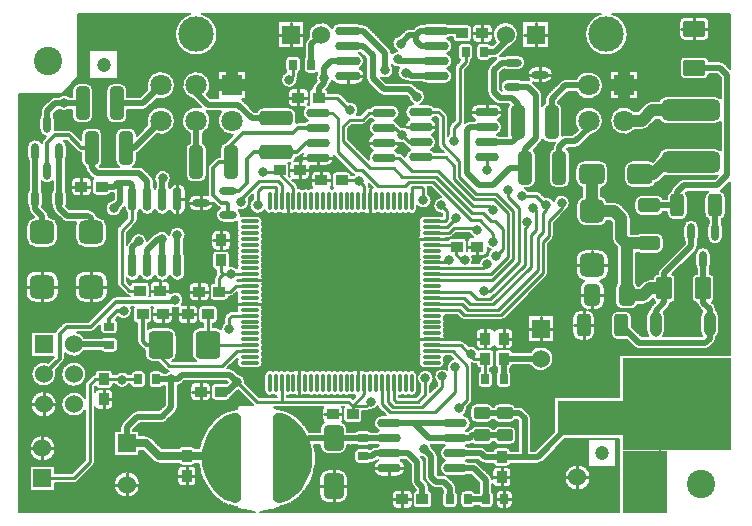
<source format=gtl>
G04 Layer_Physical_Order=1*
G04 Layer_Color=255*
%FSLAX24Y24*%
%MOIN*%
G70*
G01*
G75*
%ADD10C,0.0079*%
G04:AMPARAMS|DCode=11|XSize=28mil|YSize=35.8mil|CornerRadius=2.8mil|HoleSize=0mil|Usage=FLASHONLY|Rotation=270.000|XOffset=0mil|YOffset=0mil|HoleType=Round|Shape=RoundedRectangle|*
%AMROUNDEDRECTD11*
21,1,0.0280,0.0302,0,0,270.0*
21,1,0.0224,0.0358,0,0,270.0*
1,1,0.0056,-0.0151,-0.0112*
1,1,0.0056,-0.0151,0.0112*
1,1,0.0056,0.0151,0.0112*
1,1,0.0056,0.0151,-0.0112*
%
%ADD11ROUNDEDRECTD11*%
G04:AMPARAMS|DCode=12|XSize=28mil|YSize=35.8mil|CornerRadius=2.8mil|HoleSize=0mil|Usage=FLASHONLY|Rotation=180.000|XOffset=0mil|YOffset=0mil|HoleType=Round|Shape=RoundedRectangle|*
%AMROUNDEDRECTD12*
21,1,0.0280,0.0302,0,0,180.0*
21,1,0.0224,0.0358,0,0,180.0*
1,1,0.0056,-0.0112,0.0151*
1,1,0.0056,0.0112,0.0151*
1,1,0.0056,0.0112,-0.0151*
1,1,0.0056,-0.0112,-0.0151*
%
%ADD12ROUNDEDRECTD12*%
%ADD13O,0.0630X0.0118*%
%ADD14O,0.0118X0.0630*%
G04:AMPARAMS|DCode=15|XSize=41mil|YSize=36mil|CornerRadius=1.8mil|HoleSize=0mil|Usage=FLASHONLY|Rotation=270.000|XOffset=0mil|YOffset=0mil|HoleType=Round|Shape=RoundedRectangle|*
%AMROUNDEDRECTD15*
21,1,0.0410,0.0324,0,0,270.0*
21,1,0.0374,0.0360,0,0,270.0*
1,1,0.0036,-0.0162,-0.0187*
1,1,0.0036,-0.0162,0.0187*
1,1,0.0036,0.0162,0.0187*
1,1,0.0036,0.0162,-0.0187*
%
%ADD15ROUNDEDRECTD15*%
G04:AMPARAMS|DCode=16|XSize=41mil|YSize=36mil|CornerRadius=1.8mil|HoleSize=0mil|Usage=FLASHONLY|Rotation=180.000|XOffset=0mil|YOffset=0mil|HoleType=Round|Shape=RoundedRectangle|*
%AMROUNDEDRECTD16*
21,1,0.0410,0.0324,0,0,180.0*
21,1,0.0374,0.0360,0,0,180.0*
1,1,0.0036,-0.0187,0.0162*
1,1,0.0036,0.0187,0.0162*
1,1,0.0036,0.0187,-0.0162*
1,1,0.0036,-0.0187,-0.0162*
%
%ADD16ROUNDEDRECTD16*%
%ADD17O,0.0800X0.0295*%
G04:AMPARAMS|DCode=18|XSize=86.6mil|YSize=68.9mil|CornerRadius=17.2mil|HoleSize=0mil|Usage=FLASHONLY|Rotation=90.000|XOffset=0mil|YOffset=0mil|HoleType=Round|Shape=RoundedRectangle|*
%AMROUNDEDRECTD18*
21,1,0.0866,0.0344,0,0,90.0*
21,1,0.0522,0.0689,0,0,90.0*
1,1,0.0344,0.0172,0.0261*
1,1,0.0344,0.0172,-0.0261*
1,1,0.0344,-0.0172,-0.0261*
1,1,0.0344,-0.0172,0.0261*
%
%ADD18ROUNDEDRECTD18*%
G04:AMPARAMS|DCode=19|XSize=90.6mil|YSize=82.7mil|CornerRadius=12.4mil|HoleSize=0mil|Usage=FLASHONLY|Rotation=270.000|XOffset=0mil|YOffset=0mil|HoleType=Round|Shape=RoundedRectangle|*
%AMROUNDEDRECTD19*
21,1,0.0906,0.0579,0,0,270.0*
21,1,0.0657,0.0827,0,0,270.0*
1,1,0.0248,-0.0289,-0.0329*
1,1,0.0248,-0.0289,0.0329*
1,1,0.0248,0.0289,0.0329*
1,1,0.0248,0.0289,-0.0329*
%
%ADD19ROUNDEDRECTD19*%
G04:AMPARAMS|DCode=20|XSize=110.2mil|YSize=47.2mil|CornerRadius=11.8mil|HoleSize=0mil|Usage=FLASHONLY|Rotation=180.000|XOffset=0mil|YOffset=0mil|HoleType=Round|Shape=RoundedRectangle|*
%AMROUNDEDRECTD20*
21,1,0.1102,0.0236,0,0,180.0*
21,1,0.0866,0.0472,0,0,180.0*
1,1,0.0236,-0.0433,0.0118*
1,1,0.0236,0.0433,0.0118*
1,1,0.0236,0.0433,-0.0118*
1,1,0.0236,-0.0433,-0.0118*
%
%ADD20ROUNDEDRECTD20*%
%ADD21O,0.0850X0.0295*%
G04:AMPARAMS|DCode=22|XSize=110.2mil|YSize=47.2mil|CornerRadius=11.8mil|HoleSize=0mil|Usage=FLASHONLY|Rotation=270.000|XOffset=0mil|YOffset=0mil|HoleType=Round|Shape=RoundedRectangle|*
%AMROUNDEDRECTD22*
21,1,0.1102,0.0236,0,0,270.0*
21,1,0.0866,0.0472,0,0,270.0*
1,1,0.0236,-0.0118,-0.0433*
1,1,0.0236,-0.0118,0.0433*
1,1,0.0236,0.0118,0.0433*
1,1,0.0236,0.0118,-0.0433*
%
%ADD22ROUNDEDRECTD22*%
%ADD23O,0.0295X0.0800*%
%ADD24O,0.0281X0.0591*%
G04:AMPARAMS|DCode=25|XSize=82.7mil|YSize=78.7mil|CornerRadius=19.7mil|HoleSize=0mil|Usage=FLASHONLY|Rotation=180.000|XOffset=0mil|YOffset=0mil|HoleType=Round|Shape=RoundedRectangle|*
%AMROUNDEDRECTD25*
21,1,0.0827,0.0394,0,0,180.0*
21,1,0.0433,0.0787,0,0,180.0*
1,1,0.0394,-0.0217,0.0197*
1,1,0.0394,0.0217,0.0197*
1,1,0.0394,0.0217,-0.0197*
1,1,0.0394,-0.0217,-0.0197*
%
%ADD25ROUNDEDRECTD25*%
%ADD26O,0.0591X0.0281*%
G04:AMPARAMS|DCode=27|XSize=51.2mil|YSize=72mil|CornerRadius=2.6mil|HoleSize=0mil|Usage=FLASHONLY|Rotation=90.000|XOffset=0mil|YOffset=0mil|HoleType=Round|Shape=RoundedRectangle|*
%AMROUNDEDRECTD27*
21,1,0.0512,0.0669,0,0,90.0*
21,1,0.0461,0.0720,0,0,90.0*
1,1,0.0051,0.0335,0.0230*
1,1,0.0051,0.0335,-0.0230*
1,1,0.0051,-0.0335,-0.0230*
1,1,0.0051,-0.0335,0.0230*
%
%ADD27ROUNDEDRECTD27*%
%ADD28C,0.0472*%
%ADD29R,0.0394X0.0394*%
G04:AMPARAMS|DCode=30|XSize=55.1mil|YSize=70.9mil|CornerRadius=13.8mil|HoleSize=0mil|Usage=FLASHONLY|Rotation=0.000|XOffset=0mil|YOffset=0mil|HoleType=Round|Shape=RoundedRectangle|*
%AMROUNDEDRECTD30*
21,1,0.0551,0.0433,0,0,0.0*
21,1,0.0276,0.0709,0,0,0.0*
1,1,0.0276,0.0138,-0.0217*
1,1,0.0276,-0.0138,-0.0217*
1,1,0.0276,-0.0138,0.0217*
1,1,0.0276,0.0138,0.0217*
%
%ADD30ROUNDEDRECTD30*%
G04:AMPARAMS|DCode=31|XSize=47.2mil|YSize=74.8mil|CornerRadius=11.8mil|HoleSize=0mil|Usage=FLASHONLY|Rotation=270.000|XOffset=0mil|YOffset=0mil|HoleType=Round|Shape=RoundedRectangle|*
%AMROUNDEDRECTD31*
21,1,0.0472,0.0512,0,0,270.0*
21,1,0.0236,0.0748,0,0,270.0*
1,1,0.0236,-0.0256,-0.0118*
1,1,0.0236,-0.0256,0.0118*
1,1,0.0236,0.0256,0.0118*
1,1,0.0236,0.0256,-0.0118*
%
%ADD31ROUNDEDRECTD31*%
G04:AMPARAMS|DCode=32|XSize=47.2mil|YSize=74.8mil|CornerRadius=11.8mil|HoleSize=0mil|Usage=FLASHONLY|Rotation=180.000|XOffset=0mil|YOffset=0mil|HoleType=Round|Shape=RoundedRectangle|*
%AMROUNDEDRECTD32*
21,1,0.0472,0.0512,0,0,180.0*
21,1,0.0236,0.0748,0,0,180.0*
1,1,0.0236,-0.0118,0.0256*
1,1,0.0236,0.0118,0.0256*
1,1,0.0236,0.0118,-0.0256*
1,1,0.0236,-0.0118,-0.0256*
%
%ADD32ROUNDEDRECTD32*%
G04:AMPARAMS|DCode=33|XSize=51.2mil|YSize=72mil|CornerRadius=2.6mil|HoleSize=0mil|Usage=FLASHONLY|Rotation=0.000|XOffset=0mil|YOffset=0mil|HoleType=Round|Shape=RoundedRectangle|*
%AMROUNDEDRECTD33*
21,1,0.0512,0.0669,0,0,0.0*
21,1,0.0461,0.0720,0,0,0.0*
1,1,0.0051,0.0230,-0.0335*
1,1,0.0051,-0.0230,-0.0335*
1,1,0.0051,-0.0230,0.0335*
1,1,0.0051,0.0230,0.0335*
%
%ADD33ROUNDEDRECTD33*%
%ADD34O,0.0394X0.0846*%
G04:AMPARAMS|DCode=35|XSize=279.5mil|YSize=218.5mil|CornerRadius=10.9mil|HoleSize=0mil|Usage=FLASHONLY|Rotation=270.000|XOffset=0mil|YOffset=0mil|HoleType=Round|Shape=RoundedRectangle|*
%AMROUNDEDRECTD35*
21,1,0.2795,0.1967,0,0,270.0*
21,1,0.2577,0.2185,0,0,270.0*
1,1,0.0219,-0.0983,-0.1288*
1,1,0.0219,-0.0983,0.1288*
1,1,0.0219,0.0983,0.1288*
1,1,0.0219,0.0983,-0.1288*
%
%ADD35ROUNDEDRECTD35*%
G04:AMPARAMS|DCode=36|XSize=86.6mil|YSize=68.9mil|CornerRadius=17.2mil|HoleSize=0mil|Usage=FLASHONLY|Rotation=180.000|XOffset=0mil|YOffset=0mil|HoleType=Round|Shape=RoundedRectangle|*
%AMROUNDEDRECTD36*
21,1,0.0866,0.0344,0,0,180.0*
21,1,0.0522,0.0689,0,0,180.0*
1,1,0.0344,-0.0261,0.0172*
1,1,0.0344,0.0261,0.0172*
1,1,0.0344,0.0261,-0.0172*
1,1,0.0344,-0.0261,-0.0172*
%
%ADD36ROUNDEDRECTD36*%
G04:AMPARAMS|DCode=37|XSize=194.9mil|YSize=70.9mil|CornerRadius=17.7mil|HoleSize=0mil|Usage=FLASHONLY|Rotation=0.000|XOffset=0mil|YOffset=0mil|HoleType=Round|Shape=RoundedRectangle|*
%AMROUNDEDRECTD37*
21,1,0.1949,0.0354,0,0,0.0*
21,1,0.1594,0.0709,0,0,0.0*
1,1,0.0354,0.0797,-0.0177*
1,1,0.0354,-0.0797,-0.0177*
1,1,0.0354,-0.0797,0.0177*
1,1,0.0354,0.0797,0.0177*
%
%ADD37ROUNDEDRECTD37*%
G04:AMPARAMS|DCode=38|XSize=55.1mil|YSize=41.3mil|CornerRadius=10.3mil|HoleSize=0mil|Usage=FLASHONLY|Rotation=0.000|XOffset=0mil|YOffset=0mil|HoleType=Round|Shape=RoundedRectangle|*
%AMROUNDEDRECTD38*
21,1,0.0551,0.0207,0,0,0.0*
21,1,0.0344,0.0413,0,0,0.0*
1,1,0.0207,0.0172,-0.0103*
1,1,0.0207,-0.0172,-0.0103*
1,1,0.0207,-0.0172,0.0103*
1,1,0.0207,0.0172,0.0103*
%
%ADD38ROUNDEDRECTD38*%
%ADD39C,0.0098*%
%ADD40C,0.0100*%
%ADD41C,0.0394*%
%ADD42C,0.0197*%
%ADD43C,0.0276*%
%ADD44C,0.0118*%
%ADD45R,0.2657X0.1142*%
%ADD46R,0.1496X0.2116*%
%ADD47R,0.3612X0.3051*%
%ADD48C,0.0600*%
%ADD49R,0.0600X0.0600*%
%ADD50R,0.0600X0.0600*%
%ADD51C,0.0709*%
%ADD52R,0.0709X0.0709*%
%ADD53C,0.1181*%
%ADD54R,0.0709X0.0709*%
%ADD55C,0.0945*%
%ADD56C,0.0236*%
%ADD57C,0.0315*%
G36*
X27456Y33453D02*
X27515Y33410D01*
X27554Y33347D01*
X27568Y33275D01*
Y30670D01*
X27554Y30595D01*
X27514Y30531D01*
X27453Y30487D01*
X27380Y30467D01*
X27305Y30476D01*
X27175Y30517D01*
X27024Y30577D01*
X26885Y30660D01*
X26760Y30764D01*
X26755Y30769D01*
X26606Y30934D01*
X26480Y31118D01*
X26380Y31317D01*
X26307Y31528D01*
X26263Y31746D01*
X26248Y31969D01*
X26263Y32191D01*
X26307Y32409D01*
X26380Y32620D01*
X26480Y32819D01*
X26606Y33003D01*
X26755Y33168D01*
X26757Y33171D01*
X26884Y33276D01*
X27025Y33360D01*
X27178Y33421D01*
X27312Y33463D01*
X27385Y33472D01*
X27456Y33453D01*
D02*
G37*
G36*
X28877Y33461D02*
X29006Y33420D01*
X29157Y33360D01*
X29297Y33277D01*
X29422Y33173D01*
X29426Y33168D01*
X29575Y33003D01*
X29701Y32819D01*
X29801Y32620D01*
X29874Y32409D01*
X29918Y32191D01*
X29933Y31969D01*
X29918Y31746D01*
X29874Y31528D01*
X29801Y31317D01*
X29701Y31118D01*
X29575Y30934D01*
X29426Y30769D01*
X29424Y30766D01*
X29297Y30661D01*
X29156Y30577D01*
X29003Y30516D01*
X28869Y30474D01*
X28796Y30465D01*
X28725Y30484D01*
X28666Y30527D01*
X28627Y30590D01*
X28613Y30662D01*
Y33267D01*
X28627Y33342D01*
X28667Y33406D01*
X28728Y33450D01*
X28801Y33470D01*
X28877Y33461D01*
D02*
G37*
D10*
X43167Y46500D02*
G03*
X43002Y46665I-165J0D01*
G01*
Y45875D02*
G03*
X43167Y46040I0J165D01*
G01*
X43677Y45123D02*
G03*
X43524Y45187I-153J-153D01*
G01*
X43677Y45123D02*
G03*
X43524Y45187I-153J-153D01*
G01*
X43146Y45200D02*
G03*
X43002Y45344I-144J0D01*
G01*
Y44596D02*
G03*
X43146Y44740I0J144D01*
G01*
X42333Y46665D02*
G03*
X42168Y46500I0J-165D01*
G01*
Y46040D02*
G03*
X42333Y45875I165J0D01*
G01*
Y45344D02*
G03*
X42189Y45200I0J-144D01*
G01*
Y44740D02*
G03*
X42333Y44596I144J0D01*
G01*
X43543Y43951D02*
G03*
X43337Y44035I-207J-211D01*
G01*
Y43091D02*
G03*
X43543Y43175I0J295D01*
G01*
X41742Y44035D02*
G03*
X41481Y43878I0J-295D01*
G01*
X41260D02*
G03*
X41037Y43786I0J-315D01*
G01*
X41260Y43878D02*
G03*
X41037Y43785I0J-315D01*
G01*
X41481Y43248D02*
G03*
X41742Y43091I261J138D01*
G01*
X40906Y42894D02*
G03*
X41129Y42986I0J315D01*
G01*
X40906Y42894D02*
G03*
X41128Y42986I0J315D01*
G01*
X40443Y46091D02*
G03*
X39930Y46772I-709J0D01*
G01*
X39539D02*
G03*
X40443Y46091I196J-681D01*
G01*
D02*
G03*
X39930Y46772I-709J0D01*
G01*
X39539D02*
G03*
X40443Y46091I196J-681D01*
G01*
X38366Y44606D02*
G03*
X38213Y44543I0J-217D01*
G01*
X38366Y44606D02*
G03*
X38213Y44543I0J-217D01*
G01*
X37964Y44748D02*
G03*
X37684Y45027I-280J0D01*
G01*
X39616Y44390D02*
G03*
X38724Y44606I-472J0D01*
G01*
Y44173D02*
G03*
X39616Y44390I420J217D01*
G01*
X40677Y43524D02*
G03*
X40677Y42894I-352J-315D01*
G01*
X39616Y43209D02*
G03*
X38776Y42911I-472J0D01*
G01*
X39220Y42742D02*
G03*
X39616Y43209I-76J466D01*
G01*
X37684Y44468D02*
G03*
X37964Y44748I0J280D01*
G01*
X38268Y43583D02*
G03*
X38130Y43797I-236J0D01*
G01*
X43543Y42219D02*
G03*
X43337Y42303I-207J-211D01*
G01*
Y41358D02*
G03*
X43444Y41379I0J295D01*
G01*
X43531Y40869D02*
G03*
X43588Y40910I-96J194D01*
G01*
X43531Y40869D02*
G03*
X43588Y40910I-96J194D01*
G01*
X43711Y40640D02*
G03*
X43531Y40869I-236J0D01*
G01*
X43124Y40846D02*
G03*
X43002Y40640I114J-207D01*
G01*
X42451D02*
G03*
X42377Y40811I-236J0D01*
G01*
X42323Y41280D02*
G03*
X42170Y41216I0J-217D01*
G01*
X42323Y41280D02*
G03*
X42169Y41216I0J-217D01*
G01*
X41682Y41364D02*
G03*
X41742Y41358I60J289D01*
G01*
Y42303D02*
G03*
X41447Y42020I0J-295D01*
G01*
X41276Y41849D02*
G03*
X41127Y41890I-149J-249D01*
G01*
X41386Y41125D02*
G03*
X41522Y41204I-87J303D01*
G01*
X41386Y41125D02*
G03*
X41522Y41205I-87J303D01*
G01*
X41944Y40990D02*
G03*
X41881Y40855I153J-153D01*
G01*
X41943Y40990D02*
G03*
X41881Y40855I153J-153D01*
G01*
D02*
G03*
X41742Y40640I98J-215D01*
G01*
X41632Y40600D02*
G03*
X41417Y40738I-215J-98D01*
G01*
X41127Y40965D02*
G03*
X41386Y41125I0J290D01*
G01*
X40906Y40738D02*
G03*
X40669Y40502I0J-236D01*
G01*
X43573Y39913D02*
G03*
X43711Y40128I-98J215D01*
G01*
X43615Y39648D02*
G03*
X43573Y39789I-258J0D01*
G01*
X43140D02*
G03*
X43098Y39648I217J-141D01*
G01*
X43002Y40128D02*
G03*
X43140Y39913I236J0D01*
G01*
X43098Y39338D02*
G03*
X43615Y39338I258J0D01*
G01*
X42214Y39892D02*
G03*
X42451Y40128I0J236D01*
G01*
X41742D02*
G03*
X41978Y39892I236J0D01*
G01*
X41417Y40030D02*
G03*
X41632Y40167I0J236D01*
G01*
X40669Y40266D02*
G03*
X40906Y40030I236J0D01*
G01*
X42815Y39648D02*
G03*
X42298Y39648I-258J0D01*
G01*
X42773Y39197D02*
G03*
X42815Y39338I-217J141D01*
G01*
X42298D02*
G03*
X42340Y39197I258J0D01*
G01*
X40906Y39478D02*
G03*
X40775Y39439I0J-236D01*
G01*
X41654Y39242D02*
G03*
X41417Y39478I-236J0D01*
G01*
X40605Y41890D02*
G03*
X40315Y41599I0J-290D01*
G01*
Y41255D02*
G03*
X40605Y40965I290J0D01*
G01*
X38991Y41890D02*
G03*
X38701Y41599I0J-290D01*
G01*
X39803D02*
G03*
X39513Y41890I-290J0D01*
G01*
X39567Y40970D02*
G03*
X39803Y41255I-54J285D01*
G01*
X38691Y42303D02*
G03*
X38844Y42367I0J217D01*
G01*
X38691Y42303D02*
G03*
X38844Y42367I0J217D01*
G01*
X38524Y42067D02*
G03*
X38417Y42264I-236J0D01*
G01*
X38366Y42736D02*
G03*
X38268Y42713I0J-217D01*
G01*
X38366Y42736D02*
G03*
X38268Y42713I0J-217D01*
G01*
X38016Y42476D02*
G03*
X37953Y42323I153J-153D01*
G01*
X38017Y42476D02*
G03*
X37953Y42323I153J-153D01*
G01*
Y42282D02*
G03*
X37815Y42067I98J-215D01*
G01*
X38701Y41255D02*
G03*
X38937Y40970I290J0D01*
G01*
X38287Y40965D02*
G03*
X38524Y41201I0J236D01*
G01*
X37815D02*
G03*
X38051Y40965I236J0D01*
G01*
X40541Y39961D02*
G03*
X40449Y40183I-315J0D01*
G01*
X40541Y39961D02*
G03*
X40449Y40184I-315J0D01*
G01*
X40213Y40419D02*
G03*
X39990Y40512I-223J-222D01*
G01*
X40213Y40420D02*
G03*
X39990Y40512I-223J-223D01*
G01*
X39911Y39291D02*
G03*
X40004Y39069I315J0D01*
G01*
X39911Y39291D02*
G03*
X40004Y39068I315J0D01*
G01*
X39770Y40512D02*
G03*
X39567Y40696I-292J-118D01*
G01*
X38937Y40689D02*
G03*
X38730Y40394I108J-296D01*
G01*
X38514Y40472D02*
G03*
X37971Y40539I-276J0D01*
G01*
D02*
G03*
X37683Y40664I-234J-145D01*
G01*
X38389Y40241D02*
G03*
X38514Y40472I-150J231D01*
G01*
X39478Y39685D02*
G03*
X39770Y39882I0J315D01*
G01*
X38356Y40197D02*
G03*
X38389Y40241I-118J118D01*
G01*
X38730Y40000D02*
G03*
X39045Y39685I315J0D01*
G01*
X38356Y40197D02*
G03*
X38389Y40241I-118J118D01*
G01*
X37923Y39242D02*
G03*
X37972Y39360I-118J118D01*
G01*
X37923Y39242D02*
G03*
X37972Y39360I-118J118D01*
G01*
X36790Y46083D02*
G03*
X36042Y45826I-418J0D01*
G01*
X36519Y45691D02*
G03*
X36790Y46083I-147J391D01*
G01*
X35945Y46284D02*
G03*
X35788Y46441I-157J0D01*
G01*
X35414D02*
G03*
X35256Y46284I0J-157D01*
G01*
X35254D02*
G03*
X35118Y46420I-136J0D01*
G01*
X35788Y45803D02*
G03*
X35945Y45960I0J157D01*
G01*
X35892Y45718D02*
G03*
X35761Y45799I-131J-65D01*
G01*
X35256Y45960D02*
G03*
X35414Y45803I157J0D01*
G01*
X35118Y45824D02*
G03*
X35254Y45960I0J136D01*
G01*
X35538Y45799D02*
G03*
X35392Y45653I0J-146D01*
G01*
X35297D02*
G03*
X35151Y45799I-146J0D01*
G01*
X37374Y45027D02*
G03*
X37171Y44555I0J-280D01*
G01*
X37033Y45148D02*
G03*
X36774Y45406I-258J0D01*
G01*
X36464D02*
G03*
X36323Y45364I0J-258D01*
G01*
X36774Y44889D02*
G03*
X37033Y45148I0J258D01*
G01*
X36327Y44928D02*
G03*
X36464Y44889I137J219D01*
G01*
X37278Y44485D02*
G03*
X37374Y44468I96J263D01*
G01*
X37171Y44555D02*
G03*
X37109Y44564I-62J-207D01*
G01*
X37171Y44555D02*
G03*
X37109Y44564I-62J-207D01*
G01*
X36915D02*
G03*
X36774Y44606I-141J-217D01*
G01*
X36464D02*
G03*
X36248Y44205I0J-258D01*
G01*
X36240Y45364D02*
G03*
X36185Y45357I0J-217D01*
G01*
X36240Y45364D02*
G03*
X36185Y45357I0J-217D01*
G01*
X36024Y45285D02*
G03*
X36079Y45293I0J217D01*
G01*
X36024Y45285D02*
G03*
X36079Y45293I0J217D01*
G01*
X35392Y45351D02*
G03*
X35538Y45205I146J0D01*
G01*
X35761D02*
G03*
X35892Y45285I0J146D01*
G01*
X35207Y45216D02*
G03*
X35297Y45351I-55J135D01*
G01*
X35831Y45045D02*
G03*
X35768Y44892I153J-153D01*
G01*
X35831Y45045D02*
G03*
X35768Y44892I153J-153D01*
G01*
X35158Y45049D02*
G03*
X35207Y45167I-118J118D01*
G01*
X35158Y45049D02*
G03*
X35207Y45167I-118J118D01*
G01*
X34494Y46417D02*
G03*
X34340Y46467I-154J-217D01*
G01*
X33785D02*
G03*
X33631Y46417I0J-266D01*
G01*
X34608Y45960D02*
G03*
X34744Y45824I136J0D01*
G01*
X34928Y45799D02*
G03*
X34782Y45653I0J-146D01*
G01*
X33533Y46417D02*
G03*
X33380Y46354I0J-217D01*
G01*
X33533Y46417D02*
G03*
X33380Y46354I0J-217D01*
G01*
X34430Y45451D02*
G03*
X34605Y45701I-90J250D01*
G01*
X34430Y45951D02*
G03*
X34494Y45984I-90J250D01*
G01*
X34605Y45701D02*
G03*
X34430Y45951I-266J0D01*
G01*
X33150Y46270D02*
G03*
X32996Y46206I0J-217D01*
G01*
X33150Y46270D02*
G03*
X32996Y46206I0J-217D01*
G01*
X32841Y46051D02*
G03*
X32752Y45530I33J-274D01*
G01*
D02*
G03*
X32579Y45449I24J-275D01*
G01*
Y45463D02*
G03*
X32515Y45616I-217J0D01*
G01*
X32579Y45463D02*
G03*
X32515Y45616I-217J0D01*
G01*
X31777Y46354D02*
G03*
X31624Y46417I-153J-153D01*
G01*
X31544D02*
G03*
X31390Y46467I-154J-217D01*
G01*
X31777Y46354D02*
G03*
X31624Y46417I-153J-153D01*
G01*
X31480Y45451D02*
G03*
X31537Y45480I-90J250D01*
G01*
X34782Y45351D02*
G03*
X34858Y45222I146J0D01*
G01*
X34724Y45089D02*
G03*
X34675Y44970I118J-118D01*
G01*
X34724Y45089D02*
G03*
X34675Y44970I118J-118D01*
G01*
X34605Y45201D02*
G03*
X34430Y45451I-266J0D01*
G01*
X34605Y44701D02*
G03*
X34430Y44951I-266J0D01*
G01*
D02*
G03*
X34605Y45201I-90J250D01*
G01*
X32825Y44984D02*
G03*
X33078Y44540I216J-171D01*
G01*
X34340Y44435D02*
G03*
X34605Y44701I0J266D01*
G01*
X33631Y44484D02*
G03*
X33785Y44435I154J217D01*
G01*
X33078Y44540D02*
G03*
X33222Y44484I145J161D01*
G01*
X33078Y44540D02*
G03*
X33222Y44484I145J161D01*
G01*
X33323Y44415D02*
G03*
X33169Y44478I-153J-153D01*
G01*
X33322Y44415D02*
G03*
X33169Y44478I-153J-153D01*
G01*
X32579Y45063D02*
G03*
X32823Y44984I197J193D01*
G01*
X32638Y44892D02*
G03*
X32579Y45062I-276J0D01*
G01*
X32232Y44649D02*
G03*
X32638Y44892I130J243D01*
G01*
X31655Y45201D02*
G03*
X31480Y45451I-266J0D01*
G01*
X31677Y44701D02*
G03*
X31507Y44963I-287J0D01*
G01*
D02*
G03*
X31655Y45201I-118J238D01*
G01*
X31722Y44636D02*
G03*
X31786Y44482I217J0D01*
G01*
X31722Y44636D02*
G03*
X31786Y44483I217J0D01*
G01*
X31390Y44414D02*
G03*
X31677Y44701I0J287D01*
G01*
X37598Y44075D02*
G03*
X37535Y44228I-217J0D01*
G01*
X37598Y44075D02*
G03*
X37535Y44228I-217J0D01*
G01*
X37760Y44090D02*
G03*
X37697Y43937I153J-153D01*
G01*
X37761Y44090D02*
G03*
X37697Y43937I153J-153D01*
G01*
X35768Y44163D02*
G03*
X35831Y44010I217J0D01*
G01*
X35768Y44163D02*
G03*
X35831Y44010I217J0D01*
G01*
X36028Y43814D02*
G03*
X36181Y43750I153J153D01*
G01*
X37697Y43797D02*
G03*
X37598Y43713I98J-215D01*
G01*
X36486Y43749D02*
G03*
X36417Y43583I168J-166D01*
G01*
X36283Y43494D02*
G03*
X35996Y43781I-287J0D01*
G01*
X36028Y43813D02*
G03*
X36181Y43750I153J153D01*
G01*
X36113Y43232D02*
G03*
X36283Y43494I-118J262D01*
G01*
X36261Y42994D02*
G03*
X36113Y43232I-266J0D01*
G01*
X35491Y43781D02*
G03*
X35373Y43232I0J-287D01*
G01*
X34252Y43612D02*
G03*
X34134Y43661I-118J-118D01*
G01*
X34252Y43612D02*
G03*
X34134Y43661I-118J-118D01*
G01*
X34439Y43356D02*
G03*
X34390Y43475I-167J0D01*
G01*
X34439Y43356D02*
G03*
X34390Y43475I-167J0D01*
G01*
X35373Y43232D02*
G03*
X35337Y43211I118J-238D01*
G01*
X35179D02*
G03*
X35026Y43147I0J-217D01*
G01*
X35179Y43211D02*
G03*
X35026Y43147I0J-217D01*
G01*
X35007Y43128D02*
G03*
X35010Y43159I-164J31D01*
G01*
X35007Y43128D02*
G03*
X35010Y43159I-164J31D01*
G01*
X34537Y43091D02*
G03*
X34488Y42972I118J-118D01*
G01*
X34537Y43091D02*
G03*
X34488Y42972I118J-118D01*
G01*
X37596Y42589D02*
G03*
X37795Y42480I199J128D01*
G01*
X37535Y42465D02*
G03*
X37596Y42589I-153J153D01*
G01*
X37535Y42465D02*
G03*
X37596Y42589I-153J153D01*
G01*
X36086Y42744D02*
G03*
X36261Y42994I-90J250D01*
G01*
X37382Y42067D02*
G03*
X37308Y42238I-236J0D01*
G01*
X36150Y42711D02*
G03*
X36086Y42744I-154J-217D01*
G01*
X37520Y40827D02*
G03*
X37402Y40876I-118J-118D01*
G01*
X37520Y40827D02*
G03*
X37402Y40876I-118J-118D01*
G01*
X37146Y40965D02*
G03*
X37382Y41201I0J236D01*
G01*
X37128Y40876D02*
G03*
X37012Y40965I-219J-167D01*
G01*
X35156Y39478D02*
G03*
X35281Y39335I257J98D01*
G01*
X35246D02*
G03*
X35089Y39178I0J-157D01*
G01*
X34488Y42758D02*
G03*
X34439Y42710I167J-219D01*
G01*
X34104Y42431D02*
G03*
X34153Y42313I167J0D01*
G01*
X34104Y42431D02*
G03*
X34153Y42313I167J0D01*
G01*
X35086Y39178D02*
G03*
X34950Y39314I-136J0D01*
G01*
X34483Y39301D02*
G03*
X34601Y39350I0J167D01*
G01*
X34222Y40030D02*
G03*
X34163Y40039I-58J-167D01*
G01*
X34483Y39301D02*
G03*
X34601Y39350I0J167D01*
G01*
X34576Y39314D02*
G03*
X34457Y39242I0J-136D01*
G01*
X33691Y44016D02*
G03*
X33448Y44289I-276J0D01*
G01*
X33518Y43760D02*
G03*
X33691Y44016I-102J256D01*
G01*
X33142Y43983D02*
G03*
X33313Y43760I274J33D01*
G01*
X34002Y43661D02*
G03*
X33796Y43760I-206J-167D01*
G01*
X33913Y43256D02*
G03*
X34002Y43327I-118J238D01*
G01*
X34083Y42994D02*
G03*
X33913Y43256I-287J0D01*
G01*
Y42732D02*
G03*
X34083Y42994I-118J262D01*
G01*
X33291Y43760D02*
G03*
X33173Y43256I0J-266D01*
G01*
D02*
G03*
X33004Y42997I118J-262D01*
G01*
X32841Y43478D02*
G03*
X32575Y43744I-266J0D01*
G01*
X32160Y44109D02*
G03*
X32313Y44045I153J153D01*
G01*
X32160Y44109D02*
G03*
X32313Y44045I153J153D01*
G01*
X32070Y43744D02*
G03*
X31864Y43646I0J-266D01*
G01*
X31835D02*
G03*
X31716Y43597I0J-167D01*
G01*
X32665Y43228D02*
G03*
X32841Y43478I-90J250D01*
G01*
X31883Y43290D02*
G03*
X31980Y43228I188J188D01*
G01*
X33004Y42997D02*
G03*
X32886Y43010I-91J-260D01*
G01*
X32824Y43072D02*
G03*
X32665Y43228I-249J-94D01*
G01*
X31835Y43646D02*
G03*
X31716Y43597I0J-167D01*
G01*
X31417Y43415D02*
G03*
X31467Y43573I-226J157D01*
G01*
X31980Y43228D02*
G03*
X31953Y42740I90J-250D01*
G01*
X31604Y43081D02*
G03*
X31723Y43130I0J167D01*
G01*
X31604Y43081D02*
G03*
X31723Y43130I0J167D01*
G01*
X34061Y42494D02*
G03*
X33913Y42732I-266J0D01*
G01*
X33886Y42244D02*
G03*
X34061Y42494I-90J250D01*
G01*
X34222Y40659D02*
G03*
X34252Y40109I10J-275D01*
G01*
X34007Y42156D02*
G03*
X33886Y42244I-211J-161D01*
G01*
X33058Y42365D02*
G03*
X33201Y42244I233J129D01*
G01*
D02*
G03*
X33025Y42005I90J-250D01*
G01*
X33799Y40945D02*
G03*
X33788Y41004I-167J0D01*
G01*
X33799Y40945D02*
G03*
X33788Y41004I-167J0D01*
G01*
X33907Y40551D02*
G03*
X33799Y40770I-276J0D01*
G01*
X33415Y40381D02*
G03*
X33907Y40551I217J170D01*
G01*
X33652Y40039D02*
G03*
X33504Y39764I0J-177D01*
G01*
X33140Y40128D02*
G03*
X33415Y40276I98J147D01*
G01*
X33504Y39567D02*
G03*
X33493Y39390I147J-98D01*
G01*
X33504Y39764D02*
G03*
X33504Y39567I147J-98D01*
G01*
X33493Y39153D02*
G03*
X33504Y38976I159J-78D01*
G01*
X33493Y39390D02*
G03*
X33493Y39153I159J-119D01*
G01*
X32862Y42465D02*
G03*
X32958Y42464I51J271D01*
G01*
X32693Y42217D02*
G03*
X32862Y42465I-118J262D01*
G01*
X32782Y42146D02*
G03*
X32693Y42217I-206J-167D01*
G01*
X31953Y42740D02*
G03*
X31953Y42217I118J-262D01*
G01*
D02*
G03*
X31815Y41906I118J-238D01*
G01*
X32933Y42097D02*
G03*
X32815Y42146I-118J-118D01*
G01*
X32933Y42097D02*
G03*
X32815Y42146I-118J-118D01*
G01*
X32549Y40128D02*
G03*
X32746Y40128I98J147D01*
G01*
X32352D02*
G03*
X32549Y40128I98J147D01*
G01*
X32943D02*
G03*
X33140Y40128I98J147D01*
G01*
X32746D02*
G03*
X32943Y40128I98J147D01*
G01*
X31979Y40117D02*
G03*
X32156Y40128I78J159D01*
G01*
X32156D02*
G03*
X32352Y40128I98J147D01*
G01*
X31831Y41024D02*
G03*
X31811Y41101I-167J0D01*
G01*
X31831Y41024D02*
G03*
X31811Y41101I-167J0D01*
G01*
X31947Y40966D02*
G03*
X31831Y40984I-87J-178D01*
G01*
X31742Y40117D02*
G03*
X31979Y40117I119J159D01*
G01*
X31565Y40128D02*
G03*
X31742Y40117I98J147D01*
G01*
X42709Y38869D02*
G03*
X42773Y39023I-153J153D01*
G01*
X42709Y38870D02*
G03*
X42773Y39023I-153J153D01*
G01*
X43215Y38738D02*
G03*
X42698Y38738I-258J0D01*
G01*
Y38428D02*
G03*
X42740Y38287I258J0D01*
G01*
X43173D02*
G03*
X43215Y38428I-217J141D01*
G01*
X43337Y37953D02*
G03*
X43193Y38096I-144J0D01*
G01*
X42733D02*
G03*
X42589Y37953I0J-144D01*
G01*
X41417Y38770D02*
G03*
X41654Y39006I0J236D01*
G01*
X40775Y38809D02*
G03*
X40906Y38770I131J197D01*
G01*
X42037Y37953D02*
G03*
X41931Y38091I-144J0D01*
G01*
X41510Y38283D02*
G03*
X41446Y38130I153J-153D01*
G01*
X41510Y38283D02*
G03*
X41446Y38130I153J-153D01*
G01*
X41433Y38096D02*
G03*
X41289Y37953I0J-144D01*
G01*
X41191Y37933D02*
G03*
X40968Y37840I0J-315D01*
G01*
X41191Y37933D02*
G03*
X40968Y37841I0J-315D01*
G01*
X40778Y37707D02*
G03*
X40718Y37793I-236J-98D01*
G01*
X43259Y37156D02*
G03*
X43337Y37283I-66J128D01*
G01*
X43388Y36937D02*
G03*
X43324Y37090I-217J0D01*
G01*
X42747Y37140D02*
G03*
X42810Y36992I216J6D01*
G01*
X43388Y36937D02*
G03*
X43324Y37090I-217J0D01*
G01*
X42747Y37140D02*
G03*
X42810Y36992I216J6D01*
G01*
X43486Y36673D02*
G03*
X43388Y36902I-315J0D01*
G01*
X42928Y36874D02*
G03*
X42856Y36673I243J-200D01*
G01*
X42589Y37283D02*
G03*
X42733Y37140I144J0D01*
G01*
X41893D02*
G03*
X42037Y37283I0J144D01*
G01*
X41290Y37271D02*
G03*
X41361Y37159I143J12D01*
G01*
X40965Y37077D02*
G03*
X41188Y37169I0J315D01*
G01*
X41816Y37002D02*
G03*
X41879Y37140I-153J153D01*
G01*
X41816Y37002D02*
G03*
X41879Y37140I-153J153D01*
G01*
X41223Y37022D02*
G03*
X41163Y36905I153J-153D01*
G01*
X41691Y36673D02*
G03*
X41647Y36833I-315J0D01*
G01*
X41223Y37021D02*
G03*
X41163Y36905I153J-153D01*
G01*
X40965Y37077D02*
G03*
X41187Y37169I0J315D01*
G01*
X41163Y36905D02*
G03*
X41061Y36673I213J-232D01*
G01*
X39815Y38583D02*
G03*
X39478Y38919I-336J0D01*
G01*
X39524Y37856D02*
G03*
X39815Y38189I-46J333D01*
G01*
X40089Y37793D02*
G03*
X40010Y37608I177J-185D01*
G01*
X40541Y36919D02*
G03*
X40778Y37077I0J256D01*
G01*
X40010Y37175D02*
G03*
X40266Y36919I256J0D01*
G01*
X39677Y37608D02*
G03*
X39524Y37856I-277J0D01*
G01*
X39045Y38919D02*
G03*
X38709Y38583I0J-336D01*
G01*
Y38189D02*
G03*
X38999Y37856I336J0D01*
G01*
X37736Y38012D02*
G03*
X37785Y38130I-118J118D01*
G01*
X37736Y38012D02*
G03*
X37785Y38130I-118J118D01*
G01*
X38999Y37856D02*
G03*
X38847Y37608I125J-248D01*
G01*
Y37175D02*
G03*
X39082Y36901I277J0D01*
G01*
X39400Y36898D02*
G03*
X39677Y37175I0J277D01*
G01*
X40118Y36880D02*
G03*
X39882Y36644I0J-236D01*
G01*
X40591D02*
G03*
X40354Y36880I-236J0D01*
G01*
X39352Y36644D02*
G03*
X39134Y36898I-257J0D01*
G01*
X38858Y36901D02*
G03*
X38601Y36644I0J-257D01*
G01*
X43388Y35992D02*
G03*
X43486Y36220I-217J229D01*
G01*
X43324Y35793D02*
G03*
X43388Y35947I-153J153D01*
G01*
X43324Y35794D02*
G03*
X43388Y35947I-153J153D01*
G01*
X42856Y36220D02*
G03*
X42925Y36024I315J0D01*
G01*
X43032Y35591D02*
G03*
X43185Y35654I0J217D01*
G01*
X43032Y35591D02*
G03*
X43185Y35654I0J217D01*
G01*
X41622Y36024D02*
G03*
X41691Y36220I-246J197D01*
G01*
X41061D02*
G03*
X41130Y36024I315J0D01*
G01*
X40354Y35896D02*
G03*
X40414Y35903I0J236D01*
G01*
X39882Y36132D02*
G03*
X40118Y35896I236J0D01*
G01*
X39094Y35874D02*
G03*
X39352Y36132I0J257D01*
G01*
X38601D02*
G03*
X38858Y35874I257J0D01*
G01*
X40664Y35654D02*
G03*
X40817Y35591I153J153D01*
G01*
X40663Y35654D02*
G03*
X40817Y35591I153J153D01*
G01*
X39209Y31317D02*
G03*
X39209Y31317I-439J0D01*
G01*
X37967Y35280D02*
G03*
X37189Y35492I-418J0D01*
G01*
X37194Y35059D02*
G03*
X37967Y35280I355J221D01*
G01*
X36628Y36132D02*
G03*
X36471Y36290I-157J0D01*
G01*
Y35601D02*
G03*
X36628Y35758I0J157D01*
G01*
X36604Y35492D02*
G03*
X36471Y35598I-133J-30D01*
G01*
X36984Y33617D02*
G03*
X36831Y33681I-153J-153D01*
G01*
X36984Y33618D02*
G03*
X36831Y33681I-153J-153D01*
G01*
X37224Y33287D02*
G03*
X37161Y33441I-217J0D01*
G01*
X37224Y33287D02*
G03*
X37161Y33441I-217J0D01*
G01*
X36525Y34964D02*
G03*
X36604Y35059I-54J125D01*
G01*
X36567Y34748D02*
G03*
X36525Y34849I-146J0D01*
G01*
X36421Y34299D02*
G03*
X36567Y34445I0J146D01*
G01*
X36701Y33681D02*
G03*
X36511Y33789I-190J-113D01*
G01*
Y33140D02*
G03*
X36701Y33248I0J221D01*
G01*
X37451Y31782D02*
G03*
X37604Y31845I0J217D01*
G01*
X37451Y31782D02*
G03*
X37605Y31846I0J217D01*
G01*
X36732Y32820D02*
G03*
X36511Y33041I-221J0D01*
G01*
Y32392D02*
G03*
X36732Y32613I0J221D01*
G01*
X36569Y31515D02*
G03*
X36412Y31673I-157J0D01*
G01*
X36608Y30742D02*
G03*
X36440Y30909I-167J0D01*
G01*
X36412Y30984D02*
G03*
X36569Y31141I0J157D01*
G01*
X36440Y30272D02*
G03*
X36608Y30439I0J167D01*
G01*
X36220Y36565D02*
G03*
X36339Y36614I0J167D01*
G01*
X36220Y36565D02*
G03*
X36339Y36614I0J167D01*
G01*
X35778Y38971D02*
G03*
X35878Y38912I187J203D01*
G01*
Y38912D02*
G03*
X35768Y38702I165J-221D01*
G01*
X35620Y38696D02*
G03*
X35778Y38854I0J157D01*
G01*
X35768Y38702D02*
G03*
X35476Y38455I-18J-275D01*
G01*
X36147Y36290D02*
G03*
X36004Y36197I0J-157D01*
G01*
Y35693D02*
G03*
X36147Y35601I143J65D01*
G01*
X36011Y35088D02*
G03*
X36092Y34964I136J0D01*
G01*
X36147Y35598D02*
G03*
X36011Y35462I0J-136D01*
G01*
X36004Y36197D02*
G03*
X35861Y36290I-143J-65D01*
G01*
Y35601D02*
G03*
X36004Y35693I0J157D01*
G01*
X35997Y35462D02*
G03*
X35861Y35598I-136J0D01*
G01*
X35866Y34952D02*
G03*
X35997Y35088I-6J136D01*
G01*
X35285Y38583D02*
G03*
X35261Y38696I-276J0D01*
G01*
X35254Y38455D02*
G03*
X35285Y38583I-244J128D01*
G01*
X34882Y36614D02*
G03*
X35000Y36565I118J118D01*
G01*
X34882Y36614D02*
G03*
X35000Y36565I118J118D01*
G01*
X35537Y36290D02*
G03*
X35380Y36132I0J-157D01*
G01*
X35537Y35598D02*
G03*
X35455Y35571I0J-136D01*
G01*
X35380Y35758D02*
G03*
X35537Y35601I157J0D01*
G01*
X35401Y35088D02*
G03*
X35532Y34952I136J0D01*
G01*
X35455Y35571D02*
G03*
X35139Y35698I-239J-138D01*
G01*
X35237Y35133D02*
G03*
X35325Y35108I88J142D01*
G01*
X35266Y35039D02*
G03*
X35237Y35133I-167J0D01*
G01*
X35266Y35039D02*
G03*
X35237Y35133I-167J0D01*
G01*
D02*
G03*
X35325Y35108I88J142D01*
G01*
X36092Y34849D02*
G03*
X36051Y34748I105J-102D01*
G01*
Y34445D02*
G03*
X36197Y34299I146J0D01*
G01*
X35957Y34748D02*
G03*
X35866Y34883I-146J0D01*
G01*
X35811Y34299D02*
G03*
X35957Y34445I0J146D01*
G01*
X35976Y33248D02*
G03*
X36166Y33140I190J113D01*
G01*
Y33789D02*
G03*
X35976Y33681I0J-221D01*
G01*
X35943D02*
G03*
X35753Y33789I-190J-113D01*
G01*
Y33140D02*
G03*
X35943Y33248I0J221D01*
G01*
X36166Y33041D02*
G03*
X35976Y32933I0J-221D01*
G01*
X35943D02*
G03*
X35753Y33041I-190J-113D01*
G01*
X35532Y34883D02*
G03*
X35441Y34748I56J-135D01*
G01*
Y34445D02*
G03*
X35587Y34299I146J0D01*
G01*
X35217Y33789D02*
G03*
X35266Y33907I-118J118D01*
G01*
X35217Y33789D02*
G03*
X35266Y33907I-118J118D01*
G01*
X35408Y33789D02*
G03*
X35187Y33568I0J-221D01*
G01*
X35408Y33041D02*
G03*
X35215Y32927I0J-221D01*
G01*
X35089Y33622D02*
G03*
X35086Y33659I-276J0D01*
G01*
X34969Y33395D02*
G03*
X35089Y33622I-156J227D01*
G01*
X35187Y33361D02*
G03*
X35408Y33140I221J0D01*
G01*
X35218Y33130D02*
G03*
X34969Y33395I-266J0D01*
G01*
X35042Y32880D02*
G03*
X35218Y33130I-90J250D01*
G01*
X34341Y36516D02*
G03*
X34311Y36614I-177J0D01*
G01*
D02*
G03*
X34341Y36713I-147J98D01*
G01*
Y36319D02*
G03*
X34311Y36417I-177J0D01*
G01*
D02*
G03*
X34341Y36516I-147J98D01*
G01*
X34311Y36220D02*
G03*
X34341Y36319I-147J98D01*
G01*
X33504Y36417D02*
G03*
X33504Y36220I147J-98D01*
G01*
X34341Y36122D02*
G03*
X34311Y36220I-177J0D01*
G01*
X34362Y35925D02*
G03*
X34322Y36044I-198J0D01*
G01*
D02*
G03*
X34341Y36122I-159J78D01*
G01*
X33504Y36220D02*
G03*
X33493Y36044I147J-98D01*
G01*
X34990Y35847D02*
G03*
X34872Y35896I-118J-118D01*
G01*
X34990Y35847D02*
G03*
X34872Y35896I-118J-118D01*
G01*
X34633Y35268D02*
G03*
X34440Y34895I62J-268D01*
G01*
X34311Y35236D02*
G03*
X34341Y35335I-147J98D01*
G01*
Y35138D02*
G03*
X34311Y35236I-177J0D01*
G01*
X33504D02*
G03*
X33652Y34961I147J-98D01*
G01*
X34163D02*
G03*
X34341Y35138I0J177D01*
G01*
X33504Y38780D02*
G03*
X33504Y38583I147J-98D01*
G01*
Y38976D02*
G03*
X33504Y38780I147J-98D01*
G01*
Y38386D02*
G03*
X33504Y38189I147J-98D01*
G01*
Y38583D02*
G03*
X33504Y38386I147J-98D01*
G01*
Y37992D02*
G03*
X33504Y37795I147J-98D01*
G01*
Y38189D02*
G03*
X33504Y37992I147J-98D01*
G01*
Y37598D02*
G03*
X33504Y37402I147J-98D01*
G01*
Y37795D02*
G03*
X33504Y37598I147J-98D01*
G01*
Y37008D02*
G03*
X33504Y36811I147J-98D01*
G01*
Y36614D02*
G03*
X33504Y36417I147J-98D01*
G01*
Y36811D02*
G03*
X33504Y36614I147J-98D01*
G01*
Y37205D02*
G03*
X33504Y37008I147J-98D01*
G01*
Y37402D02*
G03*
X33504Y37205I147J-98D01*
G01*
Y35630D02*
G03*
X33504Y35433I147J-98D01*
G01*
X33493Y35806D02*
G03*
X33504Y35630I159J-78D01*
G01*
Y35433D02*
G03*
X33504Y35236I147J-98D01*
G01*
X33493Y36044D02*
G03*
X33493Y35806I159J-119D01*
G01*
X34440Y34895D02*
G03*
X34094Y34466I-178J-210D01*
G01*
X33868Y34407D02*
G03*
X33976Y34626I-167J219D01*
G01*
X33140Y34872D02*
G03*
X32943Y34872I-98J-147D01*
G01*
D02*
G03*
X32746Y34872I-98J-147D01*
G01*
X33976Y34626D02*
G03*
X33533Y34407I-276J0D01*
G01*
X33415Y34724D02*
G03*
X33140Y34872I-177J0D01*
G01*
Y34065D02*
G03*
X33415Y34213I98J147D01*
G01*
X32943Y34065D02*
G03*
X33140Y34065I98J147D01*
G01*
X32815Y34038D02*
G03*
X32943Y34065I30J175D01*
G01*
X32746Y34872D02*
G03*
X32549Y34872I-98J-147D01*
G01*
X32549D02*
G03*
X32352Y34872I-98J-147D01*
G01*
D02*
G03*
X32156Y34872I-98J-147D01*
G01*
X32156D02*
G03*
X31959Y34872I-98J-147D01*
G01*
D02*
G03*
X31762Y34872I-98J-147D01*
G01*
D02*
G03*
X31585Y34883I-98J-147D01*
G01*
X32105Y33689D02*
G03*
X32136Y33647I149J76D01*
G01*
X32105Y33689D02*
G03*
X32136Y33647I149J76D01*
G01*
X31843Y33575D02*
G03*
X32105Y33689I37J273D01*
G01*
X31733Y33534D02*
G03*
X31843Y33575I0J167D01*
G01*
X31733Y33534D02*
G03*
X31843Y33575I0J167D01*
G01*
X32248Y33396D02*
G03*
X32158Y32880I0J-266D01*
G01*
X31467Y33127D02*
G03*
X31603Y33263I0J136D01*
G01*
X35976Y32500D02*
G03*
X36166Y32392I190J113D01*
G01*
X36545Y32215D02*
G03*
X36412Y32321I-133J-30D01*
G01*
X36088D02*
G03*
X35955Y32215I0J-136D01*
G01*
X35753Y32392D02*
G03*
X35943Y32500I0J221D01*
G01*
X35701Y32283D02*
G03*
X35547Y32346I-153J-153D01*
G01*
X36412Y31675D02*
G03*
X36545Y31782I0J136D01*
G01*
X35955D02*
G03*
X36088Y31675I133J30D01*
G01*
Y31673D02*
G03*
X35931Y31515I0J-157D01*
G01*
Y31264D02*
G03*
X35872Y31373I-212J-44D01*
G01*
X35931Y31264D02*
G03*
X35871Y31374I-212J-44D01*
G01*
X35276Y32436D02*
G03*
X35408Y32392I133J177D01*
G01*
X35700Y32283D02*
G03*
X35547Y32346I-153J-153D01*
G01*
X35215Y32927D02*
G03*
X35112Y32869I51J-210D01*
G01*
X35179Y32413D02*
G03*
X35276Y32436I0J217D01*
G01*
X35215Y32927D02*
G03*
X35113Y32870I51J-210D01*
G01*
X35096Y32853D02*
G03*
X35042Y32880I-144J-223D01*
G01*
X35179Y32413D02*
G03*
X35276Y32436I0J217D01*
G01*
X35042Y32380D02*
G03*
X35106Y32413I-90J250D01*
G01*
Y32346D02*
G03*
X35042Y32380I-154J-217D01*
G01*
X35462Y31783D02*
G03*
X35309Y31846I-153J-153D01*
G01*
X35463Y31783D02*
G03*
X35309Y31846I-153J-153D01*
G01*
X35526Y31845D02*
G03*
X35679Y31782I153J153D01*
G01*
X35525Y31846D02*
G03*
X35679Y31782I153J153D01*
G01*
X35042Y31880D02*
G03*
X35106Y31913I-90J250D01*
G01*
Y31846D02*
G03*
X35042Y31880I-154J-217D01*
G01*
X34952Y31364D02*
G03*
X35106Y31413I0J266D01*
G01*
X36217Y30909D02*
G03*
X36049Y30742I0J-167D01*
G01*
X35935Y31104D02*
G03*
X36088Y30984I153J37D01*
G01*
X35977Y30742D02*
G03*
X35935Y30844I-146J0D01*
G01*
X35502D02*
G03*
X35476Y30807I105J-102D01*
G01*
X36049Y30439D02*
G03*
X36217Y30272I167J0D01*
G01*
X35830Y30293D02*
G03*
X35977Y30439I0J146D01*
G01*
X35476Y30374D02*
G03*
X35607Y30293I131J65D01*
G01*
X35370Y30807D02*
G03*
X35240Y30888I-131J-65D01*
G01*
X35016D02*
G03*
X34870Y30742I0J-146D01*
G01*
X34734Y30964D02*
G03*
X34671Y31118I-217J0D01*
G01*
X34734Y30964D02*
G03*
X34671Y31118I-217J0D01*
G01*
X34776Y30742D02*
G03*
X34734Y30844I-146J0D01*
G01*
X35240Y30293D02*
G03*
X35370Y30374I0J146D01*
G01*
X34870Y30439D02*
G03*
X35016Y30293I146J0D01*
G01*
X34630D02*
G03*
X34776Y30439I0J146D01*
G01*
X34294Y32413D02*
G03*
X34358Y32380I154J217D01*
G01*
D02*
G03*
X34358Y31880I90J-250D01*
G01*
X34104Y32028D02*
G03*
X34041Y32181I-217J0D01*
G01*
X34104Y32028D02*
G03*
X34041Y32181I-217J0D01*
G01*
X33915Y32306D02*
G03*
X33879Y32413I-274J-33D01*
G01*
X33652Y31831D02*
G03*
X33588Y31984I-217J0D01*
G01*
X33652Y31831D02*
G03*
X33588Y31984I-217J0D01*
G01*
X33562Y32010D02*
G03*
X33609Y32000I80J264D01*
G01*
X34464Y31324D02*
G03*
X34401Y31368I-153J-153D01*
G01*
X34464Y31324D02*
G03*
X34401Y31368I-153J-153D01*
G01*
X34344Y31385D02*
G03*
X34311Y31388I-33J-214D01*
G01*
X34358Y31880D02*
G03*
X34344Y31385I90J-250D01*
G01*
X34401Y31368D02*
G03*
X34448Y31364I47J262D01*
G01*
X34344Y31385D02*
G03*
X34311Y31388I-33J-214D01*
G01*
X33671Y31339D02*
G03*
X33735Y31185I217J0D01*
G01*
X33671Y31339D02*
G03*
X33735Y31185I217J0D01*
G01*
X32158Y32880D02*
G03*
X32094Y32846I90J-250D01*
G01*
X32158Y32380D02*
G03*
X32094Y32346I90J-250D01*
G01*
Y32413D02*
G03*
X32158Y32380I154J217D01*
G01*
X32032Y32346D02*
G03*
X31878Y32283I0J-217D01*
G01*
X32032Y32346D02*
G03*
X31878Y32283I0J-217D01*
G01*
X31884Y32846D02*
G03*
X31775Y32896I-109J-97D01*
G01*
Y32380D02*
G03*
X31868Y32413I0J146D01*
G01*
X31380D02*
G03*
X31473Y32380I93J112D01*
G01*
X31856Y32261D02*
G03*
X31775Y32286I-81J-121D01*
G01*
X32870Y31892D02*
G03*
X32906Y31913I-118J238D01*
G01*
X33039Y31630D02*
G03*
X32870Y31892I-287J0D01*
G01*
X31929Y31811D02*
G03*
X32083Y31875I0J217D01*
G01*
X31929Y31811D02*
G03*
X32082Y31875I0J217D01*
G01*
X31775Y31770D02*
G03*
X31877Y31811I0J146D01*
G01*
X32752Y31343D02*
G03*
X33039Y31630I0J287D01*
G01*
X32130Y31892D02*
G03*
X32248Y31343I118J-262D01*
G01*
X33902Y31018D02*
G03*
X34055Y30955I153J153D01*
G01*
X33902Y31018D02*
G03*
X34055Y30955I153J153D01*
G01*
X34301Y30844D02*
G03*
X34260Y30742I105J-102D01*
G01*
X33819Y31004D02*
G03*
X33756Y31157I-217J0D01*
G01*
X33819Y31004D02*
G03*
X33756Y31157I-217J0D01*
G01*
X33926Y30752D02*
G03*
X33819Y30885I-136J0D01*
G01*
X33386D02*
G03*
X33280Y30752I30J-133D01*
G01*
X34260Y30439D02*
G03*
X34406Y30293I146J0D01*
G01*
X33790Y30293D02*
G03*
X33926Y30429I0J136D01*
G01*
X33280D02*
G03*
X33416Y30293I136J0D01*
G01*
X33219Y31171D02*
G03*
X33282Y31018I217J0D01*
G01*
X33219Y31171D02*
G03*
X33282Y31018I217J0D01*
G01*
X33277Y30752D02*
G03*
X33120Y30910I-157J0D01*
G01*
Y30271D02*
G03*
X33277Y30429I0J157D01*
G01*
X32746Y30910D02*
G03*
X32588Y30752I0J-157D01*
G01*
Y30429D02*
G03*
X32746Y30271I157J0D01*
G01*
X30585Y46291D02*
G03*
X29816Y45983I-362J-208D01*
G01*
X30835Y46467D02*
G03*
X30585Y46291I0J-266D01*
G01*
X29748Y45915D02*
G03*
X29685Y45762I153J-153D01*
G01*
X29749Y45915D02*
G03*
X29685Y45762I153J-153D01*
G01*
X30013Y44781D02*
G03*
X30098Y44809I0J146D01*
G01*
Y44778D02*
G03*
X30077Y44537I236J-142D01*
G01*
X29644Y44928D02*
G03*
X29790Y44781I146J0D01*
G01*
X29685Y45332D02*
G03*
X29644Y45230I105J-102D01*
G01*
X29459Y44792D02*
G03*
X29549Y44928I-56J135D01*
G01*
Y45230D02*
G03*
X29403Y45376I-146J0D01*
G01*
X29436Y44620D02*
G03*
X29459Y44705I-144J85D01*
G01*
X29180Y45376D02*
G03*
X29034Y45230I0J-146D01*
G01*
X29436Y44620D02*
G03*
X29459Y44705I-144J85D01*
G01*
X29439Y44577D02*
G03*
X29436Y44620I-276J0D01*
G01*
X29034Y44928D02*
G03*
X29067Y44835I146J0D01*
G01*
X30594Y44544D02*
G03*
X30835Y44414I240J157D01*
G01*
X30530Y44441D02*
G03*
X30594Y44544I-195J195D01*
G01*
X30468Y44315D02*
G03*
X30530Y44441I-153J153D01*
G01*
X30468Y44315D02*
G03*
X30530Y44441I-153J153D01*
G01*
X29985Y44445D02*
G03*
X29922Y44292I153J-153D01*
G01*
X29985Y44445D02*
G03*
X29922Y44292I153J-153D01*
G01*
X31467Y43573D02*
G03*
X31138Y43843I-276J0D01*
G01*
X30461Y44144D02*
G03*
X30403Y44250I-136J-5D01*
G01*
X29922Y44271D02*
G03*
X29815Y44138I30J-133D01*
G01*
X30886Y44095D02*
G03*
X30768Y44144I-118J-118D01*
G01*
X30886Y44095D02*
G03*
X30768Y44144I-118J-118D01*
G01*
X29812Y44138D02*
G03*
X29655Y44296I-157J0D01*
G01*
X29789Y43731D02*
G03*
X29812Y43814I-134J83D01*
G01*
X29067Y44835D02*
G03*
X29439Y44577I97J-258D01*
G01*
X29281Y44296D02*
G03*
X29124Y44138I0J-157D01*
G01*
Y43814D02*
G03*
X29281Y43657I157J0D01*
G01*
X29815Y43814D02*
G03*
X29836Y43742I136J0D01*
G01*
Y43742D02*
G03*
X29789Y43731I34J-264D01*
G01*
X29675Y43658D02*
G03*
X29780Y43228I195J-180D01*
G01*
D02*
G03*
X29672Y43156I90J-250D01*
G01*
X29465D02*
G03*
X29397Y43142I0J-177D01*
G01*
X29397D02*
G03*
X29400Y43179I-233J37D01*
G01*
Y43415D02*
G03*
X29163Y43652I-236J0D01*
G01*
X29465Y43156D02*
G03*
X29397Y43142I0J-177D01*
G01*
X26772Y46091D02*
G03*
X26259Y46772I-709J0D01*
G01*
X25867D02*
G03*
X26772Y46091I196J-681D01*
G01*
X25867Y46772D02*
G03*
X26772Y46091I196J-681D01*
G01*
D02*
G03*
X26259Y46772I-709J0D01*
G01*
X27618Y43893D02*
G03*
X27589Y43917I-153J-153D01*
G01*
X27617Y43893D02*
G03*
X27589Y43917I-153J-153D01*
G01*
X28297Y43652D02*
G03*
X28083Y43514I0J-236D01*
G01*
X26892Y43524D02*
G03*
X27291Y42739I352J-315D01*
G01*
X26417Y44077D02*
G03*
X26535Y44390I-354J313D01*
G01*
D02*
G03*
X25950Y43931I-472J0D01*
G01*
X26230Y43650D02*
G03*
X25846Y42789I-167J-442D01*
G01*
X26535Y43209D02*
G03*
X26413Y43526I-472J0D01*
G01*
X26280Y42789D02*
G03*
X26535Y43209I-217J420D01*
G01*
X26413Y43526D02*
G03*
X26447Y43524I34J214D01*
G01*
X26413Y43526D02*
G03*
X26447Y43524I34J214D01*
G01*
X30662Y41978D02*
G03*
X30652Y42055I-287J0D01*
G01*
X30375Y41691D02*
G03*
X30662Y41978I0J287D01*
G01*
X31269Y41437D02*
G03*
X31319Y41402I118J118D01*
G01*
X31269Y41437D02*
G03*
X31319Y41402I118J118D01*
G01*
X31229Y41388D02*
G03*
X31093Y41519I-136J-5D01*
G01*
X30719D02*
G03*
X30583Y41382I0J-136D01*
G01*
Y41059D02*
G03*
X30628Y40957I136J0D01*
G01*
X30580Y41382D02*
G03*
X30423Y41540I-157J0D01*
G01*
X30541Y40955D02*
G03*
X30580Y41059I-118J104D01*
G01*
X29616Y42112D02*
G03*
X29603Y41874I254J-134D01*
G01*
X29409Y41978D02*
G03*
X29535Y42030I0J177D01*
G01*
X29409Y41978D02*
G03*
X29535Y42030I0J177D01*
G01*
X29334Y41874D02*
G03*
X29392Y41978I-171J163D01*
G01*
X29189Y41803D02*
G03*
X29164Y41717I132J-86D01*
G01*
X29161D02*
G03*
X29132Y41801I-136J0D01*
G01*
X30049Y41540D02*
G03*
X29892Y41382I0J-157D01*
G01*
X29695Y41236D02*
G03*
X29853Y41393I0J157D01*
G01*
X29892Y41059D02*
G03*
X29925Y40961I157J0D01*
G01*
X29164Y41393D02*
G03*
X29174Y41338I157J0D01*
G01*
X29156Y41356D02*
G03*
X29161Y41393I-131J37D01*
G01*
X29267Y41246D02*
G03*
X29321Y41236I55J148D01*
G01*
X29469Y40974D02*
G03*
X29420Y41093I-167J0D01*
G01*
X29469Y40974D02*
G03*
X29420Y41093I-167J0D01*
G01*
X30581Y40128D02*
G03*
X30778Y40128I98J147D01*
G01*
X30628Y40957D02*
G03*
X30581Y40935I51J-170D01*
G01*
X31368Y40128D02*
G03*
X31565Y40128I98J147D01*
G01*
X30778D02*
G03*
X30974Y40128I98J147D01*
G01*
X29793Y40935D02*
G03*
X29596Y40935I-98J-147D01*
G01*
X29596D02*
G03*
X29469Y40962I-98J-147D01*
G01*
X30581Y40935D02*
G03*
X30541Y40955I-98J-147D01*
G01*
X29925Y40961D02*
G03*
X29793Y40935I-33J-174D01*
G01*
X30384Y40128D02*
G03*
X30581Y40128I98J147D01*
G01*
X30187D02*
G03*
X30384Y40128I98J147D01*
G01*
X31171D02*
G03*
X31368Y40128I98J147D01*
G01*
X30974D02*
G03*
X31171Y40128I98J147D01*
G01*
X29596D02*
G03*
X29793Y40128I98J147D01*
G01*
X29400D02*
G03*
X29596Y40128I98J147D01*
G01*
X29990D02*
G03*
X30187Y40128I98J147D01*
G01*
X29793D02*
G03*
X29990Y40128I98J147D01*
G01*
X29223Y40117D02*
G03*
X29400Y40128I78J159D01*
G01*
X28986Y40117D02*
G03*
X29223Y40117I119J159D01*
G01*
X28612Y40128D02*
G03*
X28809Y40128I98J147D01*
G01*
X28342Y40234D02*
G03*
X28612Y40128I172J42D01*
G01*
X28809D02*
G03*
X28986Y40117I98J147D01*
G01*
X27943Y40603D02*
G03*
X28342Y40234I167J-219D01*
G01*
X27835Y40502D02*
G03*
X27807Y40622I-276J0D01*
G01*
X27482Y40237D02*
G03*
X27835Y40502I77J265D01*
G01*
X27544Y40069D02*
G03*
X27482Y40237I-258J0D01*
G01*
X28278Y39272D02*
G03*
X28248Y39370I-177J0D01*
G01*
D02*
G03*
X28278Y39469I-147J98D01*
G01*
Y39075D02*
G03*
X28248Y39173I-177J0D01*
G01*
Y39173D02*
G03*
X28278Y39272I-147J98D01*
G01*
Y39665D02*
G03*
X28248Y39764I-177J0D01*
G01*
Y39764D02*
G03*
X28278Y39862I-147J98D01*
G01*
Y39469D02*
G03*
X28248Y39567I-177J0D01*
G01*
D02*
G03*
X28278Y39665I-147J98D01*
G01*
Y38287D02*
G03*
X28248Y38386I-177J0D01*
G01*
D02*
G03*
X28278Y38484I-147J98D01*
G01*
X28299Y37894D02*
G03*
X28259Y38012I-198J0D01*
G01*
D02*
G03*
X28278Y38091I-159J78D01*
G01*
Y38878D02*
G03*
X28248Y38976I-177J0D01*
G01*
D02*
G03*
X28278Y39075I-147J98D01*
G01*
X28248Y38780D02*
G03*
X28278Y38878I-147J98D01*
G01*
Y39862D02*
G03*
X28100Y40039I-177J0D01*
G01*
X28278Y38681D02*
G03*
X28248Y38780I-177J0D01*
G01*
X27589Y40039D02*
G03*
X27542Y40033I0J-177D01*
G01*
X27542D02*
G03*
X27544Y40069I-256J36D01*
G01*
X27412Y39844D02*
G03*
X27441Y39764I176J19D01*
G01*
Y38976D02*
G03*
X27441Y38780I147J-98D01*
G01*
X28278Y38484D02*
G03*
X28248Y38583I-177J0D01*
G01*
D02*
G03*
X28278Y38681I-147J98D01*
G01*
Y38091D02*
G03*
X28248Y38189I-177J0D01*
G01*
Y38189D02*
G03*
X28278Y38287I-147J98D01*
G01*
X27441Y38583D02*
G03*
X27441Y38386I147J-98D01*
G01*
X27079Y42527D02*
G03*
X27050Y42487I125J-125D01*
G01*
X27079Y42527D02*
G03*
X27050Y42487I125J-125D01*
G01*
D02*
G03*
X26850Y42254I37J-233D01*
G01*
X26811Y41998D02*
G03*
X26686Y41946I0J-177D01*
G01*
X26811Y41998D02*
G03*
X26686Y41946I0J-177D01*
G01*
X26499Y41759D02*
G03*
X26447Y41634I125J-125D01*
G01*
X26499Y41759D02*
G03*
X26447Y41634I125J-125D01*
G01*
X26417Y42254D02*
G03*
X26280Y42469I-236J0D01*
G01*
X26447Y40739D02*
G03*
X26376Y40749I-71J-271D01*
G01*
X26755Y40357D02*
G03*
X26871Y40305I125J125D01*
G01*
X26755Y40357D02*
G03*
X26871Y40305I125J125D01*
G01*
X26181Y41152D02*
G03*
X26417Y41388I0J236D01*
G01*
X26376Y40189D02*
G03*
X26655Y40456I0J280D01*
G01*
X25846Y42469D02*
G03*
X25709Y42254I98J-215D01*
G01*
Y41388D02*
G03*
X25945Y41152I236J0D01*
G01*
X26066Y40749D02*
G03*
X26066Y40189I0J-280D01*
G01*
X25724Y40838D02*
G03*
X25175Y40956I-287J0D01*
G01*
Y40216D02*
G03*
X25724Y40333I262J118D01*
G01*
X27441Y39764D02*
G03*
X27441Y39567I147J-98D01*
G01*
X27286Y39810D02*
G03*
X27412Y39844I0J258D01*
G01*
X27441Y39567D02*
G03*
X27441Y39370I147J-98D01*
G01*
D02*
G03*
X27441Y39173I147J-98D01*
G01*
X26871Y40305D02*
G03*
X26976Y39810I104J-236D01*
G01*
X27209Y39410D02*
G03*
X27052Y39567I-157J0D01*
G01*
X27441Y39173D02*
G03*
X27441Y38976I147J-98D01*
G01*
Y38780D02*
G03*
X27441Y38583I147J-98D01*
G01*
Y38386D02*
G03*
X27411Y38283I147J-98D01*
G01*
X27052Y38879D02*
G03*
X27209Y39036I0J157D01*
G01*
X27411Y38283D02*
G03*
X27188Y38365I-197J-193D01*
G01*
X27188Y38740D02*
G03*
X27052Y38876I-136J0D01*
G01*
X26728Y39567D02*
G03*
X26570Y39410I0J-157D01*
G01*
Y39036D02*
G03*
X26728Y38879I157J0D01*
G01*
Y38876D02*
G03*
X26592Y38740I0J-136D01*
G01*
X25709Y39409D02*
G03*
X25158Y39404I-276J0D01*
G01*
X25654Y39244D02*
G03*
X25709Y39409I-220J165D01*
G01*
X26592Y38366D02*
G03*
X26722Y38230I136J0D01*
G01*
Y38169D02*
G03*
X26739Y38097I167J0D01*
G01*
X26722Y38169D02*
G03*
X26739Y38097I167J0D01*
G01*
X26713Y38071D02*
G03*
X26664Y37953I118J-118D01*
G01*
X26713Y38071D02*
G03*
X26664Y37953I118J-118D01*
G01*
X25703Y38638D02*
G03*
X25654Y38792I-266J0D01*
G01*
X25187Y38043D02*
G03*
X25703Y38133I250J90D01*
G01*
X25354Y44390D02*
G03*
X24432Y44246I-472J0D01*
G01*
X24738Y43940D02*
G03*
X25354Y44390I144J450D01*
G01*
X24281Y43573D02*
G03*
X24435Y43637I0J217D01*
G01*
X24281Y43573D02*
G03*
X24435Y43636I0J217D01*
G01*
X23770Y44222D02*
G03*
X23533Y44459I-236J0D01*
G01*
X23297D02*
G03*
X23061Y44222I0J-236D01*
G01*
X25354Y43209D02*
G03*
X24432Y43065I-472J0D01*
G01*
X24738Y42759D02*
G03*
X25354Y43209I144J450D01*
G01*
X24075Y42746D02*
G03*
X23839Y42982I-236J0D01*
G01*
X24075Y42115D02*
G03*
X24139Y42160I-89J198D01*
G01*
X24075Y42115D02*
G03*
X24140Y42160I-89J198D01*
G01*
X23969Y41683D02*
G03*
X24075Y41880I-131J197D01*
G01*
X23533Y43120D02*
G03*
X23770Y43356I0J236D01*
G01*
X23061D02*
G03*
X23297Y43120I236J0D01*
G01*
X23602Y42982D02*
G03*
X23366Y42746I0J-236D01*
G01*
Y41880D02*
G03*
X23472Y41683I236J0D01*
G01*
X22933Y42746D02*
G03*
X22697Y42982I-236J0D01*
G01*
X22838Y41691D02*
G03*
X22933Y41880I-141J189D01*
G01*
X22628Y44222D02*
G03*
X22392Y44459I-236J0D01*
G01*
X22156D02*
G03*
X21919Y44222I0J-236D01*
G01*
X21856Y44006D02*
G03*
X21471Y44006I-193J-197D01*
G01*
X21358D02*
G03*
X21205Y43942I0J-217D01*
G01*
X21358Y44006D02*
G03*
X21205Y43942I0J-217D01*
G01*
X21521Y43573D02*
G03*
X21805Y43573I142J236D01*
G01*
X20936Y43674D02*
G03*
X20872Y43520I153J-153D01*
G01*
X20936Y43673D02*
G03*
X20872Y43520I153J-153D01*
G01*
X21347Y43245D02*
G03*
X21306Y43386I-258J0D01*
G01*
X20872D02*
G03*
X20831Y43245I217J-141D01*
G01*
X22392Y43120D02*
G03*
X22628Y43356I0J236D01*
G01*
X22461Y42982D02*
G03*
X22224Y42746I0J-236D01*
G01*
X21919Y43356D02*
G03*
X22156Y43120I236J0D01*
G01*
X21946Y42842D02*
G03*
X21821Y42894I-125J-125D01*
G01*
X21946Y42842D02*
G03*
X21821Y42894I-125J-125D01*
G01*
X22099Y42188D02*
G03*
X22224Y42136I125J125D01*
G01*
X22099Y42188D02*
G03*
X22224Y42136I125J125D01*
G01*
Y41880D02*
G03*
X22362Y41665I236J0D01*
G01*
X21706Y41884D02*
G03*
X21747Y42025I-217J141D01*
G01*
X21344Y42894D02*
G03*
X21347Y42935I-255J42D01*
G01*
X20831D02*
G03*
X21060Y42678I258J0D01*
G01*
X21747Y42335D02*
G03*
X21647Y42539I-258J0D01*
G01*
X20964Y42582D02*
G03*
X20912Y42466I125J-125D01*
G01*
X20964Y42582D02*
G03*
X20912Y42466I125J-125D01*
G01*
X20431Y42025D02*
G03*
X20472Y41884I258J0D01*
G01*
X20912Y42466D02*
G03*
X20431Y42335I-223J-131D01*
G01*
X25154Y41114D02*
G03*
X25217Y41289I-213J175D01*
G01*
D02*
G03*
X24720Y41124I-276J0D01*
G01*
X25175Y40956D02*
G03*
X25154Y40992I-238J-118D01*
G01*
X24720D02*
G03*
X24687Y40928I217J-154D01*
G01*
X24317Y41619D02*
G03*
X24163Y41683I-153J-153D01*
G01*
X24316Y41620D02*
G03*
X24163Y41683I-153J-153D01*
G01*
X24687Y40928D02*
G03*
X24654Y40992I-250J-90D01*
G01*
Y41193D02*
G03*
X24590Y41346I-217J0D01*
G01*
X24654Y41193D02*
G03*
X24590Y41346I-217J0D01*
G01*
X24104Y40127D02*
G03*
X24187Y40243I-167J206D01*
G01*
X24687D02*
G03*
X25175Y40216I250J90D01*
G01*
X24187Y40243D02*
G03*
X24687Y40243I250J90D01*
G01*
X24055Y39793D02*
G03*
X24104Y39911I-118J118D01*
G01*
X24055Y39793D02*
G03*
X24104Y39911I-118J118D01*
G01*
X23671Y40333D02*
G03*
X23770Y40127I266J0D01*
G01*
X23275Y40559D02*
G03*
X23581Y40253I33J-274D01*
G01*
X22603Y41313D02*
G03*
X22637Y41286I153J153D01*
G01*
X22602Y41314D02*
G03*
X22637Y41286I153J153D01*
G01*
X23091Y40716D02*
G03*
X23215Y40797I0J136D01*
G01*
X22581Y40852D02*
G03*
X22717Y40716I136J0D01*
G01*
X22362Y41644D02*
G03*
X22426Y41491I217J0D01*
G01*
X22362Y41644D02*
G03*
X22426Y41490I217J0D01*
G01*
X22637Y41286D02*
G03*
X22581Y41176I80J-110D01*
G01*
X22578D02*
G03*
X22421Y41333I-157J0D01*
G01*
Y40694D02*
G03*
X22578Y40852I0J157D01*
G01*
X23091Y39685D02*
G03*
X22776Y40000I-315J0D01*
G01*
X22624Y40192D02*
G03*
X22470Y40256I-153J-153D01*
G01*
X22624Y40192D02*
G03*
X22470Y40256I-153J-153D01*
G01*
X22770Y40000D02*
G03*
X22712Y40104I-211J-49D01*
G01*
X22770Y40000D02*
G03*
X22712Y40104I-211J-49D01*
G01*
X25158Y39404D02*
G03*
X24747Y39475I-236J-142D01*
G01*
D02*
G03*
X24630Y39415I37J-213D01*
G01*
X24747Y39475D02*
G03*
X24630Y39415I37J-213D01*
G01*
X24957Y37869D02*
G03*
X25187Y38043I-20J265D01*
G01*
X24687D02*
G03*
X24917Y37869I250J90D01*
G01*
X24419Y39204D02*
G03*
X23870Y39225I-275J-11D01*
G01*
X24187Y38043D02*
G03*
X24687Y38043I250J90D01*
G01*
X23740Y37955D02*
G03*
X24187Y38043I197J179D01*
G01*
X23455Y39666D02*
G03*
X23406Y39547I118J-118D01*
G01*
X23455Y39666D02*
G03*
X23406Y39547I118J-118D01*
G01*
X22776Y38976D02*
G03*
X23091Y39291I0J315D01*
G01*
X23784Y39139D02*
G03*
X23740Y39076I153J-153D01*
G01*
X23784Y39140D02*
G03*
X23740Y39076I153J-153D01*
G01*
X23112Y37874D02*
G03*
X22776Y38210I-336J0D01*
G01*
X22047Y41333D02*
G03*
X21890Y41176I0J-157D01*
G01*
X21747Y40770D02*
G03*
X21706Y40911I-258J0D01*
G01*
X21890Y40852D02*
G03*
X22047Y40694I157J0D01*
G01*
X21733Y40375D02*
G03*
X21747Y40460I-244J86D01*
G01*
X21272Y40312D02*
G03*
X21336Y40159I217J0D01*
G01*
X21272Y40312D02*
G03*
X21336Y40159I217J0D01*
G01*
X21231Y40460D02*
G03*
X21272Y40319I258J0D01*
G01*
X20906Y41188D02*
G03*
X21272Y41188I183J182D01*
G01*
Y40911D02*
G03*
X21231Y40770I217J-141D01*
G01*
X20947D02*
G03*
X20906Y40911I-258J0D01*
G01*
X20472D02*
G03*
X20431Y40770I217J-141D01*
G01*
X20922Y40349D02*
G03*
X20947Y40460I-233J112D01*
G01*
X20472Y40276D02*
G03*
X20536Y40122I217J0D01*
G01*
X20472Y40276D02*
G03*
X20536Y40122I217J0D01*
G01*
X20431Y40460D02*
G03*
X20472Y40319I258J0D01*
G01*
X22059Y39823D02*
G03*
X22028Y39685I283J-138D01*
G01*
X21609Y39886D02*
G03*
X21762Y39823I153J153D01*
G01*
X21608Y39887D02*
G03*
X21762Y39823I153J153D01*
G01*
X22028Y39291D02*
G03*
X22343Y38976I315J0D01*
G01*
X21457Y39685D02*
G03*
X21142Y40000I-315J0D01*
G01*
Y38976D02*
G03*
X21457Y39291I0J315D01*
G01*
X22343Y38210D02*
G03*
X22006Y37874I0J-336D01*
G01*
X21478D02*
G03*
X21142Y38210I-336J0D01*
G01*
X21142Y40039D02*
G03*
X21078Y40193I-217J0D01*
G01*
X21142Y40039D02*
G03*
X21078Y40192I-217J0D01*
G01*
X20394Y39291D02*
G03*
X20709Y38976I315J0D01*
G01*
X20662Y39997D02*
G03*
X20394Y39685I47J-311D01*
G01*
X20709Y38210D02*
G03*
X20372Y37874I0J-336D01*
G01*
X28259Y37775D02*
G03*
X28299Y37894I-159J119D01*
G01*
Y37106D02*
G03*
X28259Y37225I-198J0D01*
G01*
X28248Y37598D02*
G03*
X28278Y37697I-147J98D01*
G01*
D02*
G03*
X28259Y37775I-177J0D01*
G01*
X28278Y37500D02*
G03*
X28248Y37598I-177J0D01*
G01*
X28259Y37225D02*
G03*
X28278Y37303I-159J78D01*
G01*
X28248Y37402D02*
G03*
X28278Y37500I-147J98D01*
G01*
Y36909D02*
G03*
X28259Y36988I-177J0D01*
G01*
D02*
G03*
X28299Y37106I-159J119D01*
G01*
X28278Y37303D02*
G03*
X28248Y37402I-177J0D01*
G01*
X27411Y37500D02*
G03*
X27441Y37402I177J0D01*
G01*
D02*
G03*
X27430Y37225I147J-98D01*
G01*
D02*
G03*
X27430Y36988I159J-119D01*
G01*
X28248Y36811D02*
G03*
X28278Y36909I-147J98D01*
G01*
X27430Y36988D02*
G03*
X27414Y36880I159J-78D01*
G01*
X28248Y36024D02*
G03*
X28278Y36122I-147J98D01*
G01*
D02*
G03*
X28248Y36220I-177J0D01*
G01*
Y35827D02*
G03*
X28278Y35925I-147J98D01*
G01*
D02*
G03*
X28248Y36024I-177J0D01*
G01*
Y36614D02*
G03*
X28278Y36713I-147J98D01*
G01*
D02*
G03*
X28248Y36811I-177J0D01*
G01*
Y36220D02*
G03*
X28278Y36319I-147J98D01*
G01*
Y36516D02*
G03*
X28248Y36614I-177J0D01*
G01*
Y35630D02*
G03*
X28278Y35728I-147J98D01*
G01*
D02*
G03*
X28248Y35827I-177J0D01*
G01*
X28278Y36319D02*
G03*
X28248Y36417I-177J0D01*
G01*
D02*
G03*
X28278Y36516I-147J98D01*
G01*
X28248Y35433D02*
G03*
X28278Y35531I-147J98D01*
G01*
D02*
G03*
X28248Y35630I-177J0D01*
G01*
Y35236D02*
G03*
X28278Y35335I-147J98D01*
G01*
D02*
G03*
X28248Y35433I-177J0D01*
G01*
X27419Y35283D02*
G03*
X27441Y35236I169J52D01*
G01*
X28278Y35138D02*
G03*
X28248Y35236I-177J0D01*
G01*
X28100Y34961D02*
G03*
X28278Y35138I0J177D01*
G01*
X27441Y35236D02*
G03*
X27589Y34961I147J-98D01*
G01*
X31585Y34883D02*
G03*
X31348Y34883I-119J-159D01*
G01*
D02*
G03*
X31171Y34872I-78J-159D01*
G01*
X30974Y34065D02*
G03*
X31171Y34065I98J147D01*
G01*
Y34872D02*
G03*
X30974Y34872I-98J-147D01*
G01*
X30581D02*
G03*
X30384Y34872I-98J-147D01*
G01*
D02*
G03*
X30187Y34872I-98J-147D01*
G01*
X30974D02*
G03*
X30778Y34872I-98J-147D01*
G01*
D02*
G03*
X30581Y34872I-98J-147D01*
G01*
X31171Y34065D02*
G03*
X31348Y34054I98J147D01*
G01*
X30778Y34065D02*
G03*
X30974Y34065I98J147D01*
G01*
X30581D02*
G03*
X30778Y34065I98J147D01*
G01*
X30384D02*
G03*
X30581Y34065I98J147D01*
G01*
X30187D02*
G03*
X30384Y34065I98J147D01*
G01*
X29793Y34872D02*
G03*
X29617Y34883I-98J-147D01*
G01*
D02*
G03*
X29379Y34883I-119J-159D01*
G01*
X30187Y34872D02*
G03*
X29990Y34872I-98J-147D01*
G01*
D02*
G03*
X29793Y34872I-98J-147D01*
G01*
X29379Y34883D02*
G03*
X29203Y34872I-78J-159D01*
G01*
X29203D02*
G03*
X29006Y34872I-98J-147D01*
G01*
D02*
G03*
X28809Y34872I-98J-147D01*
G01*
X29617Y34054D02*
G03*
X29793Y34065I78J159D01*
G01*
X29990D02*
G03*
X30187Y34065I98J147D01*
G01*
X29793D02*
G03*
X29990Y34065I98J147D01*
G01*
X29203D02*
G03*
X29379Y34054I98J147D01*
G01*
X29075Y34038D02*
G03*
X29203Y34065I30J175D01*
G01*
X28809Y34872D02*
G03*
X28612Y34872I-98J-147D01*
G01*
X28612D02*
G03*
X28337Y34724I-98J-147D01*
G01*
X27694Y34462D02*
G03*
X27696Y34498I-273J37D01*
G01*
X28337Y34213D02*
G03*
X28612Y34065I177J0D01*
G01*
X28612D02*
G03*
X28740Y34038I98J147D01*
G01*
X27696Y34498D02*
G03*
X27453Y34772I-276J0D01*
G01*
X27185Y37343D02*
G03*
X27303Y37392I0J167D01*
G01*
X27185Y37343D02*
G03*
X27303Y37392I0J167D01*
G01*
X27018Y37212D02*
G03*
X27154Y37343I0J136D01*
G01*
X26644Y37808D02*
G03*
X26508Y37672I0J-136D01*
G01*
X26505D02*
G03*
X26348Y37829I-157J0D01*
G01*
X26508Y37348D02*
G03*
X26644Y37212I136J0D01*
G01*
X26348Y37191D02*
G03*
X26505Y37348I0J157D01*
G01*
X27244Y36880D02*
G03*
X27126Y36831I0J-167D01*
G01*
X27244Y36880D02*
G03*
X27126Y36831I0J-167D01*
G01*
X27047Y36752D02*
G03*
X26998Y36634I118J-118D01*
G01*
X27047Y36752D02*
G03*
X26998Y36634I118J-118D01*
G01*
X26780Y36914D02*
G03*
X26644Y37050I-136J0D01*
G01*
X25974Y37829D02*
G03*
X25817Y37672I0J-157D01*
G01*
Y37348D02*
G03*
X25974Y37191I157J0D01*
G01*
X25640Y37234D02*
G03*
X25197Y37453I-276J0D01*
G01*
X25586Y37071D02*
G03*
X25640Y37234I-222J164D01*
G01*
X26131Y36914D02*
G03*
X25974Y37071I-157J0D01*
G01*
X26270Y37050D02*
G03*
X26134Y36914I0J-136D01*
G01*
X25274Y36974D02*
G03*
X25455Y36974I90J260D01*
G01*
D02*
G03*
X25443Y36914I145J-60D01*
G01*
X26644Y36454D02*
G03*
X26780Y36590I0J136D01*
G01*
X26998Y36469D02*
G03*
X26890Y36264I167J-219D01*
G01*
X26890Y36264D02*
G03*
X26736Y36319I-154J-187D01*
G01*
X26134Y36590D02*
G03*
X26270Y36454I136J0D01*
G01*
X25974Y36433D02*
G03*
X26131Y36590I0J157D01*
G01*
X26157Y36319D02*
G03*
X25915Y36077I0J-242D01*
G01*
X27338Y34887D02*
G03*
X27185Y34951I-153J-153D01*
G01*
X27338Y34887D02*
G03*
X27185Y34951I-153J-153D01*
G01*
X26555Y34335D02*
G03*
X26397Y34493I-157J0D01*
G01*
X26693Y34471D02*
G03*
X26557Y34335I0J-136D01*
G01*
X25443Y36590D02*
G03*
X25600Y36433I157J0D01*
G01*
X25915Y35419D02*
G03*
X26062Y35197I242J0D01*
G01*
X26023Y34493D02*
G03*
X25866Y34335I0J-157D01*
G01*
X25443Y34380D02*
G03*
X25596Y34443I0J217D01*
G01*
X25443Y34380D02*
G03*
X25596Y34444I0J217D01*
G01*
X31348Y34054D02*
G03*
X31377Y34035I119J159D01*
G01*
X31251Y33967D02*
G03*
X31133Y34016I-118J-118D01*
G01*
X31251Y33967D02*
G03*
X31133Y34016I-118J-118D01*
G01*
X30957Y33263D02*
G03*
X31093Y33127I136J0D01*
G01*
X30995Y33681D02*
G03*
X30957Y33587I98J-94D01*
G01*
X30954D02*
G03*
X30923Y33681I-157J0D01*
G01*
X30922Y33167D02*
G03*
X30954Y33263I-125J96D01*
G01*
X31102Y32899D02*
G03*
X30922Y33167I-290J0D01*
G01*
X31473Y32896D02*
G03*
X31364Y32846I0J-146D01*
G01*
X31473Y32286D02*
G03*
X31327Y32139I0J-146D01*
G01*
X30812Y32087D02*
G03*
X31102Y32377I0J290D01*
G01*
X30177D02*
G03*
X30468Y32087I290J0D01*
G01*
X30297Y33681D02*
G03*
X30266Y33587I126J-94D01*
G01*
X29523Y34016D02*
G03*
X29617Y34054I-25J197D01*
G01*
X29379D02*
G03*
X29473Y34016I119J159D01*
G01*
X30266Y33263D02*
G03*
X30317Y33147I157J0D01*
G01*
D02*
G03*
X30177Y32899I151J-248D01*
G01*
X31327Y31916D02*
G03*
X31473Y31770I146J0D01*
G01*
X31124Y31284D02*
G03*
X30812Y31596I-312J0D01*
G01*
Y30451D02*
G03*
X31124Y30763I0J312D01*
G01*
X30468Y31596D02*
G03*
X30156Y31284I0J-312D01*
G01*
Y30763D02*
G03*
X30468Y30451I312J0D01*
G01*
X27200Y33984D02*
G03*
X27249Y34020I-105J190D01*
G01*
X27200Y33984D02*
G03*
X27249Y34020I-105J190D01*
G01*
X27067Y33875D02*
G03*
X27200Y33984I0J136D01*
G01*
X26557Y34011D02*
G03*
X26693Y33875I136J0D01*
G01*
X26397Y33854D02*
G03*
X26555Y34011I0J157D01*
G01*
X25866D02*
G03*
X26023Y33854I157J0D01*
G01*
X25379Y33498D02*
G03*
X25443Y33652I-153J153D01*
G01*
X25379Y33498D02*
G03*
X25443Y33652I-153J153D01*
G01*
X26027Y32294D02*
G03*
X25910Y32361I-117J-69D01*
G01*
Y31715D02*
G03*
X26027Y31782I0J136D01*
G01*
X25469D02*
G03*
X25586Y31715I117J69D01*
G01*
Y32361D02*
G03*
X25469Y32294I0J-136D01*
G01*
X26067Y31555D02*
G03*
X25910Y31712I-157J0D01*
G01*
X25586D02*
G03*
X25429Y31555I0J-157D01*
G01*
Y31181D02*
G03*
X25586Y31023I157J0D01*
G01*
X25910D02*
G03*
X26067Y31181I0J157D01*
G01*
X25197Y37711D02*
G03*
X25040Y37869I-157J0D01*
G01*
X25286Y36914D02*
G03*
X25274Y36974I-157J0D01*
G01*
X24621Y36998D02*
G03*
X24597Y36914I133J-84D01*
G01*
X24594D02*
G03*
X24565Y36998I-136J0D01*
G01*
X24666Y37869D02*
G03*
X24508Y37711I0J-157D01*
G01*
X24506D02*
G03*
X24370Y37847I-136J0D01*
G01*
X23996D02*
G03*
X23865Y37749I0J-136D01*
G01*
X24508Y37387D02*
G03*
X24512Y37352I157J0D01*
G01*
X24501D02*
G03*
X24506Y37387I-132J35D01*
G01*
X23977Y36998D02*
G03*
X23948Y36914I107J-84D01*
G01*
X25128Y36433D02*
G03*
X25286Y36590I0J157D01*
G01*
X24597D02*
G03*
X24754Y36433I157J0D01*
G01*
X24458Y36454D02*
G03*
X24594Y36590I0J136D01*
G01*
X23948D02*
G03*
X24084Y36454I136J0D01*
G01*
X23406Y37805D02*
G03*
X23455Y37687I167J0D01*
G01*
X23710Y37431D02*
G03*
X23829Y37382I118J118D01*
G01*
X23710Y37431D02*
G03*
X23829Y37382I118J118D01*
G01*
X23406Y37805D02*
G03*
X23455Y37687I167J0D01*
G01*
X23917Y36870D02*
G03*
X23886Y36998I-276J0D01*
G01*
X23470Y36655D02*
G03*
X23917Y36870I172J216D01*
G01*
X23377Y37352D02*
G03*
X23251Y37300I0J-177D01*
G01*
X23377Y37352D02*
G03*
X23251Y37300I0J-177D01*
G01*
X23457Y36460D02*
G03*
X23395Y36579I-146J0D01*
G01*
X25404Y36077D02*
G03*
X25161Y36319I-242J0D01*
G01*
X24583D02*
G03*
X24448Y36278I0J-242D01*
G01*
X25257Y35197D02*
G03*
X25404Y35419I-96J222D01*
G01*
X24341D02*
G03*
X24583Y35177I242J0D01*
G01*
X24094Y35866D02*
G03*
X24146Y35741I177J0D01*
G01*
X24094Y35866D02*
G03*
X24146Y35741I177J0D01*
G01*
X24264Y35623D02*
G03*
X24341Y35578I125J125D01*
G01*
X24264Y35623D02*
G03*
X24341Y35578I125J125D01*
G01*
X25049Y34911D02*
G03*
X25155Y34863I118J118D01*
G01*
X25049Y34911D02*
G03*
X25155Y34863I118J118D01*
G01*
Y34863D02*
G03*
X25044Y34803I71J-266D01*
G01*
X24977D02*
G03*
X24846Y34884I-131J-65D01*
G01*
X24622D02*
G03*
X24476Y34738I0J-146D01*
G01*
X24382D02*
G03*
X24236Y34884I-146J0D01*
G01*
X23311Y36090D02*
G03*
X23457Y36237I0J146D01*
G01*
X22862D02*
G03*
X23008Y36090I146J0D01*
G01*
X23457Y35850D02*
G03*
X23311Y35996I-146J0D01*
G01*
Y35480D02*
G03*
X23457Y35626I0J146D01*
G01*
X24012Y34884D02*
G03*
X23867Y34754I0J-146D01*
G01*
X23803D02*
G03*
X23382Y34754I-211J-178D01*
G01*
X23008Y35996D02*
G03*
X22932Y35974I0J-146D01*
G01*
X22890Y35541D02*
G03*
X23008Y35480I119J85D01*
G01*
X23280Y34774D02*
G03*
X23144Y34910I-136J0D01*
G01*
X22776Y37144D02*
G03*
X23112Y37480I0J336D01*
G01*
X22006D02*
G03*
X22343Y37144I336J0D01*
G01*
X22540Y36161D02*
G03*
X22665Y36213I0J177D01*
G01*
X22540Y36161D02*
G03*
X22665Y36213I0J177D01*
G01*
X22336Y35974D02*
G03*
X22088Y36161I-358J-217D01*
G01*
X21142Y37144D02*
G03*
X21478Y37480I0J336D01*
G01*
X20372D02*
G03*
X20709Y37144I336J0D01*
G01*
X21752Y36516D02*
G03*
X21627Y36464I0J-177D01*
G01*
X21752Y36516D02*
G03*
X21627Y36464I0J-177D01*
G01*
X21381Y36218D02*
G03*
X21350Y36176I125J-125D01*
G01*
X21381Y36218D02*
G03*
X21350Y36176I125J-125D01*
G01*
X21683Y35462D02*
G03*
X22336Y35541I295J296D01*
G01*
X22820Y34910D02*
G03*
X22684Y34774I0J-136D01*
G01*
Y34754D02*
G03*
X22579Y34705I13J-167D01*
G01*
X22684Y34754D02*
G03*
X22579Y34705I13J-167D01*
G01*
X21631Y35154D02*
G03*
X21683Y35280I-125J125D01*
G01*
X21631Y35154D02*
G03*
X21683Y35280I-125J125D01*
G01*
X22396Y34758D02*
G03*
X22396Y34758I-418J0D01*
G01*
X21396D02*
G03*
X21373Y34896I-418J0D01*
G01*
X21125Y35149D02*
G03*
X21396Y34758I-147J-391D01*
G01*
X24476Y34435D02*
G03*
X24622Y34289I146J0D01*
G01*
X24846D02*
G03*
X24977Y34370I0J146D01*
G01*
X24236Y34289D02*
G03*
X24382Y34435I0J146D01*
G01*
X24911Y33120D02*
G03*
X25065Y33184I0J217D01*
G01*
X24911Y33120D02*
G03*
X25065Y33184I0J217D01*
G01*
X24094Y33553D02*
G03*
X23941Y33490I0J-217D01*
G01*
X24094Y33553D02*
G03*
X23941Y33489I0J-217D01*
G01*
X23867Y34420D02*
G03*
X24012Y34289I145J16D01*
G01*
X23366Y34420D02*
G03*
X23819Y34420I226J157D01*
G01*
X23144Y34264D02*
G03*
X23280Y34400I0J136D01*
G01*
X22695Y34348D02*
G03*
X22820Y34264I126J52D01*
G01*
X23302Y34104D02*
G03*
X23144Y34261I-157J0D01*
G01*
X22820D02*
G03*
X22677Y34169I0J-157D01*
G01*
X23144Y33573D02*
G03*
X23302Y33730I0J157D01*
G01*
X22677Y33665D02*
G03*
X22820Y33573I143J65D01*
G01*
X23597Y33146D02*
G03*
X23533Y32992I153J-153D01*
G01*
X23597Y33145D02*
G03*
X23533Y32992I153J-153D01*
G01*
X24571Y32641D02*
G03*
X24390Y32717I-181J-181D01*
G01*
X24571Y32642D02*
G03*
X24390Y32717I-181J-181D01*
G01*
X24632Y31857D02*
G03*
X24813Y31782I181J181D01*
G01*
X24631Y31857D02*
G03*
X24813Y31782I181J181D01*
G01*
X24189Y31083D02*
G03*
X24189Y31083I-439J0D01*
G01*
X22628Y31703D02*
G03*
X22677Y31821I-118J118D01*
G01*
X22628Y31703D02*
G03*
X22677Y31821I-118J118D01*
G01*
X22392Y34518D02*
G03*
X22343Y34400I118J-118D01*
G01*
X22392Y34518D02*
G03*
X22343Y34400I118J-118D01*
G01*
Y33963D02*
G03*
X22343Y33552I-364J-205D01*
G01*
X21418Y33758D02*
G03*
X21418Y33758I-439J0D01*
G01*
X21978Y31122D02*
G03*
X22097Y31171I0J167D01*
G01*
X21978Y31122D02*
G03*
X22097Y31171I0J167D01*
G01*
X21374Y32289D02*
G03*
X21374Y32289I-439J0D01*
G01*
X43524Y45187D02*
Y46772D01*
X43167Y46240D02*
X43858D01*
X43167Y46063D02*
X43858D01*
X43167Y46181D02*
X43858D01*
X43346Y45187D02*
Y46772D01*
X43169Y45187D02*
Y46772D01*
X43464Y45187D02*
Y46772D01*
X43405Y45187D02*
Y46772D01*
X43760Y45041D02*
Y46772D01*
X43701Y45100D02*
Y46772D01*
X43858Y44942D02*
Y46772D01*
X43819Y44982D02*
Y46772D01*
X43287Y45187D02*
Y46772D01*
X43228Y45187D02*
Y46772D01*
X43642Y45152D02*
Y46772D01*
X43583Y45179D02*
Y46772D01*
X43138Y46594D02*
X43858D01*
X43064Y46653D02*
X43858D01*
X43167Y46417D02*
X43858D01*
X43163Y46535D02*
X43858D01*
X43110Y46625D02*
Y46772D01*
X43167Y46358D02*
X43858D01*
X43167Y46476D02*
X43858D01*
X43167Y46122D02*
X43858D01*
X43167Y46299D02*
X43858D01*
X43163Y46004D02*
X43858D01*
X43137Y45945D02*
X43858D01*
X43167Y46040D02*
Y46500D01*
X43588Y45177D02*
X43858D01*
X43141Y45236D02*
X43858D01*
X43741Y45059D02*
X43858D01*
X43682Y45118D02*
X43858D01*
X43146Y45187D02*
X43524D01*
X43110Y45295D02*
Y45915D01*
X43800Y45000D02*
X43858D01*
X43677Y45123D02*
X43858Y44942D01*
X43434Y44754D02*
X43543Y44645D01*
X43110Y44646D02*
X43542D01*
X43228Y44035D02*
Y44754D01*
X43169Y44035D02*
Y44754D01*
X43146D02*
X43434D01*
X43141Y44705D02*
X43483D01*
X43110Y45295D02*
X43858D01*
X43061Y45886D02*
X43858D01*
X40797Y44468D02*
X43543D01*
X40797Y44587D02*
X43543D01*
X43051Y45335D02*
Y45882D01*
X40797Y44527D02*
X43543D01*
X40797Y44173D02*
X43543D01*
X40797Y44232D02*
X43543D01*
X40797Y44055D02*
X43543D01*
X40797Y44114D02*
X43543D01*
X40797Y44350D02*
X43543D01*
X40797Y44409D02*
X43543D01*
X40797Y44291D02*
X43543D01*
X42874Y46665D02*
Y46772D01*
X42815Y46665D02*
Y46772D01*
X42992Y46665D02*
Y46772D01*
X42933Y46665D02*
Y46772D01*
X42638Y46665D02*
Y46772D01*
X42401Y46665D02*
Y46772D01*
X42756Y46665D02*
Y46772D01*
X42697Y46665D02*
Y46772D01*
X43051Y46658D02*
Y46772D01*
X42333Y46665D02*
X43002D01*
X42461D02*
Y46772D01*
X42342Y46665D02*
Y46772D01*
X42579Y46665D02*
Y46772D01*
X42520Y46665D02*
Y46772D01*
X42283Y46658D02*
Y46772D01*
X42224Y46625D02*
Y46772D01*
X40748Y44862D02*
Y46772D01*
X40512Y44862D02*
Y46772D01*
X42168Y46040D02*
Y46500D01*
X40442Y46063D02*
X42168D01*
X41988Y44035D02*
Y46772D01*
X40689Y44862D02*
Y46772D01*
X42165Y44035D02*
Y46772D01*
X42047Y44035D02*
Y46772D01*
X40571Y44862D02*
Y46772D01*
X40453Y44862D02*
Y46772D01*
X40630Y44862D02*
Y46772D01*
X42874Y45344D02*
Y45875D01*
X42815Y45344D02*
Y45875D01*
X42992Y45344D02*
Y45875D01*
X42933Y45344D02*
Y45875D01*
X42638Y45344D02*
Y45875D01*
X42520Y45344D02*
Y45875D01*
X42756Y45344D02*
Y45875D01*
X42697Y45344D02*
Y45875D01*
X43051Y44035D02*
Y44605D01*
X42579Y45344D02*
Y45875D01*
X42992Y44035D02*
Y44596D01*
X42638Y44035D02*
Y44596D01*
X42461Y44035D02*
Y44596D01*
Y45344D02*
Y45875D01*
X42401Y44035D02*
Y44596D01*
Y45344D02*
Y45875D01*
X42342Y45344D02*
Y45875D01*
X42333Y45344D02*
X43002D01*
X42333Y45875D02*
X43002D01*
X42224Y45295D02*
Y45915D01*
X42283Y45335D02*
Y45882D01*
X40797Y44705D02*
X42193D01*
X42333Y44596D02*
X43002D01*
X40797Y44646D02*
X42224D01*
X42189Y44740D02*
Y45200D01*
X40797Y44823D02*
X42189D01*
X40797Y44764D02*
X42189D01*
X43524Y43969D02*
Y44664D01*
X43464Y44006D02*
Y44723D01*
X43543Y43951D02*
Y44645D01*
X43484Y43996D02*
X43543D01*
X43405Y44027D02*
Y44754D01*
X43346Y44035D02*
Y44754D01*
X43287Y44035D02*
Y44754D01*
X43110Y44035D02*
Y44645D01*
X43543Y42219D02*
Y43175D01*
X43442Y43110D02*
X43543D01*
X43524Y42236D02*
Y43157D01*
X43464Y42274D02*
Y43120D01*
X43405Y42295D02*
Y43099D01*
X43346Y42303D02*
Y43091D01*
X42283Y44035D02*
Y44605D01*
X42224Y44035D02*
Y44645D01*
X42342Y44035D02*
Y44596D01*
X41742Y44035D02*
X43337D01*
X41870D02*
Y46772D01*
X41811Y44035D02*
Y46772D01*
X42106Y44035D02*
Y46772D01*
X41929Y44035D02*
Y46772D01*
X42815Y44035D02*
Y44596D01*
X42756Y44035D02*
Y44596D01*
X42933Y44035D02*
Y44596D01*
X42874Y44035D02*
Y44596D01*
X42579Y44035D02*
Y44596D01*
X42520Y44035D02*
Y44596D01*
X42697Y44035D02*
Y44596D01*
Y42303D02*
Y43091D01*
X42638Y42303D02*
Y43091D01*
X42815Y42303D02*
Y43091D01*
X42756Y42303D02*
Y43091D01*
X42461Y42303D02*
Y43091D01*
X42401Y42303D02*
Y43091D01*
X42579Y42303D02*
Y43091D01*
X42520Y42303D02*
Y43091D01*
X43169Y42303D02*
Y43091D01*
X43110Y42303D02*
Y43091D01*
X43287Y42303D02*
Y43091D01*
X43228Y42303D02*
Y43091D01*
X42933Y42303D02*
Y43091D01*
X42874Y42303D02*
Y43091D01*
X43051Y42303D02*
Y43091D01*
X42992Y42303D02*
Y43091D01*
X41742D02*
X43337D01*
X41193Y43051D02*
X43543D01*
X41134Y42992D02*
X43543D01*
X41058Y42933D02*
X43543D01*
X42165Y42303D02*
Y43091D01*
X42106Y42303D02*
Y43091D01*
X42342Y42303D02*
Y43091D01*
X42224Y42303D02*
Y43091D01*
X41988Y42303D02*
Y43091D01*
X41929Y42303D02*
Y43091D01*
X42283Y42303D02*
Y43091D01*
X42047Y42303D02*
Y43091D01*
X41811Y42303D02*
Y43091D01*
X41752Y42303D02*
Y43091D01*
X41870Y42303D02*
Y43091D01*
X41752Y44035D02*
Y46772D01*
X41693Y44031D02*
Y46772D01*
X41634Y44015D02*
Y46772D01*
X41457Y43878D02*
Y46772D01*
X41398Y43878D02*
Y46772D01*
X41575Y43983D02*
Y46772D01*
X41516Y43930D02*
Y46772D01*
X41339Y43878D02*
Y46772D01*
X41279Y43878D02*
Y46772D01*
X41260Y43878D02*
X41481D01*
X41102Y43836D02*
Y46772D01*
X41043Y43792D02*
Y46772D01*
X41220Y43875D02*
Y46772D01*
X41161Y43862D02*
Y46772D01*
X40984Y43733D02*
Y46772D01*
X40797Y43996D02*
X41595D01*
X40797Y43937D02*
X41522D01*
X40925Y43674D02*
Y46772D01*
X40797Y43917D02*
Y44862D01*
X40512Y43643D02*
Y43917D01*
X40453Y43663D02*
Y43917D01*
X40866Y43615D02*
Y46772D01*
X40807Y43556D02*
Y46772D01*
X40775Y43524D02*
X41037Y43785D01*
X40748Y43524D02*
Y43917D01*
X40630Y43569D02*
Y43917D01*
X40571Y43612D02*
Y43917D01*
X40689Y43524D02*
Y43917D01*
X41634Y42283D02*
Y43111D01*
X41693Y42299D02*
Y43095D01*
X41252Y43110D02*
X41636D01*
X41390Y43248D02*
X41481D01*
X41371Y43228D02*
X41492D01*
X41575Y42251D02*
Y43143D01*
X41311Y43169D02*
X41541D01*
X41457Y42083D02*
Y43248D01*
X41398Y41971D02*
Y43248D01*
X41516Y42197D02*
Y43196D01*
X41339Y41912D02*
Y43196D01*
X41279Y41853D02*
Y43137D01*
X41220Y41874D02*
Y43078D01*
X41161Y41888D02*
Y43019D01*
X41129Y42986D02*
X41390Y43248D01*
X40984Y41890D02*
Y42904D01*
X40614Y43583D02*
X40834D01*
X40514Y43642D02*
X40893D01*
X40677Y42894D02*
X40906D01*
X40677Y43524D02*
X40775D01*
X41102Y41890D02*
Y42963D01*
X41043Y41890D02*
Y42925D01*
X40925Y41890D02*
Y42894D01*
X40866Y41890D02*
Y42894D01*
X40748Y41890D02*
Y42894D01*
X40689Y41890D02*
Y42894D01*
X40807Y41890D02*
Y42894D01*
X40363Y46417D02*
X42168D01*
X40329Y46476D02*
X42168D01*
X40427Y46240D02*
X42168D01*
X40390Y46358D02*
X42168D01*
X40394Y46350D02*
Y46772D01*
X40335Y46467D02*
Y46772D01*
X40437Y46181D02*
X42168D01*
X40412Y46299D02*
X42168D01*
X40428Y45945D02*
X42198D01*
X40413Y45886D02*
X42274D01*
X40392Y45827D02*
X43858D01*
X40365Y45768D02*
X43858D01*
X40442Y46122D02*
X42168D01*
X40438Y46004D02*
X42172D01*
X40394Y44862D02*
Y45831D01*
X40335Y44862D02*
Y45714D01*
X39930Y46772D02*
X43858D01*
X39930Y46772D02*
X43858D01*
X40165Y46653D02*
X42271D01*
X40074Y46713D02*
X43858D01*
X40098Y46699D02*
Y46772D01*
X40039Y46730D02*
Y46772D01*
X40216Y46610D02*
Y46772D01*
X40157Y46659D02*
Y46772D01*
X40286Y46535D02*
X42171D01*
X40233Y46594D02*
X42197D01*
X40276Y46548D02*
Y46772D01*
X40331Y45709D02*
X43858D01*
X40289Y45650D02*
X43858D01*
X40236Y45590D02*
X43858D01*
X40170Y45531D02*
X43858D01*
X40276Y44862D02*
Y45633D01*
X40157Y44862D02*
Y45522D01*
X40081Y45472D02*
X43858D01*
X39943Y45413D02*
X43858D01*
X40216Y44862D02*
Y45571D01*
X40098Y44862D02*
Y45483D01*
X40039Y44862D02*
Y45451D01*
X39852Y44862D02*
X40797D01*
X39980D02*
Y45426D01*
X39921Y44862D02*
Y45407D01*
X39862Y44862D02*
Y45394D01*
X39573Y44587D02*
X39852D01*
X36986Y45295D02*
X42225D01*
X36929Y45354D02*
X43858D01*
X37017Y45236D02*
X42193D01*
X37017Y45059D02*
X42189D01*
X37031Y45177D02*
X42189D01*
X36241Y45413D02*
X39526D01*
X37805Y45000D02*
X42189D01*
X37031Y45118D02*
X42189D01*
X37930Y44882D02*
X42189D01*
X37886Y44941D02*
X42189D01*
X39432Y44764D02*
X39852D01*
X39333Y44823D02*
X39852D01*
X39567Y44600D02*
Y45402D01*
X39496Y44705D02*
X39852D01*
X39541Y44646D02*
X39852D01*
X39331Y46673D02*
Y46772D01*
X39272Y46627D02*
Y46772D01*
X39449Y46739D02*
Y46772D01*
X39390Y46710D02*
Y46772D01*
X39094Y46395D02*
Y46772D01*
X39035Y46208D02*
Y46772D01*
X39213Y46570D02*
Y46772D01*
X39153Y46497D02*
Y46772D01*
X38858Y44766D02*
Y46772D01*
X38799Y44713D02*
Y46772D01*
X38976Y44832D02*
Y46772D01*
X38917Y44804D02*
Y46772D01*
X38622Y44606D02*
Y46772D01*
X38563Y44606D02*
Y46772D01*
X38740Y44635D02*
Y46772D01*
X38681Y44606D02*
Y46772D01*
X37811Y46417D02*
X39105D01*
X37811Y46476D02*
X39140D01*
X37811Y46299D02*
X39057D01*
X37811Y46358D02*
X39078D01*
X37854Y44970D02*
Y46772D01*
X37811Y46240D02*
X39042D01*
X37811Y46122D02*
X39026D01*
X37811Y46181D02*
X39031D01*
X38386Y44606D02*
Y46772D01*
X38327Y44603D02*
Y46772D01*
X38504Y44606D02*
Y46772D01*
X38445Y44606D02*
Y46772D01*
X38209Y44538D02*
Y46772D01*
X37913Y44908D02*
Y46772D01*
X38268Y44583D02*
Y46772D01*
X39272Y44845D02*
Y45554D01*
X39213Y44857D02*
Y45611D01*
X39390Y44793D02*
Y45471D01*
X39331Y44824D02*
Y45508D01*
X39094Y44860D02*
Y45786D01*
X39035Y44850D02*
Y45973D01*
X39153Y44862D02*
Y45684D01*
X37954Y44823D02*
X38955D01*
X39508Y44691D02*
Y45419D01*
X39449Y44751D02*
Y45442D01*
X37963Y44764D02*
X38855D01*
X37960Y44705D02*
X38791D01*
X38366Y44606D02*
X38724D01*
X37811Y45768D02*
X39103D01*
X37811Y45827D02*
X39077D01*
X37811Y45650D02*
X39180D01*
X37811Y45709D02*
X39137D01*
X37811Y46004D02*
X39031D01*
X37811Y46063D02*
X39026D01*
X37811Y45886D02*
X39056D01*
X37811Y45945D02*
X39041D01*
X36418Y45590D02*
X39232D01*
X36359Y45531D02*
X39299D01*
X37945Y44646D02*
X38747D01*
X36300Y45472D02*
X39388D01*
X37913Y44587D02*
X38276D01*
X39852Y43917D02*
Y44862D01*
X39610Y44468D02*
X39852D01*
X39616Y44409D02*
X39852D01*
X39614Y44350D02*
X39852D01*
X40039Y43585D02*
Y43917D01*
X39921Y43454D02*
Y43917D01*
X40157Y43650D02*
Y43917D01*
X40098Y43623D02*
Y43917D01*
X39803Y41606D02*
Y45385D01*
X39626Y41867D02*
Y45390D01*
X39744Y41775D02*
Y45382D01*
X39685Y41833D02*
Y45384D01*
X39606Y44291D02*
X39852D01*
X39596Y44527D02*
X39852D01*
X39589Y44232D02*
X39852D01*
X39564Y44173D02*
X39852D01*
X39527Y44114D02*
X39852D01*
X39477Y44055D02*
X39852D01*
X39405Y43996D02*
X39852D01*
X39567Y43419D02*
Y44180D01*
X39508Y43510D02*
Y44089D01*
X39278Y43937D02*
X39852D01*
X39449Y43569D02*
Y44029D01*
X39390Y43612D02*
Y43986D01*
X39331Y43643D02*
Y43956D01*
X40335Y43681D02*
Y43917D01*
X40276Y43679D02*
Y43917D01*
X40394Y43676D02*
Y43917D01*
X39852D02*
X40797D01*
X40216Y43669D02*
Y43917D01*
X39980Y43532D02*
Y43917D01*
X39862Y43304D02*
Y43917D01*
X39596Y43346D02*
X39873D01*
X39606Y43110D02*
X39863D01*
X39921Y40512D02*
Y42963D01*
X39589Y43051D02*
X39879D01*
X39616Y43228D02*
X39853D01*
X39610Y43287D02*
X39859D01*
X39862Y40512D02*
Y43113D01*
X39614Y43169D02*
X39854D01*
X38160Y43878D02*
X41252D01*
X38130Y43819D02*
X41076D01*
X38236Y43701D02*
X40952D01*
X38188Y43760D02*
X41011D01*
X39432Y43583D02*
X40036D01*
X39333Y43642D02*
X40136D01*
X39541Y43464D02*
X39928D01*
X39496Y43524D02*
X39973D01*
X39573Y43405D02*
X39895D01*
X39564Y42992D02*
X39905D01*
X39527Y42933D02*
X39941D01*
X39567Y41885D02*
Y42999D01*
X39508Y41890D02*
Y42908D01*
X38799Y43532D02*
Y44067D01*
X38338Y44055D02*
X38810D01*
X38858Y43585D02*
Y44013D01*
X38279Y43996D02*
X38883D01*
X38456Y44173D02*
X38724D01*
X38150Y44479D02*
Y46772D01*
X38456Y44173D02*
X38724D01*
X38397Y44114D02*
X38760D01*
X38622Y42757D02*
Y44173D01*
X38563Y42736D02*
Y44173D01*
X38740Y43454D02*
Y44144D01*
X38681Y43304D02*
Y44173D01*
X38504Y42736D02*
Y44173D01*
X38445Y42736D02*
Y44162D01*
X38386Y42736D02*
Y44103D01*
X38327Y42733D02*
Y44044D01*
X38090Y44420D02*
Y46772D01*
X37857Y44527D02*
X38198D01*
X37701Y44468D02*
X38139D01*
X37354Y44409D02*
X38080D01*
X38031Y44361D02*
Y46772D01*
X37972Y44302D02*
Y46772D01*
X37413Y44350D02*
X38020D01*
X37913Y44243D02*
Y44587D01*
X37761Y44090D02*
X38213Y44543D01*
X38130Y43847D02*
X38456Y44173D01*
X37472Y44291D02*
X37961D01*
X37854Y44184D02*
Y44526D01*
X37531Y44232D02*
X37902D01*
X37575Y44173D02*
X37843D01*
X39272Y43663D02*
Y43935D01*
X39213Y43676D02*
Y43922D01*
X39153Y43681D02*
Y43917D01*
X39094Y43679D02*
Y43920D01*
X38976Y43650D02*
Y43948D01*
X38917Y43623D02*
Y43975D01*
X39035Y43669D02*
Y43930D01*
X38268Y43583D02*
X38855D01*
X38681Y42816D02*
Y43113D01*
X38268Y43524D02*
X38791D01*
X38740Y42875D02*
Y42963D01*
X38601Y42736D02*
X38776Y42911D01*
X38268Y43228D02*
X38672D01*
X38268Y42717D02*
Y43583D01*
Y43169D02*
X38673D01*
X38220Y43937D02*
X39009D01*
X38268Y43464D02*
X38747D01*
X38260Y43642D02*
X38955D01*
X38268Y43589D02*
Y43985D01*
X38209Y43739D02*
Y43926D01*
X38150Y43787D02*
Y43867D01*
X38130Y43797D02*
Y43847D01*
X38268Y43051D02*
X38698D01*
X38268Y43405D02*
X38714D01*
X38268Y42933D02*
X38760D01*
X38268Y42992D02*
X38724D01*
X38268Y43287D02*
X38678D01*
X38268Y43346D02*
X38692D01*
X38268Y43110D02*
X38682D01*
X43443Y42283D02*
X43543D01*
X43345Y41280D02*
X43444Y41379D01*
X43346Y41281D02*
Y41358D01*
X43287Y41280D02*
Y41358D01*
X43110Y41280D02*
Y41358D01*
X43051Y41280D02*
Y41358D01*
X43781Y41102D02*
X43858D01*
X43588Y40910D02*
X43858Y41180D01*
X43721Y41043D02*
X43858D01*
X43662Y40984D02*
X43858D01*
X43228Y41280D02*
Y41358D01*
X43169Y41280D02*
Y41358D01*
X43701Y40708D02*
Y41022D01*
X43642Y40807D02*
Y40963D01*
X41742Y42303D02*
X43337D01*
X40658Y42874D02*
X43543D01*
X41742Y41358D02*
X43337D01*
X41656Y41339D02*
X43404D01*
X42815Y41280D02*
Y41358D01*
X42756Y41280D02*
Y41358D01*
X42992Y41280D02*
Y41358D01*
X42874Y41280D02*
Y41358D01*
X42697Y41280D02*
Y41358D01*
X42638Y41280D02*
Y41358D01*
X42933Y41280D02*
Y41358D01*
X42323Y41280D02*
X43345D01*
X42520D02*
Y41358D01*
X42461Y41280D02*
Y41358D01*
X42579Y41280D02*
Y41358D01*
X43603Y40925D02*
X43858D01*
X43542Y40866D02*
X43858D01*
X43684Y40748D02*
X43858D01*
X43641Y40807D02*
X43858D01*
X43705Y40689D02*
X43858D01*
X43583Y40850D02*
Y40905D01*
X43711Y40394D02*
X43858D01*
X43711Y40453D02*
X43858D01*
X43711Y40276D02*
X43858D01*
X43711Y40335D02*
X43858D01*
X43711Y40630D02*
X43858D01*
X43711Y40512D02*
X43858D01*
X43711Y40571D02*
X43858D01*
X42413Y40846D02*
X43124D01*
X43051Y40784D02*
Y40846D01*
X42381Y40807D02*
X43071D01*
X42377Y40811D02*
X42413Y40846D01*
X42445Y40689D02*
X43007D01*
X42424Y40748D02*
X43028D01*
X42451Y40394D02*
X43002D01*
X42451Y40453D02*
X43002D01*
X42451Y40276D02*
X43002D01*
X42451Y40335D02*
X43002D01*
X42451Y40571D02*
X43002D01*
X42451Y40630D02*
X43002D01*
X42451Y40512D02*
X43002D01*
X42401Y41280D02*
Y41358D01*
X42342Y41280D02*
Y41358D01*
X42165Y41212D02*
Y41358D01*
X42106Y41153D02*
Y41358D01*
X42283Y41276D02*
Y41358D01*
X42224Y41256D02*
Y41358D01*
X41988Y41034D02*
Y41358D01*
X41929Y40974D02*
Y41358D01*
X42047Y41094D02*
Y41358D01*
X41944Y40990D02*
X42169Y41216D01*
X41752Y40707D02*
Y41358D01*
X41693Y40600D02*
Y41362D01*
X41870Y40850D02*
Y41358D01*
X41811Y40807D02*
Y41358D01*
X41597Y41279D02*
X42317D01*
X41538Y41220D02*
X42174D01*
X41276Y41849D02*
X41447Y42020D01*
X40630Y41890D02*
Y42848D01*
X41232Y41870D02*
X41297D01*
X41634Y40600D02*
Y41316D01*
X41522Y41205D02*
X41682Y41364D01*
X41575Y40678D02*
Y41257D01*
X41468Y41161D02*
X42115D01*
X41516Y40717D02*
Y41198D01*
X41374Y41102D02*
X42056D01*
X41326Y41043D02*
X41997D01*
X42401Y40784D02*
Y40835D01*
X41398Y40738D02*
Y41128D01*
X41339Y40738D02*
Y41056D01*
X41279Y40738D02*
Y41008D01*
X41562Y40689D02*
X41747D01*
X41742Y40600D02*
Y40640D01*
X41616Y40630D02*
X41742D01*
X41457Y40735D02*
Y41154D01*
X41632Y40600D02*
X41742D01*
X41232Y40984D02*
X41938D01*
X41220Y40738D02*
Y40980D01*
X41161Y40738D02*
Y40967D01*
X40984Y40738D02*
Y40965D01*
X40925Y40738D02*
Y40965D01*
X41102Y40738D02*
Y40965D01*
X41043Y40738D02*
Y40965D01*
X40866Y40735D02*
Y40965D01*
X40807Y40717D02*
Y40965D01*
X40906Y40738D02*
X41417D01*
X40748Y40678D02*
Y40965D01*
X40689Y40596D02*
Y40965D01*
X40669Y40266D02*
Y40502D01*
X43711Y40157D02*
X43858D01*
X43711Y40216D02*
X43858D01*
X43709Y40098D02*
X43858D01*
X43693Y40039D02*
X43858D01*
X43711Y40128D02*
Y40640D01*
X43659Y39980D02*
X43858D01*
X43589Y39921D02*
X43858D01*
X43583Y39773D02*
Y39918D01*
X43573Y39862D02*
X43858D01*
X43573Y39803D02*
X43858D01*
X43573Y39789D02*
Y39913D01*
X43110Y39727D02*
Y39929D01*
X43140Y39789D02*
Y39913D01*
X42433Y40039D02*
X43019D01*
X42399Y39980D02*
X43054D01*
X42329Y39921D02*
X43124D01*
X43002Y40128D02*
Y40640D01*
X42451Y40216D02*
X43002D01*
X42451Y40157D02*
X43002D01*
X42449Y40098D02*
X43004D01*
X43051Y38978D02*
Y39984D01*
X42992Y38994D02*
Y40846D01*
X42763Y39803D02*
X43140D01*
X42701Y39862D02*
X43140D01*
X42874Y38983D02*
Y40846D01*
X42815Y38954D02*
Y40846D01*
X42933Y38995D02*
Y40846D01*
X43612Y39685D02*
X43858D01*
X43596Y39744D02*
X43858D01*
X43615Y39567D02*
X43858D01*
X43615Y39626D02*
X43858D01*
X43615Y39508D02*
X43858D01*
X43615Y39338D02*
Y39648D01*
Y39390D02*
X43858D01*
X43615Y39449D02*
X43858D01*
X43615Y39331D02*
X43858D01*
X43606Y39272D02*
X43858D01*
X43582Y39213D02*
X43858D01*
X43537Y39153D02*
X43858D01*
X43098Y39338D02*
Y39648D01*
X43442Y39094D02*
X43858D01*
X43110Y38946D02*
Y39259D01*
X42812Y39685D02*
X43101D01*
X42796Y39744D02*
X43116D01*
X42815Y39626D02*
X43098D01*
X42815Y39331D02*
X43098D01*
X42815Y39508D02*
X43098D01*
X42815Y39567D02*
X43098D01*
X42815Y39390D02*
X43098D01*
X42815Y39449D02*
X43098D01*
X42773Y39094D02*
X43270D01*
X42773Y39153D02*
X43175D01*
X43056Y38976D02*
X43858D01*
X42773Y39035D02*
X43858D01*
X42806Y39272D02*
X43107D01*
X42782Y39213D02*
X43130D01*
X42768Y38976D02*
X42856D01*
X42638Y39893D02*
Y40846D01*
X42579Y39905D02*
Y40846D01*
X42520Y39904D02*
Y40846D01*
X42451Y40128D02*
Y40640D01*
X41742Y40128D02*
Y40167D01*
X41632D02*
X41742D01*
X41627Y40157D02*
X41742D01*
X41584Y40098D02*
X41744D01*
X42756Y39812D02*
Y40846D01*
X42697Y39865D02*
Y40846D01*
X42461Y39888D02*
Y40846D01*
X41634Y39337D02*
Y40167D01*
X41575Y39418D02*
Y40090D01*
X41516Y39457D02*
Y40051D01*
X41485Y40039D02*
X41759D01*
X41161Y39478D02*
Y40030D01*
X40906D02*
X41417D01*
X40984Y39478D02*
Y40030D01*
X41102Y39478D02*
Y40030D01*
X41043Y39478D02*
Y40030D01*
X40866Y39475D02*
Y40033D01*
X40807Y39457D02*
Y40051D01*
X41457Y39475D02*
Y40033D01*
X40925Y39478D02*
Y40030D01*
X40689Y39439D02*
Y40172D01*
X40630Y39439D02*
Y40965D01*
X40748Y39439D02*
Y40090D01*
X42401Y39855D02*
Y39984D01*
X42815Y39338D02*
Y39648D01*
X42342Y39793D02*
Y39929D01*
X41978Y39892D02*
X42214D01*
X42298Y39338D02*
Y39648D01*
X42773Y39023D02*
Y39197D01*
X42340Y39113D02*
Y39197D01*
X41654Y39094D02*
X42322D01*
X41654Y39153D02*
X42340D01*
X42283Y39056D02*
Y39902D01*
X42224Y38997D02*
Y39892D01*
X42165Y38938D02*
Y39892D01*
X41398Y39478D02*
Y40030D01*
X40906Y39478D02*
X41417D01*
X41602Y39390D02*
X42298D01*
X41532Y39449D02*
X42298D01*
X41339Y39478D02*
Y40030D01*
X41279Y39478D02*
Y40030D01*
X41220Y39478D02*
Y40030D01*
X41652Y39272D02*
X42307D01*
X41636Y39331D02*
X42298D01*
X41654Y39035D02*
X42263D01*
X41654Y39213D02*
X42330D01*
X41654Y39006D02*
Y39242D01*
X41652Y38976D02*
X42204D01*
X40586Y42815D02*
X43543D01*
X40459Y42756D02*
X43543D01*
X39278D02*
X40190D01*
X39174Y42697D02*
X43543D01*
X39477Y42874D02*
X39991D01*
X39405Y42815D02*
X40064D01*
X39272Y41890D02*
Y42754D01*
X39213Y41890D02*
Y42735D01*
X40571Y41888D02*
Y42805D01*
X40512Y41874D02*
Y42775D01*
X40453Y41846D02*
Y42754D01*
X40394Y41798D02*
Y42741D01*
X39449Y41890D02*
Y42848D01*
X39390Y41890D02*
Y42805D01*
X40335Y41704D02*
Y42736D01*
X39331Y41890D02*
Y42775D01*
X39115Y42638D02*
X43543D01*
X39056Y42579D02*
X43543D01*
X38997Y42520D02*
X43543D01*
X38938Y42461D02*
X43543D01*
X38879Y42401D02*
X43543D01*
X38844Y42367D02*
X39220Y42742D01*
X38815Y42342D02*
X43543D01*
X38436Y42283D02*
X41636D01*
X38502Y42165D02*
X41492D01*
X38464Y42224D02*
X41541D01*
X38524Y42047D02*
X41449D01*
X38520Y42106D02*
X41464D01*
X39153Y41890D02*
Y42676D01*
X39094Y41890D02*
Y42617D01*
X39035Y41890D02*
Y42558D01*
X40605Y41890D02*
X41127D01*
X39801Y41634D02*
X40317D01*
X39788Y41693D02*
X40330D01*
X39803Y41516D02*
X40315D01*
X39803Y41575D02*
X40315D01*
X39803Y41398D02*
X40315D01*
X39803Y41457D02*
X40315D01*
X39801Y41220D02*
X40317D01*
X40605Y40965D02*
X41127D01*
X39788Y41161D02*
X40330D01*
X40315Y41255D02*
Y41599D01*
X39803Y41255D02*
Y41599D01*
Y41279D02*
X40315D01*
X39803Y41339D02*
X40315D01*
X38524Y41929D02*
X41356D01*
X38524Y41988D02*
X41415D01*
X39712Y41811D02*
X40406D01*
X39618Y41870D02*
X40500D01*
X38991Y41890D02*
X39513D01*
X39760Y41752D02*
X40358D01*
X39618Y40984D02*
X40500D01*
X39567Y40925D02*
X41899D01*
X39567Y40807D02*
X41811D01*
X39567Y40866D02*
X41882D01*
X39760Y41102D02*
X40358D01*
X39712Y41043D02*
X40407D01*
X38268Y42874D02*
X38739D01*
X38456Y42303D02*
X38691D01*
X38268Y42756D02*
X38621D01*
X38268Y42815D02*
X38680D01*
X38417Y42264D02*
X38456Y42303D01*
X38366Y42736D02*
X38601D01*
X38976Y41889D02*
Y42499D01*
X38917Y41880D02*
Y42440D01*
X38858Y41858D02*
Y42381D01*
X38799Y41817D02*
Y42332D01*
X38740Y41745D02*
Y42309D01*
X38504Y42162D02*
Y42303D01*
X38445Y42243D02*
Y42292D01*
X37795Y42480D02*
X38021D01*
X37972Y42413D02*
Y42480D01*
X37531Y42461D02*
X38002D01*
X37471Y42401D02*
X37968D01*
X37412Y42342D02*
X37954D01*
X37953Y42282D02*
Y42323D01*
X37353Y42283D02*
X37953D01*
X37913Y42259D02*
Y42480D01*
X37854Y42197D02*
Y42480D01*
X37322Y42224D02*
X37875D01*
X38524Y41811D02*
X38792D01*
X38524Y41870D02*
X38886D01*
X38524Y41693D02*
X38716D01*
X38524Y41752D02*
X38744D01*
X38524Y41575D02*
X38701D01*
X38524Y41634D02*
X38703D01*
X38524Y41457D02*
X38701D01*
X38524Y41516D02*
X38701D01*
X38524Y41339D02*
X38701D01*
X38524Y41398D02*
X38701D01*
X38524Y41220D02*
X38703D01*
X38701Y41255D02*
Y41599D01*
X38524Y41201D02*
Y42067D01*
Y41279D02*
X38701D01*
X38520Y41161D02*
X38716D01*
X38502Y41102D02*
X38744D01*
X38463Y41043D02*
X38792D01*
X38382Y40984D02*
X38886D01*
X37360Y42165D02*
X37836D01*
X37360Y41102D02*
X37836D01*
X37322Y41043D02*
X37875D01*
X37240Y40984D02*
X37957D01*
X37080Y40925D02*
X38937D01*
X37540Y40807D02*
X38937D01*
X37458Y40866D02*
X38937D01*
X38051Y40965D02*
X38287D01*
X37599Y40748D02*
X38231D01*
X40298Y40335D02*
X40669D01*
X40239Y40394D02*
X40669D01*
X40416Y40216D02*
X40674D01*
X40357Y40276D02*
X40669D01*
X40335Y40298D02*
Y41150D01*
X40276Y40357D02*
Y42739D01*
X40453Y40180D02*
Y41008D01*
X40394Y40239D02*
Y41056D01*
X40510Y40098D02*
X40739D01*
X40472Y40157D02*
X40696D01*
X40541Y39980D02*
X41794D01*
X40531Y40039D02*
X40838D01*
X40571Y39439D02*
Y40967D01*
X40512Y40094D02*
Y40980D01*
X39588Y40689D02*
X40761D01*
X39567Y40748D02*
X41768D01*
X39739Y40571D02*
X40680D01*
X39687Y40630D02*
X40707D01*
X40039Y40508D02*
Y42832D01*
X39980Y40512D02*
Y42885D01*
X39997Y40512D02*
X40669D01*
X39770Y40512D02*
X39990D01*
X40216Y40416D02*
Y42749D01*
X40213Y40419D02*
X40449Y40184D01*
X40174Y40453D02*
X40669D01*
X40157Y40464D02*
Y42767D01*
X40098Y40493D02*
Y42794D01*
X40541Y39803D02*
X42350D01*
X40541Y39862D02*
X42412D01*
X40541Y39685D02*
X42301D01*
X40541Y39744D02*
X42316D01*
X40541Y39921D02*
X41864D01*
X39860Y39882D02*
X39911Y39830D01*
X40541Y39567D02*
X42298D01*
X40541Y39626D02*
X42298D01*
X40541Y39508D02*
X42298D01*
X40541Y39439D02*
Y39961D01*
Y39439D02*
X40775D01*
X40541Y39449D02*
X40791D01*
X39911Y39291D02*
Y39830D01*
X40004Y39068D02*
X40089Y38984D01*
X37972Y39508D02*
X39911D01*
X37972Y39567D02*
X39911D01*
X37972Y39390D02*
X39911D01*
X37972Y39449D02*
X39911D01*
X39724Y39803D02*
X39911D01*
X39662Y39744D02*
X39911D01*
X37972Y39626D02*
X39911D01*
X37972Y39685D02*
X39911D01*
X37835Y39153D02*
X39943D01*
X37785Y39094D02*
X39981D01*
X37785Y38976D02*
X40089D01*
X37785Y39035D02*
X40037D01*
X37970Y39331D02*
X39911D01*
X37947Y39272D02*
X39912D01*
X37894Y39213D02*
X39921D01*
X39685Y40631D02*
Y41021D01*
X39626Y40672D02*
Y40988D01*
X39567Y40696D02*
Y40970D01*
X38937Y40689D02*
Y40970D01*
X38858Y40647D02*
Y40997D01*
X38445Y40655D02*
Y41025D01*
X38917Y40681D02*
Y40974D01*
X38409Y40689D02*
X38935D01*
X39803Y40512D02*
Y41248D01*
X39744Y40563D02*
Y41079D01*
X38740Y40472D02*
Y41109D01*
X38504Y40546D02*
Y41106D01*
X38799Y40590D02*
Y41037D01*
X38464Y40630D02*
X38837D01*
X38386Y40705D02*
Y40986D01*
X38327Y40733D02*
Y40968D01*
X38268Y40746D02*
Y40965D01*
X38245Y40748D02*
X38937D01*
X38209Y40746D02*
Y40965D01*
X38150Y40733D02*
Y40965D01*
X38090Y40705D02*
Y40965D01*
X37658Y40689D02*
X38068D01*
X38031Y40655D02*
Y40965D01*
X37972Y40545D02*
Y40978D01*
X37878Y40630D02*
X38012D01*
X37913Y40605D02*
Y41009D01*
X37854Y40643D02*
Y41070D01*
X38511Y40512D02*
X38753D01*
X38496Y40571D02*
X38785D01*
X38513Y40453D02*
X38736D01*
X38502Y40394D02*
X38730D01*
X38477Y40335D02*
X38730D01*
X38431Y40276D02*
X38730D01*
X38373Y40216D02*
X38730D01*
X39770Y39882D02*
X39860D01*
X39762Y39862D02*
X39879D01*
X39045Y39685D02*
X39478D01*
X38730Y40000D02*
Y40394D01*
X38199Y40039D02*
X38730D01*
X38140Y39980D02*
X38731D01*
X38081Y39921D02*
X38740D01*
X38022Y39862D02*
X38762D01*
X37947Y40571D02*
X37981D01*
X38317Y40157D02*
X38730D01*
X38258Y40098D02*
X38730D01*
X37972Y39360D02*
Y39813D01*
X38356Y40197D01*
X37972Y39744D02*
X38862D01*
X37972Y39803D02*
X38799D01*
X37785Y39104D02*
X37923Y39242D01*
X37264Y46522D02*
Y46772D01*
X37205Y46522D02*
Y46772D01*
X37382Y46522D02*
Y46772D01*
X37323Y46522D02*
Y46772D01*
X37027Y46522D02*
Y46772D01*
X36968Y46522D02*
Y46772D01*
X37146Y46522D02*
Y46772D01*
X37087Y46522D02*
Y46772D01*
X37736Y46522D02*
Y46772D01*
X37677Y46522D02*
Y46772D01*
X37811Y45643D02*
Y46522D01*
X37795D02*
Y46772D01*
X37500Y46522D02*
Y46772D01*
X37441Y46522D02*
Y46772D01*
X37618Y46522D02*
Y46772D01*
X37559Y46522D02*
Y46772D01*
X36496Y46482D02*
Y46772D01*
X36437Y46496D02*
Y46772D01*
X36933Y46522D02*
X37811D01*
X36555Y46459D02*
Y46772D01*
X36260Y46485D02*
Y46772D01*
X36201Y46464D02*
Y46772D01*
X36378Y46501D02*
Y46772D01*
X36319Y46497D02*
Y46772D01*
X36732Y46295D02*
Y46772D01*
X36673Y46373D02*
Y46772D01*
X36933Y45643D02*
Y46522D01*
X36791Y45406D02*
Y46772D01*
X36142Y46432D02*
Y46772D01*
X36083Y46384D02*
Y46772D01*
X36614Y46424D02*
Y46772D01*
X36730Y46299D02*
X36933D01*
X36759Y46240D02*
X36933D01*
X36687Y46358D02*
X36933D01*
X36788Y46122D02*
X36933D01*
X36778Y46181D02*
X36933D01*
X36783Y46004D02*
X36933D01*
Y45643D02*
X37811D01*
X36767Y45945D02*
X36933D01*
X36790Y46063D02*
X36933D01*
X36741Y45886D02*
X36933D01*
X36732Y45406D02*
Y45870D01*
X36703Y45827D02*
X36933D01*
X36623Y46417D02*
X36933D01*
X36513Y46476D02*
X36933D01*
X36647Y45768D02*
X36933D01*
X36559Y45709D02*
X36933D01*
X35871Y46417D02*
X36121D01*
X35934Y45718D02*
X36042Y45826D01*
X35926Y46358D02*
X36058D01*
X36673Y45406D02*
Y45793D01*
X36477Y45650D02*
X36933D01*
X36464Y45406D02*
X36774D01*
X36614D02*
Y45742D01*
X36555Y45406D02*
Y45707D01*
X36496Y45406D02*
Y45668D01*
X35728Y46441D02*
Y46772D01*
X35669Y46441D02*
Y46772D01*
X35846Y46430D02*
Y46772D01*
X35787Y46441D02*
Y46772D01*
X35492Y46441D02*
Y46772D01*
X35433Y46441D02*
Y46772D01*
X35610Y46441D02*
Y46772D01*
X35551Y46441D02*
Y46772D01*
X36024Y46314D02*
Y46772D01*
X35965Y46176D02*
Y46772D01*
X35945Y46240D02*
X35985D01*
X35944Y46299D02*
X36014D01*
X35905Y46388D02*
Y46772D01*
X35945Y45960D02*
Y46284D01*
X35374Y46436D02*
Y46772D01*
X35315Y46406D02*
Y46772D01*
X35414Y46441D02*
X35788D01*
X35145Y46417D02*
X35330D01*
X35079Y46420D02*
Y46772D01*
X35020Y46420D02*
Y46772D01*
X35197Y46395D02*
Y46772D01*
X35138Y46419D02*
Y46772D01*
X35232Y46358D02*
X35275D01*
X35256Y45960D02*
Y46284D01*
X35256Y45755D02*
Y46772D01*
X35254Y45960D02*
Y46284D01*
X35944Y45945D02*
X35977D01*
X35926Y45886D02*
X36003D01*
X36024Y45808D02*
Y45852D01*
X35871Y45827D02*
X36041D01*
X35538Y45799D02*
X35761D01*
X35965Y45749D02*
Y45989D01*
X35905Y45718D02*
Y45856D01*
X35892Y45718D02*
X35934D01*
X35852Y45768D02*
X35983D01*
X35846Y45772D02*
Y45814D01*
X35433Y45755D02*
Y45803D01*
X35414D02*
X35788D01*
X35286Y45709D02*
X35403D01*
X35242Y45768D02*
X35447D01*
X35232Y45886D02*
X35275D01*
X35197Y45792D02*
Y45849D01*
X35144Y45827D02*
X35330D01*
X35297Y45650D02*
X35392D01*
X35297Y45413D02*
X35392D01*
X35297Y45590D02*
X35392D01*
X35297Y45531D02*
X35392D01*
X35297Y45472D02*
X35392D01*
X37618Y45027D02*
Y45643D01*
X37559Y45027D02*
Y45643D01*
X37677Y45027D02*
Y45643D01*
X37374Y45027D02*
X37684D01*
X37382D02*
Y45643D01*
X37323Y45023D02*
Y45643D01*
X37500Y45027D02*
Y45643D01*
X37441Y45027D02*
Y45643D01*
X37795Y45004D02*
Y45643D01*
X37736Y45022D02*
Y45643D01*
X37146Y44909D02*
Y45643D01*
X37087Y44564D02*
Y45643D01*
X37264Y45005D02*
Y45643D01*
X37205Y44970D02*
Y45643D01*
X37027Y45199D02*
Y45643D01*
X36968Y45318D02*
Y45643D01*
X36986Y45000D02*
X37253D01*
X36909Y45368D02*
Y46772D01*
X36850Y45395D02*
Y46772D01*
X36185Y45357D02*
X36519Y45691D01*
X37027Y44564D02*
Y45097D01*
X36968Y44564D02*
Y44977D01*
X36929Y44941D02*
X37172D01*
X36909Y44568D02*
Y44927D01*
X36850Y44595D02*
Y44901D01*
X37294Y44468D02*
X37357D01*
X36873Y44587D02*
X37146D01*
X36915Y44564D02*
X37109D01*
X37795Y44125D02*
Y44491D01*
X37736Y44061D02*
Y44473D01*
X37618Y43739D02*
Y44468D01*
X37559Y44199D02*
Y44468D01*
X37323Y44440D02*
Y44473D01*
X37278Y44485D02*
X37535Y44228D01*
X37500Y44263D02*
Y44468D01*
X37382Y44381D02*
Y44468D01*
X36281Y44882D02*
X37129D01*
X36221Y44823D02*
X37105D01*
X36201Y44646D02*
X37114D01*
X36201Y44705D02*
X37098D01*
X36732Y44606D02*
Y44889D01*
X36614Y44606D02*
Y44889D01*
X36464D02*
X36774D01*
X36201Y44764D02*
X37095D01*
X36791Y44606D02*
Y44890D01*
X36673Y44606D02*
Y44889D01*
X36464Y44606D02*
X36774D01*
X36555D02*
Y44889D01*
X36496Y44606D02*
Y44889D01*
X36437Y45405D02*
Y45609D01*
X36378Y45391D02*
Y45550D01*
X36319Y45364D02*
Y45491D01*
X36240Y45364D02*
X36323D01*
X36260D02*
Y45432D01*
X35831Y45045D02*
X36079Y45293D01*
X36024Y45237D02*
Y45285D01*
X35892D02*
X36024D01*
X35965Y45178D02*
Y45285D01*
X35905Y45119D02*
Y45285D01*
X35852Y45236D02*
X36022D01*
X35846Y45060D02*
Y45232D01*
X35286Y45295D02*
X35403D01*
X35242Y45236D02*
X35447D01*
X35392Y45351D02*
Y45653D01*
X35297Y45351D02*
Y45653D01*
Y45354D02*
X35392D01*
X35433Y43775D02*
Y45249D01*
X35374Y43756D02*
Y45808D01*
X35787Y44982D02*
Y45207D01*
X35492Y43781D02*
Y45212D01*
X35315Y43721D02*
Y45838D01*
X35256Y43659D02*
Y45249D01*
X35207Y45167D02*
Y45216D01*
X36378Y44591D02*
Y44904D01*
X36201Y44802D02*
X36327Y44928D01*
X36437Y44605D02*
Y44891D01*
X36201Y44587D02*
X36366D01*
X36319Y44561D02*
Y44920D01*
X36201Y44527D02*
X36279D01*
X36260Y44506D02*
Y44861D01*
X35768Y44163D02*
Y44892D01*
X36201Y44468D02*
X36236D01*
X36201Y44253D02*
Y44802D01*
X35669Y43781D02*
Y45205D01*
X35610Y43781D02*
Y45205D01*
X35728Y43781D02*
Y45205D01*
X35207Y45177D02*
X35963D01*
X35199Y45118D02*
X35904D01*
X35167Y45059D02*
X35845D01*
X35109Y45000D02*
X35797D01*
X35538Y45205D02*
X35761D01*
X35050Y44941D02*
X35773D01*
X35551Y43781D02*
Y45205D01*
X35197Y43211D02*
Y45111D01*
X35010Y44764D02*
X35768D01*
X35010Y44823D02*
X35768D01*
X35138Y43207D02*
Y45029D01*
X35079Y43186D02*
Y44970D01*
X35020Y43141D02*
Y44911D01*
X34429Y46451D02*
Y46772D01*
X34370Y46465D02*
Y46772D01*
X34842Y46420D02*
Y46772D01*
X34488Y46421D02*
Y46772D01*
X34193Y46467D02*
Y46772D01*
X34134Y46467D02*
Y46772D01*
X34311Y46467D02*
Y46772D01*
X34252Y46467D02*
Y46772D01*
X34783Y46420D02*
Y46772D01*
X34724Y46419D02*
Y46772D01*
X34961Y46420D02*
Y46772D01*
X34902Y46420D02*
Y46772D01*
X34665Y46417D02*
Y46772D01*
X34606Y46417D02*
Y46772D01*
X34547Y46417D02*
Y46772D01*
X33957Y46467D02*
Y46772D01*
X33898Y46467D02*
Y46772D01*
X34075Y46467D02*
Y46772D01*
X34016Y46467D02*
Y46772D01*
X33720Y46459D02*
Y46772D01*
X33661Y46436D02*
Y46772D01*
X33839Y46467D02*
Y46772D01*
X33779Y46466D02*
Y46772D01*
X33543Y46417D02*
Y46772D01*
X33484Y46412D02*
Y46772D01*
X33602Y46417D02*
Y46772D01*
X33366Y46340D02*
Y46772D01*
X33307Y46281D02*
Y46772D01*
X33425Y46388D02*
Y46772D01*
X34744Y46420D02*
X35118D01*
X34928Y45799D02*
X35151D01*
X34744Y45824D02*
X35118D01*
X34547Y45867D02*
Y45984D01*
X34494Y46417D02*
X34717D01*
X34574Y45827D02*
X34717D01*
X34530Y45886D02*
X34630D01*
X34842Y45772D02*
Y45824D01*
X34605Y45709D02*
X34793D01*
X34597Y45768D02*
X34837D01*
X34783Y45676D02*
Y45824D01*
X34600Y45650D02*
X34782D01*
X34581Y45590D02*
X34782D01*
X34544Y45531D02*
X34782D01*
X33785Y46467D02*
X34340D01*
X33533Y46417D02*
X33631D01*
X31773Y46358D02*
X33385D01*
X31630Y46417D02*
X33527D01*
X33296Y46270D02*
X33380Y46354D01*
X31832Y46299D02*
X33326D01*
X34494Y45984D02*
X34608D01*
X34445Y45945D02*
X34609D01*
X34475Y45472D02*
X34782D01*
X34488Y45921D02*
Y45980D01*
X33130Y46269D02*
Y46772D01*
X33071Y46255D02*
Y46772D01*
X33248Y46270D02*
Y46772D01*
X33189Y46270D02*
Y46772D01*
X32894Y46103D02*
Y46772D01*
X32835Y46050D02*
Y46772D01*
X33012Y46220D02*
Y46772D01*
X32953Y46162D02*
Y46772D01*
X32657Y45948D02*
Y46772D01*
X32598Y45467D02*
Y46772D01*
X32776Y46035D02*
Y46772D01*
X32716Y46004D02*
Y46772D01*
X32421Y45710D02*
Y46772D01*
X32362Y45769D02*
Y46772D01*
X32539Y45587D02*
Y46772D01*
X32480Y45651D02*
Y46772D01*
X31713Y46398D02*
Y46772D01*
X31653Y46415D02*
Y46772D01*
X31890Y46241D02*
Y46772D01*
X31831Y46300D02*
Y46772D01*
X31476Y46452D02*
Y46772D01*
X31417Y46465D02*
Y46772D01*
X31594Y46417D02*
Y46772D01*
X31535Y46423D02*
Y46772D01*
X32185Y45946D02*
Y46772D01*
X32126Y46005D02*
Y46772D01*
X32303Y45828D02*
Y46772D01*
X32244Y45887D02*
Y46772D01*
X32008Y46123D02*
Y46772D01*
X31949Y46182D02*
Y46772D01*
X32067Y46064D02*
Y46772D01*
X33150Y46270D02*
X33296D01*
X32841Y46051D02*
X32996Y46206D01*
X32363Y45768D02*
X32599D01*
X32304Y45827D02*
X32603D01*
X32482Y45650D02*
X32630D01*
X32422Y45709D02*
X32607D01*
X32537Y45590D02*
X32672D01*
X32568Y45531D02*
X32750D01*
X32657Y45505D02*
Y45607D01*
X31891Y46240D02*
X33040D01*
X32009Y46122D02*
X32912D01*
X31950Y46181D02*
X32971D01*
X31772Y46359D02*
Y46772D01*
X31544Y46417D02*
X31624D01*
X32127Y46004D02*
X32717D01*
X32068Y46063D02*
X32853D01*
X32245Y45886D02*
X32621D01*
X32186Y45945D02*
X32655D01*
X31777Y46354D02*
X32515Y45616D01*
X31535Y45423D02*
Y45479D01*
X34603Y45236D02*
X34837D01*
X34724Y45089D02*
X34858Y45222D01*
X34604Y45177D02*
X34812D01*
X34782Y45351D02*
Y45653D01*
X34724Y45089D02*
Y45825D01*
X34783Y45148D02*
Y45328D01*
X34592Y45118D02*
X34753D01*
X35010Y44901D02*
X35158Y45049D01*
X35010Y44882D02*
X35768D01*
X35010Y43159D02*
Y44901D01*
X34665Y43219D02*
Y45849D01*
X34606Y43160D02*
Y45984D01*
X34675Y43229D02*
Y44970D01*
X34557Y45354D02*
X34782D01*
X34499Y45413D02*
X34782D01*
X34588Y45295D02*
X34793D01*
X34564Y45059D02*
X34701D01*
X34547Y45367D02*
Y45535D01*
X34488Y45421D02*
Y45480D01*
X34514Y45000D02*
X34678D01*
X34534Y44882D02*
X34675D01*
X34454Y44941D02*
X34675D01*
X34547Y44867D02*
Y45035D01*
X34488Y44921D02*
Y44980D01*
X35010Y44705D02*
X35768D01*
X34598Y44764D02*
X34675D01*
X35010Y44587D02*
X35768D01*
X35010Y44646D02*
X35768D01*
X34605Y44705D02*
X34675D01*
X34576Y44823D02*
X34675D01*
X34600Y44646D02*
X34675D01*
X34580Y44587D02*
X34675D01*
X35010Y44527D02*
X35768D01*
X34541D02*
X34675D01*
X35010Y44468D02*
X35768D01*
X34469D02*
X34675D01*
X34547Y43101D02*
Y44535D01*
X34488Y42758D02*
Y44480D01*
X33307Y44429D02*
Y44484D01*
X33234Y44468D02*
X33656D01*
X33222Y44484D02*
X33631D01*
X33071Y44478D02*
Y44539D01*
X32403Y44478D02*
X33169D01*
X32354Y44527D02*
X33093D01*
X33484Y44283D02*
Y44484D01*
X33425Y44312D02*
Y44484D01*
X33602Y44218D02*
Y44484D01*
X33543Y44260D02*
Y44484D01*
X33366Y44371D02*
Y44484D01*
X32616Y45000D02*
X32674D01*
X32776Y44886D02*
Y44980D01*
X32633Y44941D02*
X32797D01*
X31653Y45232D02*
Y45363D01*
X31653Y45236D02*
X31722D01*
X31654Y45177D02*
X31722D01*
X32716Y44478D02*
Y44987D01*
X32657Y44478D02*
Y45007D01*
X32638Y44882D02*
X32774D01*
X32629Y44823D02*
X32766D01*
X31722Y44636D02*
Y45294D01*
X31713Y43593D02*
Y45304D01*
X31653Y44814D02*
Y45170D01*
X31638Y45295D02*
X31721D01*
X31537Y45480D02*
X31722Y45294D01*
X31642Y45118D02*
X31722D01*
X31614Y45059D02*
X31722D01*
X31594Y45370D02*
Y45422D01*
X31607Y45354D02*
X31662D01*
X31549Y45413D02*
X31603D01*
X31564Y45000D02*
X31722D01*
X31612Y44882D02*
X31722D01*
X31547Y44941D02*
X31722D01*
X31594Y44902D02*
Y45032D01*
X31535Y44948D02*
Y44979D01*
X32835Y44478D02*
Y44631D01*
X32486Y44646D02*
X32822D01*
X33012Y44478D02*
Y44539D01*
X32294Y44587D02*
X32884D01*
X32606Y44764D02*
X32770D01*
X32565Y44705D02*
X32788D01*
X32362Y44519D02*
Y44616D01*
X32303Y44578D02*
Y44623D01*
X32776Y44478D02*
Y44740D01*
X32598Y44478D02*
Y44750D01*
X32953Y44478D02*
Y44552D01*
X32894Y44478D02*
Y44580D01*
X32539Y44478D02*
Y44681D01*
X32480Y44478D02*
Y44643D01*
X32421Y44478D02*
Y44623D01*
X31653Y44587D02*
X31728D01*
X31618Y44527D02*
X31751D01*
X31670Y44764D02*
X31722D01*
X31649Y44823D02*
X31722D01*
X31677Y44705D02*
X31722D01*
X31671Y44646D02*
X31722D01*
X32232Y44649D02*
X32403Y44478D01*
X31772Y43633D02*
Y44498D01*
X31786Y44482D02*
X32160Y44109D01*
X31558Y44468D02*
X31800D01*
X31653Y43534D02*
Y44588D01*
X31594Y43475D02*
Y44500D01*
X37595Y44114D02*
X37784D01*
X37374Y44468D02*
X37684D01*
X37598Y43996D02*
X37705D01*
X37598Y44055D02*
X37732D01*
X37441Y44322D02*
Y44468D01*
X36201Y44253D02*
X36248Y44205D01*
X37598Y43878D02*
X37697D01*
X37598Y43937D02*
X37697D01*
X37677Y43787D02*
Y44468D01*
X37598Y43713D02*
Y44075D01*
X37697Y43797D02*
Y43937D01*
X37598Y43819D02*
X37697D01*
X35010Y43937D02*
X35904D01*
X35010Y43996D02*
X35845D01*
X35010Y43819D02*
X36023D01*
X35010Y43878D02*
X35964D01*
X35010Y44055D02*
X35797D01*
X35010Y44114D02*
X35773D01*
X35965Y43781D02*
Y43877D01*
X35831Y44010D02*
X36028Y43814D01*
X36024Y43780D02*
Y43818D01*
X35846Y43781D02*
Y43995D01*
X35787Y43781D02*
Y44073D01*
X35905Y43781D02*
Y43936D01*
X37598Y43760D02*
X37639D01*
X36437Y43677D02*
Y43750D01*
X36260Y43606D02*
Y43750D01*
X36242Y43642D02*
X36425D01*
X36281Y43524D02*
X36417D01*
X36269Y43583D02*
X36417D01*
X36281Y43464D02*
X36417D01*
X36269Y43405D02*
X36417D01*
X36242Y43346D02*
X36417D01*
X36235Y43110D02*
X36417D01*
X36260Y43024D02*
Y43382D01*
X36255Y43051D02*
X36417D01*
X36261Y42992D02*
X36417D01*
X36254Y42933D02*
X36417D01*
X36181Y43750D02*
X36485D01*
X36195Y43701D02*
X36449D01*
X36195Y43287D02*
X36417D01*
X35491Y43781D02*
X35996D01*
X36201Y43695D02*
Y43750D01*
X36121Y43228D02*
X36417D01*
X36233Y42874D02*
X36417D01*
X36196Y43169D02*
X36417D01*
X36201Y43163D02*
Y43293D01*
X36142Y43216D02*
Y43247D01*
X35010Y44350D02*
X35768D01*
X35010Y44409D02*
X35768D01*
X35010Y44232D02*
X35768D01*
X35010Y44291D02*
X35768D01*
X35010Y43760D02*
X35382D01*
X35010Y44173D02*
X35768D01*
X35010Y43642D02*
X35245D01*
X35010Y43701D02*
X35292D01*
X35010Y43405D02*
X35218D01*
X35010Y43583D02*
X35218D01*
X34429Y43413D02*
Y44451D01*
X35010Y43464D02*
X35205D01*
X35010Y43524D02*
X35205D01*
X34282Y43583D02*
X34675D01*
X34213Y43642D02*
X34675D01*
X34134Y43661D02*
Y44435D01*
X34075Y43661D02*
Y44435D01*
X34252Y43613D02*
Y44435D01*
X34193Y43651D02*
Y44435D01*
X34341Y43524D02*
X34675D01*
X34399Y43464D02*
X34675D01*
X34370Y43495D02*
Y44437D01*
X34311Y43554D02*
Y44435D01*
X34252Y43612D02*
X34390Y43475D01*
X35315Y43211D02*
Y43267D01*
X35179Y43211D02*
X35337D01*
X35010Y43228D02*
X35365D01*
X35256Y43211D02*
Y43329D01*
X35010Y43346D02*
X35245D01*
X35010Y43169D02*
X35052D01*
X35010Y43287D02*
X35292D01*
X34537Y43091D02*
X34675Y43229D01*
X34439Y43346D02*
X34675D01*
X34432Y43405D02*
X34675D01*
X34439Y43228D02*
X34675D01*
X34439Y43287D02*
X34675D01*
X34065Y43327D02*
X34104Y43287D01*
X34016Y43178D02*
Y43327D01*
X34439Y43169D02*
X34616D01*
X34023D02*
X34104D01*
X34439Y43051D02*
X34508D01*
X34439Y43110D02*
X34557D01*
X34439Y42933D02*
X34488D01*
X34439Y42992D02*
X34489D01*
X34075Y43061D02*
Y43317D01*
X34058Y43110D02*
X34104D01*
X34056Y42874D02*
X34104D01*
X37815Y41201D02*
Y42067D01*
X37382Y42047D02*
X37815D01*
X37382Y41929D02*
X37815D01*
X37382Y41988D02*
X37815D01*
X37575Y42520D02*
X37665D01*
X37677Y40670D02*
Y42512D01*
X37618Y40729D02*
Y42560D01*
X37795Y40663D02*
Y42480D01*
X37736Y40669D02*
Y42488D01*
X37559Y40788D02*
Y42494D01*
X37500Y40844D02*
Y42430D01*
X37441Y40871D02*
Y42371D01*
X37382Y41201D02*
Y42067D01*
X36417Y42717D02*
Y43583D01*
X36378Y42711D02*
Y43750D01*
X36192Y42815D02*
X36417D01*
X36113Y42756D02*
X36417D01*
X36319Y42711D02*
Y43750D01*
X36260Y42711D02*
Y42965D01*
X36142Y42716D02*
Y42772D01*
X37382Y42073D02*
Y42312D01*
X37308Y42238D02*
X37535Y42465D01*
X37379Y42106D02*
X37818D01*
X36201Y42711D02*
Y42825D01*
X36150Y42711D02*
X36417D01*
X37382Y41575D02*
X37815D01*
X37382Y41634D02*
X37815D01*
X37382Y41457D02*
X37815D01*
X37382Y41516D02*
X37815D01*
X37382Y41811D02*
X37815D01*
X37382Y41870D02*
X37815D01*
X37382Y41693D02*
X37815D01*
X37382Y41752D02*
X37815D01*
X37382Y41339D02*
X37815D01*
X37382Y41398D02*
X37815D01*
X37382Y41220D02*
X37815D01*
X37382Y41279D02*
X37815D01*
X37382Y40876D02*
Y41195D01*
X37520Y40827D02*
X37683Y40664D01*
X37379Y41161D02*
X37818D01*
X37323Y40876D02*
Y41044D01*
X37264Y40876D02*
Y40996D01*
X37205Y40876D02*
Y40972D01*
X37012Y40965D02*
X37146D01*
X37146Y40876D02*
Y40965D01*
X37087Y40920D02*
Y40965D01*
X37128Y40876D02*
X37402D01*
X35246Y39335D02*
X35281D01*
X34641Y39390D02*
X35211D01*
X34488Y42758D02*
Y42972D01*
X34439Y42874D02*
X34488D01*
X34439Y42815D02*
X34488D01*
X34439Y42710D02*
Y43356D01*
X34104Y42431D02*
Y43287D01*
X34439Y42756D02*
X34485D01*
X34252Y42156D02*
Y42214D01*
X34193Y42156D02*
Y42273D01*
X34153Y42313D02*
X34311Y42156D01*
X34252Y40030D02*
Y40109D01*
X34193Y40657D02*
Y40689D01*
X34134Y40641D02*
Y40748D01*
Y42156D02*
Y42336D01*
X34193Y40037D02*
Y40111D01*
X34134Y40039D02*
Y40126D01*
X34020Y42815D02*
X34104D01*
X34019Y42638D02*
X34104D01*
X34045Y42401D02*
X34107D01*
X34048Y42579D02*
X34104D01*
X34016Y42643D02*
Y42810D01*
X34060Y42520D02*
X34104D01*
X34059Y42461D02*
X34104D01*
X34075Y42156D02*
Y42927D01*
Y40039D02*
Y40158D01*
Y40610D02*
Y40807D01*
X34016Y40554D02*
Y40866D01*
Y42156D02*
Y42345D01*
Y40039D02*
Y40213D01*
X34902Y39314D02*
Y39478D01*
X34729D02*
X35156D01*
X35197Y39327D02*
Y39406D01*
X34700Y39449D02*
X35169D01*
X34842Y39314D02*
Y39478D01*
X34783Y39314D02*
Y39478D01*
X34665Y39314D02*
Y39414D01*
X34606Y39314D02*
Y39355D01*
X35138Y39291D02*
Y39478D01*
X35079Y39223D02*
Y39478D01*
X35049Y39272D02*
X35120D01*
X35020Y39295D02*
Y39478D01*
X34961Y39313D02*
Y39478D01*
X34724Y39314D02*
Y39473D01*
X34601Y39350D02*
X34729Y39478D01*
X34578Y39331D02*
X35210D01*
X34576Y39314D02*
X34950D01*
X34252Y40030D02*
Y40109D01*
X34222Y40030D02*
X34252D01*
X34169Y40039D02*
X34252D01*
X34362Y39272D02*
X34478D01*
X34360Y39301D02*
X34483D01*
X34429Y39242D02*
Y39301D01*
X34370Y39242D02*
Y39301D01*
X34360Y39242D02*
X34457D01*
X33673Y44114D02*
X34675D01*
X33642Y44173D02*
X34675D01*
X33688Y44055D02*
X34675D01*
X33654Y43878D02*
X34675D01*
X33785Y44435D02*
X34340D01*
X33661Y44140D02*
Y44465D01*
X33690Y43996D02*
X34675D01*
X33679Y43937D02*
X34675D01*
X33957Y43706D02*
Y44435D01*
X33898Y43740D02*
Y44435D01*
X34016Y43661D02*
Y44435D01*
X33608Y43819D02*
X34675D01*
X33779Y43760D02*
Y44435D01*
X33720Y43760D02*
Y44443D01*
X33839Y43756D02*
Y44435D01*
X33661Y43760D02*
Y43892D01*
X33387Y44350D02*
X34675D01*
X33328Y44409D02*
X34675D01*
X33586Y44232D02*
X34675D01*
X33446Y44291D02*
X34675D01*
X33323Y44415D02*
X33448Y44289D01*
X33080Y44045D02*
X33142Y43983D01*
X32313Y44045D02*
X33080D01*
X33602Y43760D02*
Y43813D01*
X33248Y43756D02*
Y43797D01*
X33130Y43705D02*
Y43995D01*
X33071Y43643D02*
Y44045D01*
X33189Y43739D02*
Y43859D01*
X33963Y43701D02*
X34675D01*
X33802Y43760D02*
X34675D01*
X34002Y43661D02*
X34134D01*
X33963Y43287D02*
X34104D01*
X33518Y43760D02*
X33796D01*
X34002Y43327D02*
X34065D01*
X33962Y43228D02*
X34104D01*
X33968Y42697D02*
X34104D01*
X33956Y42756D02*
X34104D01*
X33957Y43232D02*
Y43283D01*
Y42706D02*
Y42756D01*
X31393Y43760D02*
X33284D01*
X32760Y43287D02*
X33124D01*
X32721Y43701D02*
X33124D01*
X32820Y43583D02*
X33040D01*
X32785Y43642D02*
X33070D01*
X32831Y43405D02*
X33040D01*
X32806Y43346D02*
X33070D01*
X33130Y43232D02*
Y43283D01*
X32666Y43228D02*
X33125D01*
X33071Y43178D02*
Y43345D01*
X32760Y43169D02*
X33064D01*
X32806Y43110D02*
X33028D01*
X32480Y43744D02*
Y44045D01*
X32421Y43744D02*
Y44045D01*
X32598Y43743D02*
Y44045D01*
X32539Y43744D02*
Y44045D01*
X32244Y43744D02*
Y44057D01*
X32185Y43744D02*
Y44087D01*
X32362Y43744D02*
Y44045D01*
X32303Y43744D02*
Y44046D01*
X33012Y43061D02*
Y44045D01*
X32953Y43009D02*
Y44045D01*
X32894Y43011D02*
Y44045D01*
X32716Y43703D02*
Y44045D01*
X32657Y43731D02*
Y44045D01*
X32835Y43536D02*
Y44045D01*
X32776Y43653D02*
Y44045D01*
X32126Y43744D02*
Y44143D01*
X32070Y43744D02*
X32575D01*
X31949Y43715D02*
Y44320D01*
X31417Y43730D02*
Y44415D01*
X32067Y43744D02*
Y44202D01*
X32008Y43737D02*
Y44261D01*
X31890Y43673D02*
Y44379D01*
X31435Y43701D02*
X31925D01*
X31831Y43646D02*
Y44438D01*
X31535Y43416D02*
Y44454D01*
X31476Y43415D02*
Y44427D01*
X32837Y43524D02*
X33027D01*
X32841Y43464D02*
X33027D01*
X32776Y43153D02*
Y43304D01*
X31890Y43173D02*
Y43284D01*
X32716Y43203D02*
Y43253D01*
X31831Y43093D02*
Y43238D01*
X32835Y43061D02*
Y43421D01*
X32824Y43072D02*
X32886Y43010D01*
X32845Y43051D02*
X33010D01*
X31831Y42636D02*
Y42864D01*
X31890Y42701D02*
Y42784D01*
X31458Y43642D02*
X31798D01*
X31535Y43415D02*
X31716Y43597D01*
X31466Y43583D02*
X31702D01*
X31462Y43524D02*
X31643D01*
X31444Y43464D02*
X31584D01*
X31417Y43415D02*
X31535D01*
X31723Y43130D02*
X31883Y43290D01*
X31821Y43228D02*
X31980D01*
X31762Y43169D02*
X31886D01*
X31699Y43110D02*
X31840D01*
X33958Y42283D02*
X34183D01*
X33928Y42224D02*
X34242D01*
X34007Y42156D02*
X34311D01*
X33999Y42165D02*
X34301D01*
X34014Y42342D02*
X34130D01*
X33957Y42206D02*
Y42283D01*
X33878Y41004D02*
X34222Y40659D01*
X33907Y40571D02*
X34030D01*
X33896Y40630D02*
X34108D01*
X33898Y40624D02*
Y40984D01*
X33957Y40039D02*
Y40925D01*
X33905Y40512D02*
X33988D01*
X33795Y40984D02*
X33897D01*
X33788Y41004D02*
X33878D01*
X33799Y40866D02*
X34015D01*
X33799Y40925D02*
X33956D01*
X33799Y40807D02*
X34074D01*
X33871Y40689D02*
X34193D01*
X33825Y40748D02*
X34134D01*
X33839Y40734D02*
Y41004D01*
X33799Y40770D02*
Y40945D01*
X33889Y40453D02*
X33965D01*
X33858Y40394D02*
X33957D01*
X33802Y40335D02*
X33961D01*
X33652Y40039D02*
X34163D01*
X33898D02*
Y40478D01*
X33839Y40039D02*
Y40369D01*
X33779Y40039D02*
Y40318D01*
X33720Y40039D02*
Y40290D01*
X33602Y40032D02*
Y40277D01*
X33543Y40002D02*
Y40290D01*
X33661Y40039D02*
Y40277D01*
X33484Y39378D02*
Y39410D01*
Y39920D02*
Y40319D01*
Y39133D02*
Y39165D01*
X33415Y40276D02*
X33979D01*
X33405Y40216D02*
X34013D01*
X33370Y40157D02*
X34075D01*
X31949Y40098D02*
X34252D01*
X33415Y40335D02*
X33462D01*
X33415Y40276D02*
Y40381D01*
X33484Y39527D02*
Y39607D01*
Y39723D02*
Y39804D01*
X32958Y42464D02*
X33047Y42376D01*
X32828Y42342D02*
X33073D01*
X32786Y42283D02*
X33129D01*
X32709Y42224D02*
X33158D01*
X32862Y42461D02*
X32962D01*
X32852Y42401D02*
X33021D01*
X33012Y42018D02*
Y42411D01*
X32953Y42077D02*
Y42463D01*
X33130Y42205D02*
Y42283D01*
X33071Y42143D02*
Y42345D01*
X32894Y42126D02*
Y42461D01*
X32835Y42145D02*
Y42355D01*
X32776Y42153D02*
Y42273D01*
X31497Y42224D02*
X31937D01*
X31437Y42283D02*
X31860D01*
X31476Y42245D02*
Y43081D01*
X31417Y42304D02*
Y43081D01*
X31535Y42186D02*
Y43081D01*
X31378Y42342D02*
X31818D01*
X31831Y42093D02*
Y42321D01*
X31772Y41949D02*
Y43179D01*
X31890Y42173D02*
Y42255D01*
X31713Y42008D02*
Y43120D01*
X31653Y42067D02*
Y43088D01*
X31594Y42126D02*
Y43081D01*
X32923Y42106D02*
X33050D01*
X32764Y42165D02*
X33088D01*
X32983Y42047D02*
X33031D01*
X32933Y42097D02*
X33025Y42005D01*
X32782Y42146D02*
X32815D01*
X31886Y40984D02*
X31929D01*
X31890Y40984D02*
Y41023D01*
X31615Y42106D02*
X31838D01*
X31556Y42165D02*
X31882D01*
X31830Y41043D02*
X31870D01*
X31733Y41988D02*
X31805D01*
X31674Y42047D02*
X31814D01*
X31831Y41028D02*
Y41082D01*
X31811Y41101D02*
X31947Y40966D01*
X31831Y40984D02*
Y41024D01*
X43185Y38858D02*
X43858D01*
X43142Y38917D02*
X43858D01*
X43215Y38740D02*
X43858D01*
X43207Y38799D02*
X43858D01*
X43169Y38884D02*
Y39160D01*
X42756Y38901D02*
Y38939D01*
X43215Y38622D02*
X43858D01*
X43215Y38681D02*
X43858D01*
X43215Y38504D02*
X43858D01*
X43215Y38563D02*
X43858D01*
X43287Y38061D02*
Y39089D01*
X43228Y38092D02*
Y39114D01*
X43215Y38445D02*
X43858D01*
X43215Y38428D02*
Y38738D01*
X42639Y38799D02*
X42705D01*
X42580Y38740D02*
X42698D01*
X42344Y38504D02*
X42698D01*
X42521Y38681D02*
X42698D01*
X41636Y38917D02*
X42144D01*
X42462Y38622D02*
X42698D01*
X42403Y38563D02*
X42698D01*
Y38428D02*
Y38738D01*
X41931Y38091D02*
X42709Y38869D01*
X42284Y38445D02*
X42698D01*
X42697Y38092D02*
Y38857D01*
X41510Y38283D02*
X42340Y39113D01*
X42638Y38061D02*
Y38798D01*
X43211Y38386D02*
X43858D01*
X43194Y38327D02*
X43858D01*
X43173Y38209D02*
X43858D01*
X43173Y38268D02*
X43858D01*
X43173Y38096D02*
Y38287D01*
X43234Y38090D02*
X43858D01*
X43173Y38150D02*
X43858D01*
X43336Y37972D02*
X43858D01*
X43314Y38031D02*
X43858D01*
X43337Y37854D02*
X43858D01*
X43337Y37913D02*
X43858D01*
X43337Y37795D02*
X43858D01*
X43337Y37677D02*
X43858D01*
X43337Y37736D02*
X43858D01*
X42740Y38096D02*
Y38287D01*
X42107Y38268D02*
X42740D01*
X42048Y38209D02*
X42740D01*
X41989Y38150D02*
X42740D01*
X42225Y38386D02*
X42701D01*
X42166Y38327D02*
X42719D01*
X42014Y38031D02*
X42612D01*
X41934Y38090D02*
X42692D01*
X42036Y37972D02*
X42590D01*
X42037Y37854D02*
X42589D01*
X42037Y37913D02*
X42589D01*
X42037Y37736D02*
X42589D01*
X42037Y37795D02*
X42589D01*
X42037Y37677D02*
X42589D01*
X42106Y38879D02*
Y39892D01*
X42047Y38820D02*
Y39892D01*
X41602Y38858D02*
X42085D01*
X41532Y38799D02*
X42026D01*
X41929Y38702D02*
Y39897D01*
X41870Y38643D02*
Y39918D01*
X41988Y38761D02*
Y39892D01*
X41752Y38525D02*
Y40060D01*
X41693Y38466D02*
Y40167D01*
X41811Y38584D02*
Y39961D01*
X41634Y38407D02*
Y38911D01*
X41575Y38347D02*
Y38830D01*
X41516Y38288D02*
Y38791D01*
X41457Y38195D02*
Y38773D01*
X41398Y38092D02*
Y38770D01*
X41279Y37933D02*
Y38770D01*
X41220Y37933D02*
Y38770D01*
X41339Y38061D02*
Y38770D01*
X40906D02*
X41417D01*
X40718Y38809D02*
X40775D01*
X41161Y37932D02*
Y38770D01*
X40718Y38799D02*
X40791D01*
X40984Y37856D02*
Y38770D01*
X40866Y37739D02*
Y38773D01*
X41102Y37920D02*
Y38770D01*
X41043Y37896D02*
Y38770D01*
X40748Y37759D02*
Y38809D01*
X40718Y37793D02*
Y38809D01*
X40807Y37707D02*
Y38791D01*
X40718Y38386D02*
X41613D01*
X40718Y38445D02*
X41672D01*
X41988Y38061D02*
Y38148D01*
X41446Y38096D02*
Y38130D01*
X41191Y37933D02*
X41289D01*
X40834Y37707D02*
X40968Y37840D01*
X40925Y37798D02*
Y38770D01*
X40763Y37736D02*
X40864D01*
X40778Y37707D02*
X40834D01*
X40718Y38681D02*
X41908D01*
X40718Y38740D02*
X41967D01*
X40718Y38563D02*
X41790D01*
X40718Y38622D02*
X41849D01*
X40718Y38327D02*
X41554D01*
X40718Y38504D02*
X41731D01*
X40718Y38150D02*
X41447D01*
X40718Y38209D02*
X41461D01*
X40718Y38031D02*
X41312D01*
X40718Y38090D02*
X41392D01*
X40718Y37913D02*
X41081D01*
X40718Y37972D02*
X41290D01*
X40718Y37795D02*
X40923D01*
X40718Y37854D02*
X40983D01*
X43337Y37559D02*
X43858D01*
X43337Y37618D02*
X43858D01*
X43337Y37441D02*
X43858D01*
X43337Y37500D02*
X43858D01*
X43405Y36884D02*
Y39084D01*
X43346Y37064D02*
Y39080D01*
X43337Y37382D02*
X43858D01*
X43337Y37283D02*
Y37953D01*
X43858Y35404D02*
Y41180D01*
X43819Y35404D02*
Y41141D01*
X43760Y35404D02*
Y41081D01*
X43701Y35404D02*
Y40060D01*
X43642Y35404D02*
Y39961D01*
X43583Y35404D02*
Y39213D01*
X43524Y35404D02*
Y39141D01*
X43464Y36788D02*
Y39103D01*
X43337Y37323D02*
X43858D01*
X43336Y37264D02*
X43858D01*
X43313Y37205D02*
X43858D01*
X43269Y37146D02*
X43858D01*
X43287Y37127D02*
Y37175D01*
X43259Y37156D02*
X43324Y37090D01*
X41868Y37087D02*
X42755D01*
X43328D02*
X43858D01*
X42756Y36024D02*
Y37082D01*
X41838Y37027D02*
X42781D01*
X43388Y36909D02*
X43858D01*
X43386Y36968D02*
X43858D01*
X43481Y36732D02*
X43858D01*
X43432Y36850D02*
X43858D01*
X43388Y36902D02*
Y36937D01*
X43368Y37027D02*
X43858D01*
X43463Y36791D02*
X43858D01*
X42874Y36777D02*
Y36928D01*
X43486Y36614D02*
X43858D01*
X43486Y36673D02*
X43858D01*
X43486Y36496D02*
X43858D01*
X43486Y36555D02*
X43858D01*
X43486Y36220D02*
Y36673D01*
Y36378D02*
X43858D01*
X43486Y36437D02*
X43858D01*
X42810Y36992D02*
X42928Y36874D01*
X41723Y36909D02*
X42893D01*
X41664Y36850D02*
X42911D01*
X41783Y36968D02*
X42834D01*
X41668Y36791D02*
X42879D01*
X41691Y36673D02*
X42856D01*
X41685Y36732D02*
X42862D01*
X41691Y36555D02*
X42856D01*
X41691Y36614D02*
X42856D01*
X41691Y36437D02*
X42856D01*
X41691Y36496D02*
X42856D01*
Y36220D02*
Y36673D01*
X42815Y36024D02*
Y36987D01*
X41691Y36378D02*
X42856D01*
X42589Y37283D02*
Y37953D01*
X42037Y37559D02*
X42589D01*
X42638Y36024D02*
Y37176D01*
X42520Y36024D02*
Y38680D01*
X42461Y36024D02*
Y38621D01*
X42037Y37618D02*
X42589D01*
X42037Y37283D02*
Y37953D01*
X42579Y36024D02*
Y38739D01*
X42401Y36024D02*
Y38562D01*
X42342Y36024D02*
Y38503D01*
X42283Y36024D02*
Y38444D01*
X42224Y36024D02*
Y38385D01*
X42165Y36024D02*
Y38326D01*
X42106Y36024D02*
Y38267D01*
X42047Y36024D02*
Y38207D01*
X42037Y37382D02*
X42589D01*
X42037Y37441D02*
X42589D01*
X42036Y37264D02*
X42590D01*
X42013Y37205D02*
X42613D01*
X42037Y37323D02*
X42589D01*
X42037Y37500D02*
X42589D01*
X41223Y37205D02*
X41313D01*
X41188Y37169D02*
X41290Y37271D01*
X41988Y36024D02*
Y37175D01*
X41339Y37137D02*
Y37175D01*
X41279Y37078D02*
Y37261D01*
X41220Y37019D02*
Y37202D01*
X41934Y37146D02*
X42692D01*
X41647Y36833D02*
X41816Y37002D01*
X41223Y37022D02*
X41361Y37159D01*
X42697Y36024D02*
Y37144D01*
X41929Y36024D02*
Y37144D01*
X41870Y36024D02*
Y37092D01*
X41811Y36024D02*
Y36997D01*
X41752Y36024D02*
Y36938D01*
X41693Y36024D02*
Y36879D01*
X41691Y36220D02*
Y36673D01*
X41161Y37146D02*
X41347D01*
X41042Y37087D02*
X41288D01*
X40750Y37027D02*
X41229D01*
X41161Y36904D02*
Y37146D01*
X41102Y36829D02*
Y37108D01*
X40778Y37077D02*
X40965D01*
X41043Y36024D02*
Y37087D01*
X40984Y36024D02*
Y37077D01*
X41061Y36220D02*
Y36673D01*
X40925Y36024D02*
Y37077D01*
X40866Y36064D02*
Y37077D01*
X40807Y36123D02*
Y37077D01*
X40748Y36182D02*
Y37024D01*
X39812Y38622D02*
X40089D01*
X39800Y38681D02*
X40089D01*
X39815Y38504D02*
X40089D01*
X39815Y38563D02*
X40089D01*
X39815Y38445D02*
X40089D01*
X39803Y38670D02*
Y39882D01*
X39815Y38327D02*
X40089D01*
X39815Y38386D02*
X40089D01*
X40718Y38268D02*
X41496D01*
X39815D02*
X40089D01*
X39815Y38209D02*
X40089D01*
X39812Y38150D02*
X40089D01*
Y37793D02*
Y38984D01*
X40039Y37727D02*
Y39033D01*
X39815Y38189D02*
Y38583D01*
X39800Y38090D02*
X40089D01*
X39626Y38885D02*
Y39722D01*
X39567Y38907D02*
Y39698D01*
X39671Y38858D02*
X40089D01*
X39512Y38917D02*
X40089D01*
X39508Y38918D02*
Y39686D01*
X39449Y38919D02*
Y39685D01*
X39390Y38919D02*
Y39685D01*
X39045Y38919D02*
X39478D01*
X39736Y38799D02*
X40089D01*
X39775Y38740D02*
X40089D01*
X39744Y38789D02*
Y39831D01*
X39685Y38848D02*
Y39762D01*
X39775Y38031D02*
X40089D01*
X39735Y37972D02*
X40089D01*
X39677Y37559D02*
X40010D01*
X39677Y37441D02*
X40010D01*
X39677Y37500D02*
X40010D01*
X39677Y37323D02*
X40010D01*
X39677Y37382D02*
X40010D01*
X40692Y36968D02*
X41184D01*
X40266Y36919D02*
X40541D01*
X40010Y37175D02*
Y37608D01*
X39677Y37175D02*
Y37608D01*
Y37205D02*
X40010D01*
X39677Y37264D02*
X40010D01*
X39671Y37913D02*
X40089D01*
X39527Y37854D02*
X40089D01*
X39646Y37736D02*
X40044D01*
X39604Y37795D02*
X40089D01*
X39626Y37768D02*
Y37887D01*
X39567Y37829D02*
Y37865D01*
X39677Y37618D02*
X40010D01*
X39668Y37677D02*
X40019D01*
X39662Y37087D02*
X40026D01*
X39634Y37027D02*
X40057D01*
X39584Y36968D02*
X40115D01*
X39478Y36909D02*
X41163D01*
X39675Y37146D02*
X40012D01*
X39213Y38919D02*
Y39685D01*
X39153Y38919D02*
Y39685D01*
X39331Y38919D02*
Y39685D01*
X39272Y38919D02*
Y39685D01*
X38976Y38912D02*
Y39693D01*
X38917Y38894D02*
Y39712D01*
X39094Y38919D02*
Y39685D01*
X39035Y38919D02*
Y39685D01*
X38799Y38812D02*
Y39803D01*
X38740Y38724D02*
Y39922D01*
X38858Y38862D02*
Y39747D01*
X38709Y38189D02*
Y38583D01*
X37785Y38858D02*
X38853D01*
X37785Y38917D02*
X39012D01*
X37785Y38740D02*
X38748D01*
X37785Y38799D02*
X38788D01*
X37785Y38622D02*
X38711D01*
X37785Y38681D02*
X38724D01*
X37785Y38504D02*
X38709D01*
X37785Y38563D02*
X38709D01*
X37785Y38386D02*
X38709D01*
X37785Y38445D02*
X38709D01*
X37785Y38150D02*
X38711D01*
X37785Y38327D02*
X38709D01*
X37785Y38268D02*
X38709D01*
X37785Y38130D02*
Y39104D01*
Y38209D02*
X38709D01*
X37697Y37972D02*
X38788D01*
X37638Y37913D02*
X38853D01*
X37579Y37854D02*
X38996D01*
X37520Y37795D02*
X38919D01*
X37781Y38090D02*
X38724D01*
X37753Y38031D02*
X38748D01*
X38917Y37793D02*
Y37878D01*
X38858Y37687D02*
Y37910D01*
X38847Y37175D02*
Y37608D01*
X37461Y37736D02*
X38878D01*
X37402Y37677D02*
X38856D01*
X37343Y37618D02*
X38847D01*
X37284Y37559D02*
X38847D01*
X37225Y37500D02*
X38847D01*
X37166Y37441D02*
X38847D01*
X37107Y37382D02*
X38847D01*
X37048Y37323D02*
X38847D01*
X36811Y37087D02*
X38861D01*
X36752Y37027D02*
X38889D01*
X36693Y36968D02*
X38939D01*
X36634Y36909D02*
X39046D01*
X36989Y37264D02*
X38847D01*
X36929Y37205D02*
X38847D01*
X36870Y37146D02*
X38848D01*
X40335Y36880D02*
Y36919D01*
X40276Y36880D02*
Y36919D01*
X40453Y36858D02*
Y36919D01*
X40394Y36877D02*
Y36919D01*
X40098Y36879D02*
Y36982D01*
X40039Y36866D02*
Y37056D01*
X40216Y36880D02*
Y36924D01*
X40157Y36880D02*
Y36943D01*
X40689Y36241D02*
Y36966D01*
X40630Y36300D02*
Y36935D01*
X40571Y36738D02*
Y36921D01*
X40512Y36820D02*
Y36919D01*
X39921Y36774D02*
Y39214D01*
X39862Y33986D02*
Y39879D01*
X39980Y36836D02*
Y39095D01*
X39803Y33986D02*
Y38102D01*
X39134Y36898D02*
X39400D01*
X39331Y36746D02*
Y36898D01*
X39272Y36830D02*
Y36898D01*
X38917Y36901D02*
Y36991D01*
X38858Y36901D02*
Y37097D01*
X38976Y36901D02*
Y36941D01*
X38858Y36901D02*
X39082D01*
X39744Y33986D02*
Y37983D01*
X39685Y33986D02*
Y37924D01*
X39626Y33986D02*
Y37015D01*
X39567Y33986D02*
Y36954D01*
X39508Y33986D02*
Y36920D01*
X39449Y33986D02*
Y36902D01*
X39390Y33986D02*
Y36898D01*
X40539Y36791D02*
X41084D01*
X40469Y36850D02*
X41116D01*
X40591Y36614D02*
X41061D01*
X40573Y36732D02*
X41067D01*
X40118Y36880D02*
X40354D01*
X40589Y36673D02*
X41061D01*
X40591Y36496D02*
X41061D01*
X40591Y36555D02*
X41061D01*
X40591Y36378D02*
X41061D01*
X40591Y36437D02*
X41061D01*
X40591Y36340D02*
Y36644D01*
X39882Y36132D02*
Y36644D01*
X40611Y36319D02*
X41061D01*
X40591Y36340D02*
X40907Y36024D01*
X39305Y36791D02*
X39934D01*
X39248Y36850D02*
X40004D01*
X39350Y36673D02*
X39884D01*
X39336Y36732D02*
X39899D01*
X39352Y36614D02*
X39882D01*
X39352Y36496D02*
X39882D01*
X39352Y36555D02*
X39882D01*
X39352Y36437D02*
X39882D01*
X39352Y36132D02*
Y36644D01*
Y36378D02*
X39882D01*
X38681Y36831D02*
Y42303D01*
X38622Y36746D02*
Y42303D01*
X38799Y36894D02*
Y37960D01*
X38740Y36873D02*
Y38048D01*
X38504Y33986D02*
Y40399D01*
X38445Y33986D02*
Y40290D01*
X37972Y36719D02*
Y39355D01*
X37913Y36719D02*
Y39232D01*
X38563Y33986D02*
Y42303D01*
X38386Y33986D02*
Y40236D01*
X38327Y33986D02*
Y40167D01*
X38268Y33986D02*
Y40108D01*
X38209Y33986D02*
Y40049D01*
X38150Y33986D02*
Y39990D01*
X38090Y33986D02*
Y39931D01*
X38031Y33986D02*
Y39872D01*
X37854Y36719D02*
Y39173D01*
X37795Y36719D02*
Y39114D01*
X37736Y36719D02*
Y38011D01*
X37677Y36719D02*
Y37952D01*
X37618Y36719D02*
Y37893D01*
X37559Y36719D02*
Y37834D01*
X37500Y36719D02*
Y37775D01*
X37441Y36719D02*
Y37716D01*
X37382Y36719D02*
Y37657D01*
X36339Y36614D02*
X37736Y38012D01*
X37323Y36719D02*
Y37598D01*
X37264Y36719D02*
Y37539D01*
X37205Y36719D02*
Y37480D01*
X37146Y36719D02*
Y37421D01*
X37087Y35492D02*
Y37362D01*
X37989Y36673D02*
X38602D01*
X37989Y36555D02*
X38601D01*
X37989Y36614D02*
X38601D01*
X37989Y36496D02*
X38601D01*
X37110Y36719D02*
X37989D01*
Y36378D02*
X38601D01*
X37989Y36437D02*
X38601D01*
X37989Y35840D02*
Y36719D01*
X37110Y35840D02*
Y36719D01*
X38601Y36132D02*
Y36644D01*
X37027Y35492D02*
Y37303D01*
X36968Y35492D02*
Y37244D01*
X36909Y35492D02*
Y37185D01*
X36575Y36850D02*
X38704D01*
X36516Y36791D02*
X38647D01*
X36457Y36732D02*
X38616D01*
X36398Y36673D02*
X37110D01*
X36339Y36614D02*
X37110D01*
X34336Y36555D02*
X37110D01*
X34339Y36496D02*
X37110D01*
X34322Y36437D02*
X37110D01*
X36850Y35492D02*
Y37125D01*
X36791Y35492D02*
Y37066D01*
X34341Y36319D02*
X37110D01*
X34330Y36378D02*
X37110D01*
X36732Y35492D02*
Y37007D01*
X36673Y35492D02*
Y36948D01*
X36614Y36198D02*
Y36889D01*
X43486Y36260D02*
X43858D01*
X43486Y36319D02*
X43858D01*
X43486Y36201D02*
X43858D01*
X43476Y36142D02*
X43858D01*
X43454Y36083D02*
X43858D01*
X43417Y36024D02*
X43858D01*
X43388Y35965D02*
X43858D01*
X43464Y35404D02*
Y36105D01*
X43405Y35404D02*
Y36010D01*
X43384Y35905D02*
X43858D01*
X43363Y35846D02*
X43858D01*
X43388Y35947D02*
Y35992D01*
X43346Y35404D02*
Y35819D01*
X42874Y36024D02*
Y36117D01*
X41659Y36083D02*
X42888D01*
X41622Y36024D02*
X42925D01*
X41691Y36260D02*
X42856D01*
X41691Y36319D02*
X42856D01*
X41690Y36201D02*
X42857D01*
X41681Y36142D02*
X42866D01*
X43318Y35787D02*
X43858D01*
X43185Y35654D02*
X43324Y35793D01*
X43259Y35728D02*
X43858D01*
X43200Y35669D02*
X43858D01*
X43287Y35404D02*
Y35757D01*
X43228Y35404D02*
Y35698D01*
X43169Y35404D02*
Y35640D01*
X43257Y35404D02*
X43858D01*
X43122Y35610D02*
X43858D01*
X43110Y35404D02*
Y35605D01*
X43051Y35404D02*
Y35591D01*
X42992Y35404D02*
Y35591D01*
X42933Y35404D02*
Y35591D01*
X42756Y35404D02*
Y35591D01*
X42697Y35404D02*
Y35591D01*
X42874Y35404D02*
Y35591D01*
X42815Y35404D02*
Y35591D01*
X42520Y35404D02*
Y35591D01*
X42461Y35404D02*
Y35591D01*
X42638Y35404D02*
Y35591D01*
X42579Y35404D02*
Y35591D01*
X41988Y35404D02*
Y35591D01*
X40817D02*
X43032D01*
X41290Y35404D02*
X43257D01*
X41290D02*
X43257D01*
X41811D02*
Y35591D01*
X41752Y35404D02*
Y35591D01*
X41929Y35404D02*
Y35591D01*
X41870Y35404D02*
Y35591D01*
X42283Y35404D02*
Y35591D01*
X42224Y35404D02*
Y35591D01*
X42401Y35404D02*
Y35591D01*
X42342Y35404D02*
Y35591D01*
X42106Y35404D02*
Y35591D01*
X42047Y35404D02*
Y35591D01*
X42165Y35404D02*
Y35591D01*
X40907Y36024D02*
X41130D01*
X40848Y36083D02*
X41093D01*
X40730Y36201D02*
X41062D01*
X40670Y36260D02*
X41061D01*
X40789Y36142D02*
X41071D01*
X39352D02*
X39882D01*
X41102Y36024D02*
Y36065D01*
X40414Y35903D02*
X40663Y35654D01*
X40394Y35404D02*
Y35899D01*
X39921Y33986D02*
Y36001D01*
X40335Y35404D02*
Y35896D01*
X40118D02*
X40354D01*
X39352Y36260D02*
X39882D01*
X39352Y36319D02*
X39882D01*
X39352Y36201D02*
X39882D01*
X39347Y36083D02*
X39887D01*
X37989Y36260D02*
X38601D01*
X37989Y36319D02*
X38601D01*
X37989Y36142D02*
X38601D01*
X37989Y36201D02*
X38601D01*
X39328Y36024D02*
X39908D01*
X39290Y35965D02*
X39951D01*
X39217Y35905D02*
X40051D01*
X37989Y36083D02*
X38605D01*
X37989Y36024D02*
X38625D01*
X41161Y35404D02*
Y35591D01*
X41102Y35404D02*
Y35591D01*
X41279Y35404D02*
Y35591D01*
X41220Y35404D02*
Y35591D01*
X40925Y35404D02*
Y35591D01*
X40866Y35404D02*
Y35591D01*
X41043Y35404D02*
Y35591D01*
X40984Y35404D02*
Y35591D01*
X41575Y35404D02*
Y35591D01*
X41516Y35404D02*
Y35591D01*
X41693Y35404D02*
Y35591D01*
X41634Y35404D02*
Y35591D01*
X41398Y35404D02*
Y35591D01*
X41339Y35404D02*
Y35591D01*
X41457Y35404D02*
Y35591D01*
X40807Y35404D02*
Y35591D01*
X40748Y35404D02*
Y35602D01*
X40571Y35404D02*
Y35747D01*
X38858Y35874D02*
X39094D01*
X40689Y35404D02*
Y35632D01*
X40630Y35404D02*
Y35688D01*
X40453Y35404D02*
Y35865D01*
X40276Y35404D02*
Y35896D01*
X40512Y35404D02*
Y35806D01*
X40167Y35404D02*
X41290D01*
X40216D02*
Y35896D01*
X39153Y33986D02*
Y35881D01*
X40167Y33986D02*
Y35404D01*
Y32352D02*
Y32608D01*
X40049Y32539D02*
X40167D01*
X40049Y32421D02*
X40167D01*
X40049Y32480D02*
X40167D01*
X40157Y33986D02*
Y35896D01*
X40098Y33986D02*
Y35896D01*
X40049Y32598D02*
X40167D01*
X40049Y32608D02*
X40167D01*
Y32116D02*
Y32352D01*
Y32116D02*
Y32352D01*
X40049Y32008D02*
X40167D01*
X40049Y32067D02*
X40167D01*
X40098Y30157D02*
Y32608D01*
X40049Y31663D02*
Y32608D01*
X40167Y30157D02*
Y32116D01*
X40157Y30157D02*
Y32608D01*
X39104D02*
X40049D01*
X37992Y33986D02*
X40167D01*
X40049Y32362D02*
X40167D01*
X39104Y32608D02*
X40049D01*
X39331Y33986D02*
Y36030D01*
X39272Y33986D02*
Y35945D01*
X40039Y33986D02*
Y35909D01*
X39980Y33986D02*
Y35940D01*
X40049Y31949D02*
X40167D01*
X40049Y32126D02*
X40167D01*
X40049Y31831D02*
X40167D01*
X40049Y31890D02*
X40167D01*
X40049Y32244D02*
X40167D01*
X40049Y32303D02*
X40167D01*
X40049Y32185D02*
X40167D01*
X40049Y31713D02*
X40167D01*
X40049Y31772D02*
X40167D01*
X40039Y30157D02*
Y31663D01*
X39980Y30157D02*
Y31663D01*
X39803Y30157D02*
Y31663D01*
X39744Y30157D02*
Y31663D01*
X39921Y30157D02*
Y31663D01*
X39862Y30157D02*
Y31663D01*
X39567Y30157D02*
Y31663D01*
X39508Y30157D02*
Y31663D01*
X39685Y30157D02*
Y31663D01*
X39626Y30157D02*
Y31663D01*
X39331Y30157D02*
Y31663D01*
X39272Y30157D02*
Y31663D01*
X39449Y30157D02*
Y31663D01*
X39390Y30157D02*
Y31663D01*
X39197Y31417D02*
X40167D01*
X39179Y31476D02*
X40167D01*
X39209Y31299D02*
X40167D01*
X39207Y31358D02*
X40167D01*
X39104Y31663D02*
X40049D01*
X39052Y31653D02*
X40167D01*
X39151Y31535D02*
X40167D01*
X39110Y31594D02*
X40167D01*
X39128Y31063D02*
X40167D01*
X39078Y31004D02*
X40167D01*
X39003Y30945D02*
X40167D01*
X38854Y30886D02*
X40167D01*
X39202Y31240D02*
X40167D01*
X39188Y31181D02*
X40167D01*
X39163Y31122D02*
X40167D01*
X39213Y33986D02*
Y35903D01*
X39094Y33986D02*
Y35874D01*
X39035Y33986D02*
Y35874D01*
X38976Y33986D02*
Y35874D01*
X38799Y33986D02*
Y35881D01*
X38740Y33986D02*
Y35903D01*
X38917Y33986D02*
Y35874D01*
X38858Y33986D02*
Y35874D01*
X39035Y31667D02*
Y32608D01*
X38976Y31705D02*
Y32608D01*
X39104Y31663D02*
Y32608D01*
X39094Y31613D02*
Y32608D01*
X38799Y31755D02*
Y32608D01*
X38740Y31755D02*
Y32608D01*
X38917Y31731D02*
Y32608D01*
X38858Y31747D02*
Y32608D01*
X38367D02*
X39104D01*
X38357Y32598D02*
X39104D01*
X38298Y32539D02*
X39104D01*
X38239Y32480D02*
X39104D01*
X38681Y33986D02*
Y35945D01*
X38622Y33986D02*
Y36029D01*
X38681Y31747D02*
Y32608D01*
X37992Y32846D02*
Y33986D01*
X38504Y31667D02*
Y32608D01*
X38445Y31613D02*
Y32608D01*
X38622Y31731D02*
Y32608D01*
X38563Y31705D02*
Y32608D01*
X38386Y31531D02*
Y32608D01*
X38327Y30157D02*
Y32568D01*
X38268Y30157D02*
Y32509D01*
X39213Y30157D02*
Y31663D01*
X39153Y31531D02*
Y31663D01*
Y30157D02*
Y31103D01*
X38961Y31713D02*
X39104D01*
X39035Y30157D02*
Y30967D01*
X39094Y30157D02*
Y31021D01*
X38976Y30157D02*
Y30929D01*
X38917Y30157D02*
Y30903D01*
X38858Y30157D02*
Y30887D01*
X38740Y30157D02*
Y30879D01*
X38681Y30157D02*
Y30887D01*
X38799Y30157D02*
Y30879D01*
X38180Y32421D02*
X39104D01*
X38121Y32362D02*
X39104D01*
X38062Y32303D02*
X39104D01*
X38003Y32244D02*
X39104D01*
X38622Y30157D02*
Y30903D01*
X38445Y30157D02*
Y31021D01*
X38386Y30157D02*
Y31103D01*
X38209Y30157D02*
Y32450D01*
X38563Y30157D02*
Y30929D01*
X38504Y30157D02*
Y30967D01*
X38150Y30157D02*
Y32391D01*
X38090Y30157D02*
Y32331D01*
X38031Y30157D02*
Y32272D01*
X37989Y35846D02*
X40471D01*
X37867Y35551D02*
X43858D01*
X37938Y35433D02*
X43858D01*
X37909Y35492D02*
X43858D01*
X37989Y35905D02*
X38736D01*
X37989Y35965D02*
X38662D01*
X37913Y35485D02*
Y35840D01*
X37854Y35565D02*
Y35840D01*
X37943Y35138D02*
X40167D01*
X37916Y35079D02*
X40167D01*
X37877Y35020D02*
X40167D01*
X37820Y34961D02*
X40167D01*
X37966Y35315D02*
X40167D01*
X37957Y35374D02*
X40167D01*
X37967Y35256D02*
X40167D01*
X37959Y35197D02*
X40167D01*
X37110Y35840D02*
X37989D01*
X36628Y35787D02*
X40530D01*
X37701Y35669D02*
X40649D01*
X36625Y35728D02*
X40590D01*
X37677Y35678D02*
Y35840D01*
X37618Y35692D02*
Y35840D01*
X37805Y35610D02*
X40727D01*
X37728Y34902D02*
X40167D01*
X36532Y34842D02*
X40167D01*
X37795Y35618D02*
Y35840D01*
X37736Y35654D02*
Y35840D01*
X36567Y34488D02*
X40167D01*
X36567Y34547D02*
X40167D01*
X36671Y33720D02*
X37992D01*
X36576Y33779D02*
X37992D01*
X36999Y33602D02*
X37992D01*
X36921Y33661D02*
X37992D01*
X37117Y33484D02*
X37992D01*
X37058Y33543D02*
X37992D01*
X37224Y33130D02*
X37992D01*
X37224Y33189D02*
X37992D01*
X37224Y33012D02*
X37992D01*
X37224Y33071D02*
X37992D01*
X37210Y33366D02*
X37992D01*
X37175Y33425D02*
X37992D01*
X37224Y33248D02*
X37992D01*
X37224Y33307D02*
X37992D01*
X36566Y34429D02*
X40167D01*
X36546Y34370D02*
X40167D01*
X36478Y34311D02*
X40167D01*
X35266Y34252D02*
X40167D01*
X36567Y34724D02*
X40167D01*
X36562Y34783D02*
X40167D01*
X36567Y34606D02*
X40167D01*
X36567Y34665D02*
X40167D01*
X35266Y34134D02*
X40167D01*
X35266Y34193D02*
X40167D01*
X35266Y34016D02*
X40167D01*
X35266Y34075D02*
X40167D01*
X35266Y33957D02*
X37992D01*
X35265Y33898D02*
X37992D01*
X35251Y33839D02*
X37992D01*
X37559Y35698D02*
Y35840D01*
X37500Y35695D02*
Y35840D01*
X37441Y35683D02*
Y35840D01*
X36628Y36083D02*
X37110D01*
X36628Y35758D02*
Y36132D01*
Y35846D02*
X37110D01*
X36628Y35905D02*
X37110D01*
X37264Y35585D02*
Y35840D01*
X37205Y35516D02*
Y35840D01*
X37382Y35663D02*
Y35840D01*
X37323Y35631D02*
Y35840D01*
X37146Y33456D02*
Y35059D01*
Y35492D02*
Y35840D01*
X36850Y33680D02*
Y35059D01*
X36732Y33681D02*
Y35059D01*
X36628Y36142D02*
X37110D01*
X36613Y36201D02*
X37110D01*
X36628Y36024D02*
X37110D01*
X36601Y35669D02*
X37398D01*
X36563Y36260D02*
X37110D01*
X36628Y35965D02*
X37110D01*
X36574Y35551D02*
X37231D01*
X36524Y35610D02*
X37293D01*
X36604Y35492D02*
X37189D01*
X36604Y35492D02*
X37189D01*
X36614Y35492D02*
Y35693D01*
X37087Y33515D02*
Y35059D01*
X37027Y33574D02*
Y35059D01*
X36968Y33632D02*
Y35059D01*
X36909Y33666D02*
Y35059D01*
X36791Y33681D02*
Y35059D01*
X36701Y33681D02*
X36831D01*
X37205Y33378D02*
Y35043D01*
X36984Y33617D02*
X37161Y33441D01*
X36741Y33248D02*
X36791Y33198D01*
X36701Y33248D02*
X36741D01*
X36701Y33248D02*
X36741D01*
X36604Y35059D02*
X37194D01*
X36588Y35020D02*
X37222D01*
X36525Y34902D02*
X37371D01*
X36525Y34961D02*
X37279D01*
X36614Y33764D02*
Y35059D01*
X36650Y33189D02*
X36791D01*
X35218Y33130D02*
X36791D01*
X35211Y33071D02*
X36791D01*
X36673Y33719D02*
Y35059D01*
X36614Y33016D02*
Y33165D01*
X37972Y32826D02*
Y35840D01*
X37944Y32185D02*
X39104D01*
X37885Y32126D02*
X39104D01*
X37826Y32067D02*
X39104D01*
X37913Y32767D02*
Y35074D01*
X37854Y32708D02*
Y34994D01*
X37795Y32649D02*
Y34941D01*
X37736Y32590D02*
Y34906D01*
X37972Y30157D02*
Y32213D01*
X37913Y30157D02*
Y32154D01*
X37767Y32008D02*
X39104D01*
X37708Y31949D02*
X39104D01*
X37854Y30157D02*
Y32095D01*
X37795Y30157D02*
Y32036D01*
X37736Y30157D02*
Y31977D01*
X37677Y30157D02*
Y31918D01*
X37224Y32894D02*
X37992D01*
X37224Y32953D02*
X37992D01*
X37224Y32776D02*
X37922D01*
X37224Y32835D02*
X37981D01*
X37224Y32657D02*
X37804D01*
X37224Y32716D02*
X37863D01*
X37224Y32539D02*
X37686D01*
X37224Y32598D02*
X37745D01*
X37677Y32531D02*
Y34881D01*
X37361Y32215D02*
X37992Y32846D01*
X37649Y31890D02*
X39104D01*
X37605Y31846D02*
X38367Y32608D01*
X37618Y32472D02*
Y34867D01*
X37224Y32480D02*
X37627D01*
X37224Y32421D02*
X37568D01*
X37588Y31831D02*
X39104D01*
X36585Y30827D02*
X40167D01*
X36608Y30709D02*
X40167D01*
X36606Y30768D02*
X40167D01*
X36569Y31299D02*
X38331D01*
X36569Y31358D02*
X38332D01*
X36608Y30590D02*
X40167D01*
X36608Y30650D02*
X40167D01*
X36608Y30472D02*
X40167D01*
X36608Y30531D02*
X40167D01*
X37618Y30157D02*
Y31859D01*
X36606Y30413D02*
X40167D01*
X36584Y30354D02*
X40167D01*
X36542Y31772D02*
X39104D01*
X36505Y31713D02*
X38579D01*
X36548Y31594D02*
X38429D01*
X36487Y31653D02*
X38487D01*
X36569Y31476D02*
X38360D01*
X36568Y31535D02*
X38388D01*
X36569Y31240D02*
X38337D01*
X36569Y31417D02*
X38342D01*
X36488Y31004D02*
X38461D01*
X35935Y30945D02*
X38536D01*
X36526Y30886D02*
X38685D01*
X36525Y30295D02*
X40167D01*
X36569Y31181D02*
X38352D01*
X36568Y31122D02*
X38376D01*
X36548Y31063D02*
X38411D01*
X37559Y32412D02*
Y34862D01*
X37500Y32353D02*
Y34864D01*
X37224Y32303D02*
X37450D01*
X37224Y32362D02*
X37509D01*
X36732Y32776D02*
X36791D01*
X36732Y32613D02*
Y32820D01*
Y32657D02*
X36791D01*
X36732Y32716D02*
X36791D01*
X37323Y32215D02*
Y34928D01*
X37264Y32215D02*
Y34974D01*
X37441Y32294D02*
Y34876D01*
X37382Y32235D02*
Y34896D01*
X37224Y32215D02*
Y33287D01*
X36791Y32215D02*
Y33198D01*
X36791Y32215D02*
Y33198D01*
X36732Y32215D02*
Y32607D01*
X36688Y32953D02*
X36791D01*
X36621Y33012D02*
X36791D01*
X36732Y32835D02*
X36791D01*
X36720Y32894D02*
X36791D01*
X36732Y32826D02*
Y33248D01*
X36673Y32971D02*
Y33211D01*
X36732Y32598D02*
X36791D01*
X36720Y32539D02*
X36791D01*
X36688Y32480D02*
X36791D01*
X36621Y32421D02*
X36791D01*
X35082Y32362D02*
X36791D01*
X36673Y32215D02*
Y32463D01*
X36614Y32215D02*
Y32417D01*
X37559Y30157D02*
Y31811D01*
X37224Y32244D02*
X37391D01*
X37500Y30157D02*
Y31787D01*
X37441Y30157D02*
Y31782D01*
X37382Y30157D02*
Y31782D01*
X37224Y32215D02*
X37361D01*
X37323Y30157D02*
Y31782D01*
X37264Y30157D02*
Y31782D01*
X37087Y30157D02*
Y31782D01*
X37027Y30157D02*
Y31782D01*
X37205Y30157D02*
Y31782D01*
X37146Y30157D02*
Y31782D01*
X36909Y30157D02*
Y31782D01*
X36850Y30157D02*
Y31782D01*
X36968Y30157D02*
Y31782D01*
X36535Y32244D02*
X36791D01*
X36480Y32303D02*
X36791D01*
X36545Y31782D02*
X37451D01*
X36545Y32215D02*
X36791D01*
X36569Y31141D02*
Y31515D01*
X36673Y30157D02*
Y31782D01*
X36614Y30157D02*
Y31782D01*
X36791Y30157D02*
Y31782D01*
X36732Y30157D02*
Y31782D01*
X36608Y30439D02*
Y30742D01*
X36437Y36290D02*
Y36712D01*
X36378Y36290D02*
Y36653D01*
X36319Y36290D02*
Y36597D01*
X35846Y38884D02*
Y38924D01*
X36260Y36290D02*
Y36570D01*
X36201Y36290D02*
Y36565D01*
X36555Y36265D02*
Y36830D01*
X36496Y36288D02*
Y36771D01*
X36147Y36290D02*
X36471D01*
X36142Y36289D02*
Y36565D01*
X35965Y36250D02*
Y36565D01*
X35905Y36283D02*
Y36565D01*
X36083Y36276D02*
Y36565D01*
X36024Y36230D02*
Y36565D01*
X35778Y38917D02*
X35862D01*
X35778Y38858D02*
X35824D01*
X35787Y38793D02*
Y38962D01*
X35778Y38854D02*
Y38971D01*
X35729Y38740D02*
X35772D01*
X35728Y38702D02*
Y38739D01*
X35846Y36290D02*
Y36565D01*
X35000D02*
X36220D01*
X35787Y36290D02*
Y36565D01*
X35537Y36290D02*
X35861D01*
X35728D02*
Y36565D01*
X36555Y35569D02*
Y35625D01*
X36147Y35598D02*
X36471D01*
X36147Y35601D02*
X36471D01*
X36083Y35582D02*
Y35615D01*
X36525Y34849D02*
Y34964D01*
X36092Y34849D02*
Y34964D01*
X36024Y35519D02*
Y35661D01*
X35997Y35088D02*
Y35462D01*
X36011Y35088D02*
Y35462D01*
X35978Y35020D02*
X36030D01*
X35953Y36260D02*
X36055D01*
X35964Y35551D02*
X36044D01*
X35914Y35610D02*
X36094D01*
X35965Y35550D02*
Y35640D01*
X35537Y35598D02*
X35861D01*
X35537Y35601D02*
X35861D01*
X35908Y34961D02*
X36092D01*
X35922Y34842D02*
X36086D01*
X35866Y34902D02*
X36092D01*
X35905Y34859D02*
Y34960D01*
X35866Y34883D02*
Y34952D01*
X35610Y38665D02*
Y38696D01*
X35551Y38618D02*
Y38696D01*
X35285Y38563D02*
X35510D01*
X35283Y38622D02*
X35555D01*
X35492Y38525D02*
Y38696D01*
X35433Y38455D02*
Y38696D01*
X35315Y38455D02*
Y38696D01*
X35551Y36290D02*
Y36565D01*
X35492Y36283D02*
Y36565D01*
X35669Y36290D02*
Y36565D01*
X35610Y36290D02*
Y36565D01*
X35433Y36250D02*
Y36565D01*
X35374Y38455D02*
Y38696D01*
Y35659D02*
Y36565D01*
X35315Y35691D02*
Y36565D01*
X35267Y38681D02*
X35643D01*
X35261Y38696D02*
X35620D01*
X35274Y38504D02*
X35485D01*
X35254Y38455D02*
X35476D01*
X35089Y38854D02*
Y39178D01*
X35086Y38854D02*
Y39178D01*
X35020Y35817D02*
Y36565D01*
X35256Y35706D02*
Y36565D01*
X35197Y35708D02*
Y36565D01*
X34902Y35893D02*
Y36597D01*
X34961Y35870D02*
Y36570D01*
X35380Y35758D02*
Y36132D01*
X35359Y35669D02*
X35407D01*
X35433Y35604D02*
Y35640D01*
X35428Y35610D02*
X35484D01*
X35532Y34883D02*
Y34952D01*
X35492Y34859D02*
Y34960D01*
X35325Y35108D02*
X35401D01*
X35266Y34902D02*
X35532D01*
X35050Y35787D02*
X35380D01*
X34991Y35846D02*
X35380D01*
X35109Y35728D02*
X35382D01*
X35138Y35699D02*
Y36565D01*
X35079Y35758D02*
Y36565D01*
X34990Y35847D02*
X35139Y35698D01*
X35266Y35020D02*
X35419D01*
X35261Y35079D02*
X35401D01*
X35266Y34842D02*
X35476D01*
X35266Y34961D02*
X35490D01*
X36567Y34445D02*
Y34748D01*
X36555Y34805D02*
Y34981D01*
X36378Y33789D02*
Y34299D01*
X36197D02*
X36421D01*
X36083Y34838D02*
Y34968D01*
X36051Y34445D02*
Y34748D01*
X36555Y33785D02*
Y34388D01*
X36496Y33789D02*
Y34320D01*
X36437Y33789D02*
Y34300D01*
X36260Y33789D02*
Y34299D01*
X36024Y33737D02*
Y35031D01*
X35965Y33681D02*
Y35000D01*
X36142Y33788D02*
Y34310D01*
X36083Y33773D02*
Y34355D01*
X35957Y34724D02*
X36051D01*
X35952Y34783D02*
X36056D01*
X35957Y34606D02*
X36051D01*
X35957Y34665D02*
X36051D01*
X35957Y34445D02*
Y34748D01*
Y34488D02*
X36051D01*
X35957Y34547D02*
X36051D01*
X35956Y34429D02*
X36052D01*
X35936Y34370D02*
X36072D01*
X35868Y34311D02*
X36140D01*
X35905Y33729D02*
Y34334D01*
X35846Y33769D02*
Y34304D01*
X35587Y34299D02*
X35811D01*
X36166Y33140D02*
X36511D01*
X36166Y33789D02*
X36511D01*
X36496Y33041D02*
Y33140D01*
X36378Y33041D02*
Y33140D01*
X36319Y33789D02*
Y34299D01*
X36201Y33789D02*
Y34299D01*
X36319Y33041D02*
Y33140D01*
X36555Y33037D02*
Y33144D01*
X36437Y33041D02*
Y33140D01*
X36260Y33041D02*
Y33140D01*
X36166Y33041D02*
X36511D01*
X36083Y33025D02*
Y33156D01*
X36024Y32989D02*
Y33192D01*
X36201Y33041D02*
Y33140D01*
X36142Y33040D02*
Y33141D01*
X35818Y33779D02*
X36101D01*
X35943Y33248D02*
X35976D01*
X35914Y33720D02*
X36006D01*
X35787Y33787D02*
Y34299D01*
X35943Y33248D02*
X35976D01*
X35943Y33681D02*
X35976D01*
X35965Y32933D02*
Y33248D01*
X35892Y33189D02*
X36027D01*
X35905Y32980D02*
Y33201D01*
X35846Y33021D02*
Y33160D01*
X35266Y34606D02*
X35441D01*
X35551Y33789D02*
Y34304D01*
X35441Y34445D02*
Y34748D01*
X35266Y34665D02*
X35441D01*
X35266Y34488D02*
X35441D01*
X35266Y34547D02*
X35441D01*
X35669Y33789D02*
Y34299D01*
X35610Y33789D02*
Y34299D01*
X35728Y33789D02*
Y34299D01*
X35408Y33789D02*
X35753D01*
X35374Y33787D02*
Y35108D01*
X35315Y33769D02*
Y35108D01*
X35492Y33789D02*
Y34334D01*
X35433Y33789D02*
Y35000D01*
X35266Y34429D02*
X35442D01*
X35266Y34783D02*
X35446D01*
X35266Y34311D02*
X35530D01*
X35266Y34370D02*
X35462D01*
X35266Y34724D02*
X35441D01*
X35266Y33907D02*
Y35039D01*
X35256Y33728D02*
Y33851D01*
X35207Y33779D02*
X35343D01*
X35148Y33720D02*
X35248D01*
X35197Y33633D02*
Y33769D01*
X35086Y33659D02*
X35217Y33789D01*
X35138Y33320D02*
Y33710D01*
X35669Y33041D02*
Y33140D01*
X35610Y33041D02*
Y33140D01*
X35728Y33041D02*
Y33140D01*
X35408D02*
X35753D01*
X35211Y33189D02*
X35269D01*
X35197Y33234D02*
Y33296D01*
X35551Y33041D02*
Y33140D01*
X35492Y33041D02*
Y33140D01*
X35787Y33039D02*
Y33142D01*
X35433Y33041D02*
Y33140D01*
X35408Y33041D02*
X35753D01*
X35315Y33021D02*
Y33161D01*
X35256Y32980D02*
Y33201D01*
X35374Y33039D02*
Y33142D01*
X35089Y33661D02*
X35208D01*
X35088Y33602D02*
X35190D01*
X35077Y33543D02*
X35187D01*
X35052Y33484D02*
X35187D01*
X35020Y33387D02*
Y33440D01*
X35006Y33425D02*
X35187D01*
X35150Y33307D02*
X35194D01*
X35187Y33361D02*
Y33568D01*
X35079Y33364D02*
Y33549D01*
X35074Y33366D02*
X35187D01*
X34754Y36742D02*
X34882Y36614D01*
X34339Y36142D02*
X35380D01*
X34358Y35965D02*
X35380D01*
X34336Y36083D02*
X35380D01*
X34724Y35896D02*
Y36742D01*
X34338D02*
X34754D01*
X34339Y36732D02*
X34763D01*
X34336Y36673D02*
X34822D01*
X34665Y35896D02*
Y36742D01*
X34606Y35896D02*
Y36742D01*
X34842Y35896D02*
Y36653D01*
X34783Y35896D02*
Y36712D01*
X34429Y35896D02*
Y36742D01*
X34370Y35896D02*
Y36742D01*
X34547Y35896D02*
Y36742D01*
X34488Y35896D02*
Y36742D01*
X34330Y36260D02*
X35445D01*
X34311Y36614D02*
X34882D01*
X34322Y36201D02*
X35395D01*
X34336Y36024D02*
X35380D01*
X34361Y35905D02*
X35380D01*
X34360Y35896D02*
X34872D01*
X34537Y35364D02*
X34633Y35268D01*
X34338Y35364D02*
X34537D01*
X34606Y35261D02*
Y35295D01*
X34339Y35315D02*
X34586D01*
X34547Y35233D02*
Y35354D01*
X34488Y35182D02*
Y35364D01*
X34330Y35197D02*
X34502D01*
X34429Y35073D02*
Y35364D01*
X34370Y34938D02*
Y35364D01*
X34341Y35138D02*
X34456D01*
X34330Y35079D02*
X34431D01*
X34322Y35256D02*
X34592D01*
X34295Y35020D02*
X34420D01*
X33652Y34961D02*
X34163D01*
X34311Y34956D02*
Y35040D01*
X34134Y34929D02*
Y34961D01*
X34268Y34961D02*
X34422D01*
X33707Y34902D02*
X34091D01*
X33720Y34901D02*
Y34961D01*
X33661Y34899D02*
Y34961D01*
X33243Y34902D02*
X33695D01*
X33484Y38739D02*
Y38820D01*
Y38936D02*
Y39017D01*
Y38345D02*
Y38426D01*
Y38542D02*
Y38623D01*
Y37952D02*
Y38033D01*
Y38149D02*
Y38229D01*
Y37558D02*
Y37639D01*
Y37755D02*
Y37836D01*
X32835Y34901D02*
Y40099D01*
X32244Y34901D02*
Y40099D01*
X33248Y34901D02*
Y40099D01*
X32657Y34901D02*
Y40099D01*
X31535Y34911D02*
Y40112D01*
X31417Y34917D02*
Y40105D01*
X32067Y34901D02*
Y40099D01*
X31476Y34923D02*
Y40099D01*
X33012Y34899D02*
Y40101D01*
X32421Y34899D02*
Y40101D01*
X33071Y34899D02*
Y40101D01*
X32480Y34899D02*
Y40101D01*
X31831Y34899D02*
Y40079D01*
X31653Y34901D02*
Y40099D01*
X31890Y34899D02*
Y40079D01*
X33484Y37164D02*
Y37245D01*
Y36967D02*
Y37048D01*
Y37361D02*
Y37442D01*
Y36574D02*
Y36655D01*
Y36771D02*
Y36851D01*
Y35590D02*
Y35670D01*
Y35786D02*
Y35819D01*
Y35196D02*
Y35277D01*
Y35393D02*
Y35473D01*
Y36180D02*
Y36261D01*
Y36377D02*
Y36458D01*
Y36032D02*
Y36064D01*
X33046Y34902D02*
X33233D01*
X32849D02*
X33036D01*
X32259D02*
X32446D01*
X32062D02*
X32249D01*
X32653D02*
X32840D01*
X32456D02*
X32643D01*
X31668D02*
X31855D01*
X31556D02*
X31658D01*
X31865D02*
X32052D01*
X34075Y34887D02*
Y34961D01*
X34016Y34809D02*
Y34961D01*
X33927Y34783D02*
X34004D01*
X33871Y34842D02*
X34036D01*
X33779Y34890D02*
Y34961D01*
X33602Y34883D02*
Y34968D01*
X33898Y34819D02*
Y34961D01*
X33839Y34865D02*
Y34961D01*
X34016Y34311D02*
Y34561D01*
X33965Y34547D02*
X34023D01*
X33939Y34488D02*
X34069D01*
X33958Y34724D02*
X33989D01*
X33957Y34728D02*
Y34961D01*
Y34252D02*
Y34524D01*
X33366Y34847D02*
Y40153D01*
X33307Y34888D02*
Y40112D01*
X33543Y34852D02*
Y34998D01*
X33189Y34895D02*
Y40105D01*
X33130Y34878D02*
Y40122D01*
X32953Y34878D02*
Y40122D01*
X33484Y34796D02*
Y35080D01*
X33405Y34783D02*
X33475D01*
X33370Y34842D02*
X33530D01*
X33425Y34055D02*
Y40369D01*
X33415Y34213D02*
Y34724D01*
X34094Y34390D02*
Y34466D01*
X34075Y34370D02*
Y34483D01*
X33894Y34429D02*
X34094D01*
X33868Y34370D02*
X34074D01*
X33415Y34429D02*
X33508D01*
X33415Y34488D02*
X33462D01*
X33868Y34311D02*
X34015D01*
X33415Y34370D02*
X33533D01*
X33898Y34193D02*
Y34433D01*
X33868Y34164D02*
Y34407D01*
Y34252D02*
X33956D01*
X33868Y34164D02*
X34094Y34390D01*
X33533Y34164D02*
Y34407D01*
X33484Y34115D02*
Y34456D01*
X33415Y34252D02*
X33533D01*
X33415Y34311D02*
X33533D01*
X33414Y34193D02*
X33533D01*
X33397Y34134D02*
X33503D01*
X33349Y34075D02*
X33444D01*
X33366Y34006D02*
Y34090D01*
X32815Y34006D02*
X33376D01*
X32815Y34016D02*
X33385D01*
X33376Y34006D02*
X33533Y34164D01*
X33130Y34006D02*
Y34059D01*
X33307Y34006D02*
Y34049D01*
X33189Y34006D02*
Y34042D01*
X33012Y34006D02*
Y34038D01*
X32953Y34006D02*
Y34059D01*
X33071Y34006D02*
Y34038D01*
X32776Y34888D02*
Y40112D01*
X32716Y34888D02*
Y40112D01*
X32894Y34895D02*
Y40105D01*
X32598Y34895D02*
Y40105D01*
X32539Y34878D02*
Y40122D01*
X32185Y34888D02*
Y40112D01*
X32303Y34895D02*
Y40105D01*
X32126Y34888D02*
Y40112D01*
X32894Y34006D02*
Y34042D01*
X32815Y34006D02*
Y34038D01*
X32362Y34878D02*
Y40122D01*
X32136Y33647D02*
X32387Y33396D01*
X32008Y34895D02*
Y40105D01*
X31949Y34878D02*
Y40098D01*
X31713Y34895D02*
Y40105D01*
X31594Y34888D02*
Y40112D01*
X31772Y34878D02*
Y40098D01*
X32126Y33366D02*
Y33657D01*
X32082Y33661D02*
X32123D01*
X32067Y33325D02*
Y33646D01*
X32244Y33396D02*
Y33538D01*
X31788Y33543D02*
X32239D01*
X32303Y33396D02*
Y33479D01*
X32248Y33396D02*
X32387D01*
X32185Y33388D02*
Y33598D01*
X32004Y33602D02*
X32180D01*
X32008Y33244D02*
Y33604D01*
X31949Y32846D02*
Y33582D01*
X31890Y32846D02*
Y33573D01*
X31831Y32885D02*
Y33566D01*
X31772Y32896D02*
Y33538D01*
X31713Y32896D02*
Y33534D01*
X31603Y33425D02*
X32357D01*
X31603Y33484D02*
X32298D01*
X31603Y33307D02*
X32050D01*
X31603Y33366D02*
X32126D01*
X31603Y33263D02*
Y33534D01*
X31733D01*
X31602Y33248D02*
X32010D01*
X31581Y33189D02*
X31989D01*
X31653Y32896D02*
Y33534D01*
X31594Y32896D02*
Y33216D01*
X31494Y33130D02*
X31982D01*
X31535Y32896D02*
Y33146D01*
X31476Y32896D02*
Y33128D01*
X31417Y32885D02*
Y33127D01*
X36378Y32321D02*
Y32392D01*
X36166D02*
X36511D01*
X36319Y32321D02*
Y32392D01*
X36088Y32321D02*
X36412D01*
X36142D02*
Y32393D01*
X36260Y32321D02*
Y32392D01*
X36201Y32321D02*
Y32392D01*
X36555Y32215D02*
Y32396D01*
X36496Y32292D02*
Y32392D01*
X36437Y32319D02*
Y32392D01*
X36024Y32305D02*
Y32444D01*
X35965Y32242D02*
Y32500D01*
X36083Y32321D02*
Y32408D01*
X35930Y32953D02*
X35989D01*
X35864Y33012D02*
X36056D01*
X35930Y32480D02*
X35989D01*
X35863Y32421D02*
X36056D01*
X35943Y32500D02*
X35976D01*
X35943Y32933D02*
X35976D01*
X35408Y32392D02*
X35753D01*
X35905Y32215D02*
Y32453D01*
X35846Y32215D02*
Y32412D01*
X35787Y32215D02*
Y32394D01*
X35677Y32303D02*
X36020D01*
X35728Y32255D02*
Y32392D01*
X35701Y32283D02*
X35768Y32215D01*
X36555Y31581D02*
Y31782D01*
X36496Y31648D02*
Y31704D01*
X36088Y31675D02*
X36412D01*
X35965Y31613D02*
Y31754D01*
X36088Y31673D02*
X36412D01*
X36024Y31659D02*
Y31692D01*
X35931Y31264D02*
Y31515D01*
X35905Y31330D02*
Y31782D01*
X35886Y31358D02*
X35931D01*
X35739Y32244D02*
X35965D01*
X35474Y31772D02*
X35958D01*
X35592Y31653D02*
X36013D01*
X35533Y31713D02*
X35995D01*
X35768Y32215D02*
X35955D01*
X35679Y31782D02*
X35955D01*
X35710Y31535D02*
X35932D01*
X35651Y31594D02*
X35952D01*
X35769Y31476D02*
X35931D01*
X35463Y31783D02*
X35871Y31374D01*
X35828Y31417D02*
X35931D01*
X35787Y31458D02*
Y31782D01*
X35728Y31517D02*
Y31782D01*
X35846Y31399D02*
Y31782D01*
X35374Y32346D02*
Y32394D01*
X35492Y32346D02*
Y32392D01*
X35433Y32346D02*
Y32392D01*
X35197Y32922D02*
Y33026D01*
X35190Y33012D02*
X35298D01*
X35256Y32346D02*
Y32427D01*
X35237Y32421D02*
X35298D01*
X35610Y32337D02*
Y32392D01*
X35551Y32346D02*
Y32392D01*
X35669Y32309D02*
Y32392D01*
X35315Y32346D02*
Y32412D01*
X35197Y32346D02*
Y32414D01*
X35458Y31913D02*
X35525Y31846D01*
X35374Y31837D02*
Y31913D01*
X35150Y32953D02*
X35231D01*
X35138Y32891D02*
Y32939D01*
X35079Y32864D02*
Y32896D01*
X35074Y32894D02*
X35141D01*
X35138Y32346D02*
Y32413D01*
X35106Y32346D02*
X35547D01*
X35106Y32413D02*
X35179D01*
X35079Y32364D02*
Y32396D01*
X35433Y31807D02*
Y31913D01*
X35390Y31831D02*
X35542D01*
X35197Y31846D02*
Y31913D01*
X35138Y31846D02*
Y31913D01*
X35315Y31846D02*
Y31913D01*
X35256Y31846D02*
Y31913D01*
X35669Y31576D02*
Y31782D01*
X35610Y31635D02*
Y31793D01*
X35551Y31694D02*
Y31823D01*
X35492Y31753D02*
Y31879D01*
X35219Y31413D02*
X35502Y31131D01*
X35106Y31913D02*
X35458D01*
X35066Y31890D02*
X35481D01*
X35106Y31413D02*
X35219D01*
X35106Y31846D02*
X35309D01*
X35079Y31864D02*
Y31896D01*
X34665Y31123D02*
Y31364D01*
X34489Y31299D02*
X35334D01*
X34607Y31181D02*
X35452D01*
X34548Y31240D02*
X35393D01*
X34547Y31241D02*
Y31364D01*
X34488Y31300D02*
Y31364D01*
X34606Y31182D02*
Y31364D01*
X36437Y30909D02*
Y30986D01*
X36378Y30909D02*
Y30984D01*
X36217Y30909D02*
X36440D01*
X36088Y30984D02*
X36412D01*
X36319Y30909D02*
Y30984D01*
X36260Y30909D02*
Y30984D01*
X36201Y30908D02*
Y30984D01*
X36555Y30864D02*
Y31076D01*
X36496Y30900D02*
Y31008D01*
X36083Y30842D02*
Y30984D01*
X36024Y30157D02*
Y30998D01*
X36142Y30891D02*
Y30984D01*
X36049Y30439D02*
Y30742D01*
X35935Y31004D02*
X36012D01*
X35949Y30827D02*
X36073D01*
X35935Y30886D02*
X36132D01*
X35935Y30844D02*
Y31104D01*
X35502Y30844D02*
Y31131D01*
X35264Y30886D02*
X35502D01*
X34711Y31063D02*
X35502D01*
X35974Y30768D02*
X36052D01*
X35977Y30650D02*
X36049D01*
X35977Y30709D02*
X36049D01*
X35965Y30800D02*
Y31044D01*
X35977Y30439D02*
Y30742D01*
X36378Y30157D02*
Y30272D01*
X36217D02*
X36440D01*
X35977Y30531D02*
X36049D01*
X35977Y30590D02*
X36049D01*
X35977Y30472D02*
X36049D01*
X36555Y30157D02*
Y30317D01*
X36496Y30157D02*
Y30282D01*
X36437Y30157D02*
Y30272D01*
X36319Y30157D02*
Y30272D01*
X36142Y30157D02*
Y30290D01*
X36083Y30157D02*
Y30339D01*
X36260Y30157D02*
Y30272D01*
X36201Y30157D02*
Y30273D01*
X35974Y30413D02*
X36052D01*
X35949Y30354D02*
X36073D01*
X35854Y30295D02*
X36132D01*
X35965Y30157D02*
Y30381D01*
X35607Y30293D02*
X35830D01*
X35263Y30295D02*
X35583D01*
X35905Y30157D02*
Y30314D01*
X35846Y30157D02*
Y30294D01*
X35787Y30157D02*
Y30293D01*
X35728Y30157D02*
Y30293D01*
X35610Y30157D02*
Y30293D01*
X35551Y30157D02*
Y30304D01*
X35669Y30157D02*
Y30293D01*
X35256Y30887D02*
Y31377D01*
X35197Y30888D02*
Y31413D01*
X35315Y30867D02*
Y31318D01*
X35016Y30888D02*
X35240D01*
X35138D02*
Y31413D01*
X35079Y30888D02*
Y31396D01*
X35020Y30888D02*
Y31373D01*
X34961Y30877D02*
Y31364D01*
X35492Y30832D02*
Y31141D01*
X35433Y30807D02*
Y31200D01*
X35370Y30807D02*
X35476D01*
X35358Y30827D02*
X35488D01*
X35374Y30807D02*
Y31259D01*
X34902Y30832D02*
Y31364D01*
X34731Y31004D02*
X35502D01*
X34667Y31122D02*
X35502D01*
X34734Y30886D02*
X34992D01*
X34734Y30945D02*
X35502D01*
X34724Y31030D02*
Y31364D01*
X34734Y30844D02*
Y30964D01*
X34842Y30157D02*
Y31364D01*
X34748Y30827D02*
X34897D01*
X34870Y30439D02*
Y30742D01*
X34773Y30768D02*
X34872D01*
X34783Y30157D02*
Y31364D01*
X34776Y30439D02*
Y30742D01*
X35433Y30157D02*
Y30374D01*
X35370D02*
X35476D01*
X35492Y30157D02*
Y30349D01*
X35358Y30354D02*
X35488D01*
X34902Y30157D02*
Y30349D01*
X35016Y30293D02*
X35240D01*
X34961Y30157D02*
Y30304D01*
X35374Y30157D02*
Y30374D01*
X35315Y30157D02*
Y30314D01*
X35256Y30157D02*
Y30294D01*
X35197Y30157D02*
Y30293D01*
X35079Y30157D02*
Y30293D01*
X35020Y30157D02*
Y30293D01*
X35138Y30157D02*
Y30293D01*
X34776Y30472D02*
X34870D01*
X34773Y30413D02*
X34872D01*
X34748Y30354D02*
X34897D01*
X34653Y30295D02*
X34992D01*
X34776Y30650D02*
X34870D01*
X34776Y30709D02*
X34870D01*
X34776Y30531D02*
X34870D01*
X34776Y30590D02*
X34870D01*
X34724Y30157D02*
Y30328D01*
X34665Y30157D02*
Y30298D01*
X34547Y30157D02*
Y30293D01*
X34488Y30157D02*
Y30293D01*
X34606Y30157D02*
Y30293D01*
X34252Y32310D02*
Y32413D01*
X34311Y32358D02*
Y32402D01*
X34193Y32205D02*
Y32413D01*
X34075Y32137D02*
Y32413D01*
X34037Y32185D02*
X34188D01*
X34101Y32067D02*
X34189D01*
X34081Y32126D02*
X34182D01*
X34193Y31705D02*
Y32054D01*
X34252Y31810D02*
Y31950D01*
X34104Y32008D02*
X34212D01*
X34134Y31399D02*
Y32413D01*
X34104Y31428D02*
Y32028D01*
X33903Y32362D02*
X34318D01*
X33879Y32413D02*
X34294D01*
X33978Y32244D02*
X34208D01*
X33918Y32303D02*
X34246D01*
X33898Y32376D02*
Y32413D01*
X34016Y32206D02*
Y32413D01*
X33957Y32265D02*
Y32413D01*
X33915Y32306D02*
X34041Y32181D01*
X33609Y32000D02*
X33671Y31938D01*
X33562Y32010D02*
X33588Y31984D01*
X33602Y31968D02*
Y32001D01*
X34311Y31858D02*
Y31902D01*
X34104Y31949D02*
X34253D01*
X34145Y31388D02*
X34311D01*
X34115Y31417D02*
X34288D01*
X34104Y31653D02*
X34183D01*
X34104Y31713D02*
X34195D01*
X34252Y31388D02*
Y31450D01*
X34193Y31388D02*
Y31554D01*
X34448Y31364D02*
X34952D01*
X34420Y31358D02*
X35275D01*
X34104Y31831D02*
X34273D01*
X34104Y31890D02*
X34334D01*
X34104Y31476D02*
X34231D01*
X34104Y31772D02*
X34223D01*
X34104Y31594D02*
X34184D01*
X33617Y31949D02*
X33660D01*
X34104Y31535D02*
X34199D01*
X32945Y31417D02*
X33219D01*
X34104Y31428D02*
X34145Y31388D01*
X33652Y31261D02*
X33756Y31157D01*
X33671Y31339D02*
Y31938D01*
X33661Y31251D02*
Y31948D01*
X33652Y31261D02*
Y31831D01*
X31884Y32846D02*
X32094D01*
X32067D02*
Y32935D01*
X32008Y32846D02*
Y33015D01*
X32032Y32346D02*
X32094D01*
X31868Y32413D02*
X32094D01*
X32067Y32346D02*
Y32413D01*
X32008Y32345D02*
Y32413D01*
X31949Y32330D02*
Y32413D01*
X31890Y32294D02*
Y32413D01*
X31856Y32261D02*
X31878Y32283D01*
X31831Y32275D02*
Y32391D01*
X31473Y32896D02*
X31775D01*
X31799Y32894D02*
X32126D01*
X31713Y32286D02*
Y32380D01*
X31772Y32286D02*
Y32380D01*
X31473D02*
X31775D01*
X31653Y32286D02*
Y32380D01*
X31594Y32286D02*
Y32380D01*
X31473Y32286D02*
X31775D01*
X31476D02*
Y32380D01*
X31417Y32275D02*
Y32391D01*
X31535Y32286D02*
Y32380D01*
X33046Y31913D02*
X33219Y31741D01*
X32874Y31890D02*
X33070D01*
X33002Y31772D02*
X33188D01*
X32958Y31831D02*
X33129D01*
X32953Y31835D02*
Y31913D01*
X33012Y31753D02*
Y31913D01*
X32906D02*
X33046D01*
X33038Y31653D02*
X33219D01*
X33027Y31713D02*
X33219D01*
X33037Y31594D02*
X33219D01*
X32995Y31476D02*
X33219D01*
Y31171D02*
Y31741D01*
X33023Y31535D02*
X33219D01*
X32083Y31875D02*
X32110Y31902D01*
X32008Y31788D02*
Y31826D01*
X31877Y31811D02*
X31929D01*
X31798Y31772D02*
X31998D01*
X31473Y31770D02*
X31775D01*
X32845Y31358D02*
X33219D01*
X32248Y31343D02*
X32752D01*
X34464Y31324D02*
X34671Y31118D01*
X34221Y30955D02*
X34301Y30875D01*
Y30844D02*
Y30875D01*
X33904Y30827D02*
X34287D01*
X33898Y30835D02*
Y31023D01*
X34055Y30955D02*
X34221D01*
X34252Y30157D02*
Y30924D01*
X34193Y30157D02*
Y30955D01*
X33925Y30768D02*
X34262D01*
X34016Y30157D02*
Y30958D01*
X33957Y30157D02*
Y30978D01*
X34134Y30157D02*
Y30955D01*
X34075Y30157D02*
Y30955D01*
X33819Y31004D02*
X33918D01*
X33735Y31185D02*
X33902Y31018D01*
X33819Y30886D02*
X34290D01*
X33819Y30945D02*
X34231D01*
X33811Y31063D02*
X33857D01*
X33282Y31018D02*
X33386Y30914D01*
X33839Y30880D02*
Y31082D01*
X33819Y30885D02*
Y31004D01*
X33366Y30879D02*
Y30934D01*
X33307Y30834D02*
Y30993D01*
X33203Y30886D02*
X33386D01*
X33926Y30650D02*
X34260D01*
X33926Y30709D02*
X34260D01*
X33926Y30590D02*
X34260D01*
X33925Y30413D02*
X34262D01*
X34260Y30439D02*
Y30742D01*
X33926Y30429D02*
Y30752D01*
Y30472D02*
X34260D01*
X33926Y30531D02*
X34260D01*
X34370Y30157D02*
Y30298D01*
X34429Y30157D02*
Y30293D01*
X34406D02*
X34630D01*
X33904Y30354D02*
X34287D01*
X33898Y30157D02*
Y30346D01*
X34311Y30157D02*
Y30328D01*
X33839Y30157D02*
Y30302D01*
X33817Y30295D02*
X34382D01*
X33416Y30293D02*
X33790D01*
X33203Y30295D02*
X33389D01*
X33720Y30157D02*
Y30293D01*
X33661Y30157D02*
Y30293D01*
X33543Y30157D02*
Y30293D01*
X33484Y30157D02*
Y30293D01*
X33779Y30157D02*
Y30293D01*
X33602Y30157D02*
Y30293D01*
X33366Y30157D02*
Y30302D01*
X33307Y30157D02*
Y30347D01*
X33425Y30157D02*
Y30293D01*
X33130Y30910D02*
Y31830D01*
X33071Y30910D02*
Y31889D01*
X33012Y30910D02*
Y31507D01*
X32953Y30910D02*
Y31424D01*
X32894Y30910D02*
Y31380D01*
X32835Y30910D02*
Y31355D01*
X32776Y30910D02*
Y31344D01*
X32716Y30907D02*
Y31343D01*
X33189Y30894D02*
Y31771D01*
X32657Y30883D02*
Y31343D01*
X32598Y30808D02*
Y31343D01*
X32539Y30157D02*
Y31343D01*
X32362Y30157D02*
Y31343D01*
X32303Y30157D02*
Y31343D01*
X32480Y30157D02*
Y31343D01*
X32421Y30157D02*
Y31343D01*
X31831Y30157D02*
Y31781D01*
X31772Y30157D02*
Y31770D01*
X31713Y30157D02*
Y31770D01*
X31653Y30157D02*
Y31770D01*
X31476Y30157D02*
Y31770D01*
X31417Y30157D02*
Y31781D01*
X31594Y30157D02*
Y31770D01*
X31535Y30157D02*
Y31770D01*
X32126Y30157D02*
Y31370D01*
X32067Y30157D02*
Y31407D01*
X32244Y30157D02*
Y31343D01*
X32185Y30157D02*
Y31350D01*
X31949Y30157D02*
Y31812D01*
X31890Y30157D02*
Y31811D01*
X32008Y30157D02*
Y31472D01*
X33258Y30827D02*
X33302D01*
X33258Y30354D02*
X33302D01*
X33248Y30844D02*
Y31062D01*
X33280Y30429D02*
Y30752D01*
X33277Y30429D02*
Y30752D01*
X33248Y30157D02*
Y30338D01*
X33189Y30157D02*
Y30287D01*
X33130Y30157D02*
Y30272D01*
X33012Y30157D02*
Y30271D01*
X32953Y30157D02*
Y30271D01*
X33071Y30157D02*
Y30271D01*
X32746Y30910D02*
X33120D01*
X32746Y30271D02*
X33120D01*
X32588Y30429D02*
Y30752D01*
X32776Y30157D02*
Y30271D01*
X32894Y30157D02*
Y30271D01*
X32835Y30157D02*
Y30271D01*
X32657Y30157D02*
Y30298D01*
X32598Y30157D02*
Y30374D01*
X32716Y30157D02*
Y30274D01*
X31240Y46467D02*
Y46772D01*
X31181Y46467D02*
Y46772D01*
X31358Y46467D02*
Y46772D01*
X31299Y46467D02*
Y46772D01*
X31004Y46467D02*
Y46772D01*
X30945Y46467D02*
Y46772D01*
X31122Y46467D02*
Y46772D01*
X31063Y46467D02*
Y46772D01*
X30768Y46458D02*
Y46772D01*
X30709Y46435D02*
Y46772D01*
X30886Y46467D02*
Y46772D01*
X30827Y46466D02*
Y46772D01*
X30531Y46364D02*
Y46772D01*
X30472Y46418D02*
Y46772D01*
X30650Y46391D02*
Y46772D01*
X30590Y46305D02*
Y46772D01*
X30295Y46494D02*
Y46772D01*
X30236Y46501D02*
Y46772D01*
X30363Y46476D02*
X36231D01*
X30354Y46479D02*
Y46772D01*
X30177Y46498D02*
Y46772D01*
X30118Y46488D02*
Y46772D01*
X30059Y46468D02*
Y46772D01*
X29662Y46476D02*
X30081D01*
X30000Y46437D02*
Y46772D01*
X29941Y46392D02*
Y46772D01*
X30413Y46455D02*
Y46772D01*
X29823Y46205D02*
Y46772D01*
X29764Y45930D02*
Y46772D01*
X29882Y46325D02*
Y46772D01*
X30835Y46467D02*
X31390D01*
X30537Y46358D02*
X30621D01*
X30473Y46417D02*
X30681D01*
X29749Y45915D02*
X29816Y45983D01*
X29662Y46240D02*
X29835D01*
X30098Y44778D02*
Y44809D01*
X30554Y44468D02*
X30666D01*
X30059Y44519D02*
Y44789D01*
X30000Y44460D02*
Y44781D01*
X29790D02*
X30013D01*
X29662Y46358D02*
X29908D01*
X29662Y46417D02*
X29972D01*
X29662Y46181D02*
X29816D01*
X29662Y46299D02*
X29865D01*
X29662Y46063D02*
X29805D01*
X29662Y46122D02*
X29806D01*
X29662Y45945D02*
X29778D01*
X29662Y46004D02*
X29812D01*
X29459Y44705D02*
X30068D01*
X29459Y44764D02*
X30091D01*
X29439Y44587D02*
X30064D01*
X29435Y44527D02*
X30068D01*
X29448Y44646D02*
X30059D01*
X29417Y44468D02*
X30009D01*
X29527Y46522D02*
Y46772D01*
X29468Y46522D02*
Y46772D01*
X29646Y46522D02*
Y46772D01*
X29587Y46522D02*
Y46772D01*
X29291Y46522D02*
Y46772D01*
X29232Y46522D02*
Y46772D01*
X29409Y46522D02*
Y46772D01*
X29350Y46522D02*
Y46772D01*
X29705Y45852D02*
Y46772D01*
X29662Y45886D02*
X29724D01*
X29685Y45332D02*
Y45762D01*
X29662Y45827D02*
X29695D01*
X29662Y45643D02*
Y46522D01*
X29646Y45254D02*
Y45643D01*
X29527Y45307D02*
Y45643D01*
X29468Y45361D02*
Y45643D01*
X29114Y46522D02*
Y46772D01*
X29055Y46522D02*
Y46772D01*
X29173Y46522D02*
Y46772D01*
X28783Y46522D02*
X29662D01*
X28878D02*
Y46772D01*
X28819Y46522D02*
Y46772D01*
X28996Y46522D02*
Y46772D01*
X28937Y46522D02*
Y46772D01*
X28783Y45643D02*
X29662D01*
X29114Y45360D02*
Y45643D01*
X28937Y44734D02*
Y45643D01*
X29480Y45354D02*
X29685D01*
X29549Y45236D02*
X29644D01*
X29534Y45295D02*
X29659D01*
X29549Y45118D02*
X29644D01*
X29549Y45177D02*
X29644D01*
X29549Y45000D02*
X29644D01*
X29549Y45059D02*
X29644D01*
Y44928D02*
Y45230D01*
X29549Y44941D02*
X29644D01*
X29542Y44882D02*
X29651D01*
X29505Y44823D02*
X29688D01*
X29549Y44928D02*
Y45230D01*
X29459Y44705D02*
Y44792D01*
X29409Y45376D02*
Y45643D01*
X29350Y45376D02*
Y45643D01*
X29180Y45376D02*
X29403D01*
X29173Y45376D02*
Y45643D01*
X29055Y45306D02*
Y45643D01*
X29291Y45376D02*
Y45643D01*
X29232Y45376D02*
Y45643D01*
X29034Y44928D02*
Y45230D01*
X28996Y44796D02*
Y45643D01*
X30886Y44095D02*
Y44414D01*
X30835D02*
X31390D01*
X30709Y44144D02*
Y44443D01*
X30650Y44144D02*
Y44482D01*
X30827Y44133D02*
Y44414D01*
X30768Y44144D02*
Y44422D01*
X31240Y43844D02*
Y44414D01*
X31181Y43848D02*
Y44414D01*
X31358Y43792D02*
Y44414D01*
X31299Y43826D02*
Y44414D01*
X31004Y43977D02*
Y44414D01*
X30945Y44036D02*
Y44414D01*
X31122Y43859D02*
Y44414D01*
X31063Y43918D02*
Y44414D01*
X30523Y44409D02*
X31859D01*
X30496Y44350D02*
X31918D01*
X29985Y44445D02*
X30077Y44537D01*
X29941Y44381D02*
Y44781D01*
X29382Y44409D02*
X29956D01*
X29320Y44350D02*
X29930D01*
X30590Y44144D02*
Y44533D01*
X30531Y44144D02*
Y44443D01*
X30472Y44144D02*
Y44320D01*
X29882Y44255D02*
Y44781D01*
X31315Y43819D02*
X33223D01*
X31103Y43878D02*
X33177D01*
X31211Y43051D02*
X31815D01*
X31132Y42933D02*
X31809D01*
X31241Y43081D02*
X31604D01*
X31152Y42992D02*
X31805D01*
X31132Y42972D02*
X31241Y43081D01*
X31358Y42363D02*
Y43081D01*
X31132Y42874D02*
X31826D01*
X31132Y42756D02*
X31925D01*
X31132Y42815D02*
X31861D01*
X31299Y42422D02*
Y43081D01*
X31240Y42481D02*
Y43080D01*
X31181Y42540D02*
Y43021D01*
X31132Y42589D02*
Y42972D01*
X30444Y44291D02*
X31977D01*
X30424Y44232D02*
X32036D01*
X30461Y44144D02*
X30768D01*
X30457Y44173D02*
X32095D01*
X30403Y44250D02*
X30468Y44315D01*
X29692Y44291D02*
X29922D01*
X30926Y44055D02*
X32249D01*
X30863Y44114D02*
X32154D01*
X31044Y43937D02*
X33151D01*
X30985Y43996D02*
X33129D01*
X30886Y44095D02*
X31138Y43843D01*
X29705Y44288D02*
Y44809D01*
X29646Y44296D02*
Y44903D01*
X29781Y44232D02*
X29853D01*
X29764Y44252D02*
Y44784D01*
X29587Y44296D02*
Y45643D01*
X29527Y44296D02*
Y44851D01*
X29468Y44296D02*
Y44797D01*
X29409Y44296D02*
Y44453D01*
X29823Y44183D02*
Y44781D01*
X29815Y43814D02*
Y44138D01*
X29812Y43814D02*
Y44138D01*
X29350Y44296D02*
Y44374D01*
X29281Y44296D02*
X29655D01*
X29291D02*
Y44333D01*
X29173Y44253D02*
Y44301D01*
X29124Y43814D02*
Y44138D01*
X29055Y43652D02*
Y44323D01*
X28996Y43652D02*
Y44358D01*
X29114Y43652D02*
Y44306D01*
X28878Y43652D02*
Y45643D01*
X28819Y43652D02*
Y45643D01*
X28937Y43652D02*
Y44420D01*
X29705Y43186D02*
Y43271D01*
X29646Y43620D02*
Y43657D01*
X29400Y43179D02*
Y43415D01*
Y43287D02*
X29686D01*
X29400Y43346D02*
X29640D01*
X29646Y43156D02*
Y43337D01*
X29587Y43156D02*
Y43657D01*
X29465Y43156D02*
X29672D01*
X29468D02*
Y43657D01*
X29409Y43147D02*
Y43657D01*
X29527Y43156D02*
Y43657D01*
X29281D02*
X29655D01*
X29231Y43642D02*
X29661D01*
X29373Y43524D02*
X29609D01*
X29330Y43583D02*
X29626D01*
X29291Y43614D02*
Y43657D01*
X29173Y43651D02*
Y43700D01*
X29394Y43464D02*
X29605D01*
X29350Y43560D02*
Y43657D01*
X29400Y43228D02*
X29780D01*
X29400Y43405D02*
X29615D01*
X29399Y43169D02*
X29686D01*
X26771Y46122D02*
X28783D01*
X26766Y46181D02*
X28783D01*
X26771Y46063D02*
X28783D01*
X26766Y46004D02*
X28783D01*
X27579Y44862D02*
Y46772D01*
X27520Y44862D02*
Y46772D01*
X28783Y45643D02*
Y46522D01*
X26756Y45945D02*
X28783D01*
X27461Y44862D02*
Y46772D01*
X27402Y44862D02*
Y46772D01*
X27697Y44862D02*
Y46772D01*
X27638Y44862D02*
Y46772D01*
X27224Y44862D02*
Y46772D01*
X27165Y44862D02*
Y46772D01*
X27342Y44862D02*
Y46772D01*
X27283Y44862D02*
Y46772D01*
X26259Y46772D02*
X39538D01*
X26259Y46772D02*
X39539D01*
X26494Y46653D02*
X39304D01*
X26403Y46713D02*
X39395D01*
X26615Y46535D02*
X39183D01*
X26561Y46594D02*
X39236D01*
X26692Y46417D02*
X28783D01*
X26657Y46476D02*
X28783D01*
X26741Y45886D02*
X28783D01*
X26721Y45827D02*
X28783D01*
X26694Y45768D02*
X28783D01*
X26660Y45709D02*
X28783D01*
X26740Y46299D02*
X28783D01*
X26719Y46358D02*
X28783D01*
X26756Y46240D02*
X28783D01*
X27717Y44764D02*
X28961D01*
X27717Y44823D02*
X29039D01*
X27717Y44468D02*
X28910D01*
X27717Y44705D02*
X28919D01*
X27717Y44646D02*
X28897D01*
X26772Y44862D02*
X27717D01*
Y44527D02*
X28892D01*
X27717Y44587D02*
X28888D01*
X27717Y44232D02*
X29155D01*
X27717Y44291D02*
X29244D01*
X27717Y44114D02*
X29124D01*
X27717Y44173D02*
X29128D01*
X27717Y44350D02*
X29006D01*
X27717Y44409D02*
X28944D01*
X26565Y45590D02*
X29685D01*
X26498Y45531D02*
X29685D01*
X26409Y45472D02*
X29685D01*
X26272Y45413D02*
X29685D01*
X26618Y45650D02*
X28783D01*
X23445Y45354D02*
X29103D01*
X23445Y45236D02*
X29034D01*
X23445Y45295D02*
X29049D01*
X23445Y45118D02*
X29034D01*
X23445Y45177D02*
X29034D01*
X23445Y44882D02*
X29041D01*
X23445Y45059D02*
X29034D01*
X23445Y44941D02*
X29034D01*
X23445Y45000D02*
X29034D01*
X26693Y46415D02*
Y46772D01*
X26634Y46511D02*
Y46772D01*
X26929Y44862D02*
Y46772D01*
X26752Y46257D02*
Y46772D01*
X26457Y46680D02*
Y46772D01*
X26398Y46715D02*
Y46772D01*
X26575Y46581D02*
Y46772D01*
X26516Y46636D02*
Y46772D01*
X26988Y44862D02*
Y46772D01*
X26870Y44862D02*
Y46772D01*
X27106Y44862D02*
Y46772D01*
X27047Y44862D02*
Y46772D01*
X26811Y44862D02*
Y46772D01*
X26516Y44525D02*
Y45545D01*
X26457Y44651D02*
Y45501D01*
X26398Y44723D02*
Y45466D01*
X22126Y46772D02*
X25867D01*
X25748Y46725D02*
Y46772D01*
X22126Y46772D02*
X25867D01*
X25689Y46692D02*
Y46772D01*
X25630Y46651D02*
Y46772D01*
X22126Y46653D02*
X25632D01*
X22126Y46713D02*
X25723D01*
X26339Y44774D02*
Y45438D01*
X25689Y44678D02*
Y45489D01*
X23445Y45472D02*
X25717D01*
X25748Y44742D02*
Y45456D01*
X26352Y44764D02*
X26772D01*
X26252Y44823D02*
X26772D01*
X26515Y44527D02*
X26772D01*
X26415Y44705D02*
X26772D01*
X26279Y44810D02*
Y45416D01*
X26220Y44835D02*
Y45400D01*
X26493Y44587D02*
X26772D01*
X26460Y44646D02*
X26772D01*
X26525Y44291D02*
X26772D01*
X26508Y44232D02*
X26772D01*
X26483Y44173D02*
X26772D01*
X26447Y44114D02*
X26772D01*
X26535Y44409D02*
X26772D01*
X26529Y44468D02*
X26772D01*
X26534Y44350D02*
X26772D01*
X26161Y44852D02*
Y45389D01*
X25984Y44856D02*
Y45386D01*
X26102Y44861D02*
Y45383D01*
X26043Y44862D02*
Y45382D01*
X25866Y44819D02*
Y45410D01*
X23445Y45413D02*
X25854D01*
X25925Y44842D02*
Y45395D01*
X25071Y44823D02*
X25874D01*
X25807Y44787D02*
Y45430D01*
X25171Y44764D02*
X25774D01*
X25266Y44114D02*
X25679D01*
X25234Y44705D02*
X25711D01*
X25311Y44587D02*
X25633D01*
X25279Y44646D02*
X25666D01*
X25302Y44173D02*
X25643D01*
X28642Y43652D02*
Y46772D01*
X28583Y43652D02*
Y46772D01*
X28760Y43652D02*
Y46772D01*
X28701Y43652D02*
Y46772D01*
X28405Y43652D02*
Y46772D01*
X28346Y43652D02*
Y46772D01*
X28524Y43652D02*
Y46772D01*
X28465Y43652D02*
Y46772D01*
X28169Y43614D02*
Y46772D01*
X28110Y43560D02*
Y46772D01*
X28287Y43651D02*
Y46772D01*
X28228Y43641D02*
Y46772D01*
X27933Y43578D02*
Y46772D01*
X27874Y43637D02*
Y46772D01*
X28051Y43514D02*
Y46772D01*
X27992Y43519D02*
Y46772D01*
X27717Y43996D02*
X29124D01*
X27717Y44055D02*
X29124D01*
X27717Y43937D02*
X29124D01*
X27633Y43878D02*
X29124D01*
X27717Y43917D02*
Y44862D01*
X27589Y43917D02*
X27717D01*
X27815Y43696D02*
Y46772D01*
X27618Y43893D02*
X27997Y43514D01*
X27751Y43760D02*
X29134D01*
X27692Y43819D02*
X29124D01*
X27756Y43755D02*
Y46772D01*
X27697Y43814D02*
Y43917D01*
X27638Y43873D02*
Y43917D01*
X28297Y43652D02*
X29163D01*
X27810Y43701D02*
X29172D01*
X27869Y43642D02*
X28229D01*
X27928Y43583D02*
X28130D01*
X26811Y43397D02*
Y43524D01*
X27997Y43514D02*
X28083D01*
X27987Y43524D02*
X28087D01*
X27047Y42487D02*
Y42779D01*
X27165Y42613D02*
Y42743D01*
X27106Y42554D02*
Y42757D01*
X26870Y42348D02*
Y42920D01*
X26811Y41998D02*
Y43020D01*
X26988Y42469D02*
Y42812D01*
X26929Y42430D02*
Y42857D01*
X26447Y43524D02*
X26892D01*
X26415Y43524D02*
X26892D01*
X26493Y43405D02*
X26815D01*
X26460Y43464D02*
X26847D01*
X26529Y43287D02*
X26778D01*
X26515Y43346D02*
X26792D01*
X26535Y43228D02*
X26772D01*
X26534Y43169D02*
X26773D01*
X26447Y42933D02*
X26860D01*
X26396Y42874D02*
X26911D01*
X26324Y42815D02*
X26983D01*
X26280Y42756D02*
X27109D01*
X26525Y43110D02*
X26782D01*
X26508Y43051D02*
X26799D01*
X26483Y42992D02*
X26824D01*
X26772Y43957D02*
Y44862D01*
X26634Y43957D02*
Y45671D01*
X26497Y43996D02*
X26772D01*
X26438Y44055D02*
X26772D01*
X26575Y43957D02*
Y45600D01*
X26516Y43978D02*
Y44255D01*
X26457Y44037D02*
Y44129D01*
X26752Y43957D02*
Y45924D01*
X26693Y43957D02*
Y45766D01*
X26537Y43957D02*
X26772D01*
X26417Y44077D02*
X26537Y43957D01*
X26043Y43681D02*
Y43838D01*
X25984Y43674D02*
Y43897D01*
X26161Y43671D02*
Y43719D01*
X26102Y43679D02*
Y43778D01*
X24617Y43819D02*
X26062D01*
X24558Y43760D02*
X26121D01*
X24499Y43701D02*
X26180D01*
X25215Y44055D02*
X25730D01*
X25143Y43996D02*
X25802D01*
X25017Y43937D02*
X25928D01*
X24676Y43878D02*
X26003D01*
X25925Y43661D02*
Y43938D01*
X25866Y43638D02*
Y43960D01*
X25950Y43931D02*
X26230Y43650D01*
X25748Y43561D02*
Y44038D01*
X25689Y43497D02*
Y44101D01*
X25807Y43606D02*
Y43993D01*
X26457Y43470D02*
Y43524D01*
X26516Y43344D02*
Y43524D01*
X26339Y42430D02*
Y42825D01*
X26280Y42469D02*
Y42789D01*
X26634Y41894D02*
Y43524D01*
X26575Y41835D02*
Y43524D01*
X26752Y41988D02*
Y43524D01*
X26693Y41953D02*
Y43524D01*
X26516Y41776D02*
Y43074D01*
X26457Y41692D02*
Y42947D01*
X26398Y42348D02*
Y42875D01*
X25171Y43583D02*
X25774D01*
X25071Y43642D02*
X25874D01*
X25234Y43524D02*
X25711D01*
X25215Y42874D02*
X25730D01*
X25311Y43405D02*
X25633D01*
X25279Y43464D02*
X25666D01*
X25302Y42992D02*
X25643D01*
X25266Y42933D02*
X25679D01*
X25807Y42446D02*
Y42812D01*
X25143Y42815D02*
X25802D01*
X25846Y42469D02*
Y42789D01*
X25017Y42756D02*
X25846D01*
X25689Y40976D02*
Y42920D01*
X25630Y41051D02*
Y43020D01*
X25748Y42384D02*
Y42857D01*
X31132Y42638D02*
X31832D01*
X31132Y42697D02*
X31884D01*
X31319Y42401D02*
X31794D01*
X31142Y42579D02*
X31802D01*
X31260Y42461D02*
X31784D01*
X31201Y42520D02*
X31786D01*
X30662Y41988D02*
X30718D01*
X30658Y41929D02*
X30777D01*
X31132Y42589D02*
X31815Y41906D01*
X30659Y42047D02*
X31269Y41437D01*
X31004Y41519D02*
Y41702D01*
X30945Y41519D02*
Y41761D01*
X30768Y41519D02*
Y41939D01*
X30709Y41518D02*
Y41998D01*
X30886Y41519D02*
Y41821D01*
X30827Y41519D02*
Y41880D01*
X30641Y41870D02*
X30836D01*
X30608Y41811D02*
X30895D01*
X30552Y41752D02*
X30954D01*
X30404Y41693D02*
X31013D01*
X30650Y41499D02*
Y41894D01*
X30590Y41427D02*
Y41789D01*
X30531Y41496D02*
Y41738D01*
X30472Y41532D02*
Y41708D01*
X30413Y41540D02*
Y41694D01*
X30354Y41540D02*
Y41691D01*
X30295Y41540D02*
Y41691D01*
X31207Y41457D02*
X31250D01*
X31120Y41516D02*
X31191D01*
X31122Y41515D02*
Y41584D01*
X31063Y41519D02*
Y41643D01*
X31181Y41486D02*
Y41525D01*
X30719Y41519D02*
X31093D01*
X31240Y41388D02*
Y41466D01*
X31229Y41388D02*
X31303D01*
X31228Y41398D02*
X31314D01*
X30583Y41059D02*
Y41382D01*
X30590Y40941D02*
Y41014D01*
X29853Y41575D02*
X31132D01*
X29853Y41634D02*
X31073D01*
X30562Y41457D02*
X30605D01*
X30506Y41516D02*
X30691D01*
X30236Y41540D02*
Y41691D01*
X30177Y41540D02*
Y41691D01*
X30049Y41540D02*
X30423D01*
X29870Y41691D02*
X30375D01*
X30580Y41059D02*
Y41382D01*
X30561Y40984D02*
X30605D01*
X29535Y42030D02*
X29616Y42112D01*
X29587Y42020D02*
Y42082D01*
X29552Y42047D02*
X29592D01*
X29587Y41874D02*
Y41936D01*
X29527Y41874D02*
Y42023D01*
X30000Y41532D02*
Y41691D01*
X29941Y41497D02*
Y41691D01*
X30118Y41540D02*
Y41691D01*
X30059Y41540D02*
Y41691D01*
X29853Y41393D02*
Y41692D01*
X29882Y40964D02*
Y41691D01*
X29467Y41988D02*
X29584D01*
X29373Y41929D02*
X29588D01*
X29334Y41874D02*
X29603D01*
X29468D02*
Y41988D01*
X29409Y41874D02*
Y41978D01*
X29173Y41770D02*
Y41801D01*
X29164Y41393D02*
Y41717D01*
X29132Y41801D02*
X29163D01*
X29161Y41393D02*
Y41717D01*
X29853Y41516D02*
X29965D01*
X29853Y41398D02*
X29892D01*
X29853Y41457D02*
X29910D01*
X29892Y41059D02*
Y41382D01*
X29843Y41339D02*
X29892D01*
X29804Y41279D02*
X29892D01*
X29823Y40951D02*
Y41301D01*
X29764Y40951D02*
Y41252D01*
X29705Y40964D02*
Y41236D01*
X29587Y40941D02*
Y41236D01*
X29527Y40962D02*
Y41236D01*
X29646Y40958D02*
Y41236D01*
X29409Y41103D02*
Y41236D01*
X29321D02*
X29695D01*
X29351Y41161D02*
X29892D01*
X29292Y41220D02*
X29892D01*
X29350Y41162D02*
Y41236D01*
X29410Y41102D02*
X29892D01*
X29468Y40984D02*
X29910D01*
X29454Y41043D02*
X29892D01*
X29468Y40979D02*
Y41236D01*
X29267Y41246D02*
X29420Y41093D01*
X29194Y40098D02*
X31771D01*
X27543D02*
X29015D01*
X28233Y39980D02*
X33519D01*
X28106Y40039D02*
X33646D01*
X28267Y39803D02*
X33485D01*
X28259Y39744D02*
X33493D01*
X28278Y39862D02*
X33474D01*
X28267Y39921D02*
X33485D01*
X28276Y39685D02*
X33475D01*
X28273Y39508D02*
X33479D01*
X28273Y39626D02*
X33479D01*
X28276Y39449D02*
X33476D01*
X28273Y38917D02*
X33479D01*
X28278Y39272D02*
X33453D01*
X28276Y39094D02*
X33475D01*
X28278Y38681D02*
X33474D01*
X28276Y38858D02*
X33476D01*
X28273Y38327D02*
X33479D01*
X28273Y38445D02*
X33479D01*
X28295Y37854D02*
X33479D01*
X28283Y37972D02*
X33493D01*
X28276Y38504D02*
X33475D01*
X28276Y38268D02*
X33476D01*
X28298Y37913D02*
X33475D01*
X28278Y38090D02*
X33474D01*
X28259Y39153D02*
X33492D01*
X28248Y39567D02*
X33504D01*
X28259Y38799D02*
X33493D01*
X28248Y38976D02*
X33504D01*
X28267Y39331D02*
X33462D01*
X28259Y39390D02*
X33492D01*
X28273Y39035D02*
X33479D01*
X28267Y39213D02*
X33462D01*
X28267Y38622D02*
X33485D01*
X28259Y38563D02*
X33493D01*
X28259Y38209D02*
X33493D01*
X28248Y38386D02*
X33504D01*
X28267Y38150D02*
X33485D01*
X28267Y38740D02*
X33485D01*
X28267Y38031D02*
X33485D01*
X27943Y40603D02*
Y40757D01*
X27874Y40689D02*
X27943D01*
X28267Y40157D02*
X28382D01*
X27933Y40595D02*
Y40748D01*
X27874Y40526D02*
Y40689D01*
X27834Y40512D02*
X27866D01*
X27826Y40571D02*
X27908D01*
X28287Y37960D02*
Y40173D01*
X28228Y39985D02*
Y40135D01*
X28169Y40025D02*
Y40115D01*
X28110Y40039D02*
Y40108D01*
X27933Y40039D02*
Y40173D01*
X27874Y40039D02*
Y40242D01*
X28051Y40039D02*
Y40115D01*
X27992Y40039D02*
Y40135D01*
X27815Y40630D02*
X27943D01*
X27807Y40622D02*
X27943Y40757D01*
X27716Y40276D02*
X27857D01*
X27498Y40216D02*
X27891D01*
X27778Y40335D02*
X27839D01*
X27520Y40179D02*
Y40229D01*
X27815Y40039D02*
Y40400D01*
X27756Y40039D02*
Y40309D01*
X27697Y40039D02*
Y40263D01*
X27529Y40157D02*
X27953D01*
X27638Y40039D02*
Y40238D01*
X27579Y40039D02*
Y40227D01*
X27589Y40039D02*
X28100D01*
X27543Y40039D02*
X27583D01*
X27224Y42672D02*
Y42737D01*
X27079Y42527D02*
X27291Y42739D01*
X26850Y41998D02*
Y42254D01*
X26811Y41998D02*
X26850D01*
X26499Y41759D02*
X26686Y41946D01*
X26417Y41811D02*
X26551D01*
X26417Y41870D02*
X26610D01*
X26417Y41388D02*
Y42254D01*
Y41752D02*
X26492D01*
X26280Y42638D02*
X27190D01*
X26280Y42697D02*
X27249D01*
X26280Y42520D02*
X27073D01*
X26280Y42579D02*
X27131D01*
X26366Y42401D02*
X26902D01*
X26296Y42461D02*
X26972D01*
X26415Y42283D02*
X26852D01*
X26400Y42342D02*
X26868D01*
X26417Y42165D02*
X26850D01*
X26417Y42224D02*
X26850D01*
X26417Y42047D02*
X26850D01*
X26417Y42106D02*
X26850D01*
X26417Y41988D02*
X26753D01*
X26417Y41929D02*
X26669D01*
X26417Y41693D02*
X26457D01*
X26412Y41339D02*
X26447D01*
X26645Y40394D02*
X26718D01*
X26391Y41279D02*
X26447D01*
Y40739D02*
Y41634D01*
X26398Y40748D02*
Y41293D01*
X26395Y40748D02*
X26447D01*
X26811Y40268D02*
Y40319D01*
X26578Y40276D02*
X26821D01*
X26752Y40198D02*
Y40360D01*
X26655Y40456D02*
X26755Y40357D01*
X26621Y40335D02*
X26782D01*
X26496Y40216D02*
X26764D01*
X26348Y41220D02*
X26447D01*
X26248Y41161D02*
X26447D01*
X25638Y41043D02*
X26447D01*
X25549Y41102D02*
X26447D01*
X25684Y40984D02*
X26447D01*
X25723Y40866D02*
X26447D01*
X25711Y40925D02*
X26447D01*
X25664Y40157D02*
X26733D01*
X25602Y40098D02*
X26719D01*
X24104Y39980D02*
X26733D01*
X24104Y40039D02*
X26719D01*
X25724Y40807D02*
X26447D01*
X24676Y42697D02*
X25846D01*
X24617Y42638D02*
X25846D01*
X24558Y42579D02*
X25846D01*
X24499Y42520D02*
X25846D01*
X24440Y42461D02*
X25830D01*
X25160Y41457D02*
X25709D01*
X25098Y41516D02*
X25709D01*
X25208Y41220D02*
X25778D01*
X26339Y40749D02*
Y41212D01*
X25807Y40575D02*
Y41196D01*
X25709Y41388D02*
Y42254D01*
X25194Y41398D02*
X25709D01*
X25216Y41279D02*
X25735D01*
X25212Y41339D02*
X25714D01*
X24381Y42401D02*
X25760D01*
X24322Y42342D02*
X25726D01*
X24263Y42283D02*
X25710D01*
X24204Y42224D02*
X25709D01*
X24145Y42165D02*
X25709D01*
X24075Y42106D02*
X25709D01*
X24075Y41988D02*
X25709D01*
X24075Y42047D02*
X25709D01*
X24037Y41752D02*
X25709D01*
X23983Y41693D02*
X25709D01*
X24361Y41575D02*
X25709D01*
X24301Y41634D02*
X25709D01*
X24075Y41929D02*
X25709D01*
X24075Y41870D02*
X25709D01*
X24065Y41811D02*
X25709D01*
X26279Y40749D02*
Y41173D01*
X26220Y40749D02*
Y41155D01*
X26066Y40749D02*
X26376D01*
X25945Y41152D02*
X26181D01*
X26043Y40748D02*
Y41152D01*
X25984Y40736D02*
Y41152D01*
X26161Y40749D02*
Y41152D01*
X26102Y40749D02*
Y41152D01*
X26066Y40189D02*
X26376D01*
X25925Y40711D02*
Y41152D01*
X25866Y40665D02*
Y41165D01*
X25724Y40748D02*
X26047D01*
X25185Y41161D02*
X25878D01*
X25724Y40630D02*
X25837D01*
X25724Y40689D02*
X25893D01*
X25724Y40512D02*
X25789D01*
X25724Y40571D02*
X25805D01*
X25724Y40335D02*
X25821D01*
X25724Y40394D02*
X25796D01*
X25718Y40276D02*
X25864D01*
X25699Y40216D02*
X25945D01*
X25724Y40453D02*
X25787D01*
X25724Y40333D02*
Y40838D01*
X27060Y39567D02*
X27441D01*
X27209Y39390D02*
X27430D01*
X27175Y39508D02*
X27416D01*
X27106Y39557D02*
Y39810D01*
X27204Y39449D02*
X27413D01*
X27165Y39519D02*
Y39810D01*
X27402Y38293D02*
Y39838D01*
X27209Y39331D02*
X27422D01*
X27342Y38335D02*
Y39817D01*
X27283Y38357D02*
Y39810D01*
X27224Y38366D02*
Y39810D01*
X27209Y39036D02*
Y39410D01*
X24065Y39803D02*
X27422D01*
X24006Y39744D02*
X27430D01*
X25604Y39626D02*
X27416D01*
X25440Y39685D02*
X27413D01*
X24097Y39862D02*
X26821D01*
X26976Y39810D02*
X27286D01*
X26929Y39567D02*
Y39815D01*
X27047Y39567D02*
Y39810D01*
X26988Y39567D02*
Y39810D01*
X26728Y39567D02*
X27052D01*
X26870D02*
Y39833D01*
X26811Y39567D02*
Y39870D01*
X27209Y39213D02*
X27422D01*
X27209Y39153D02*
X27430D01*
X27197Y38976D02*
X27441D01*
X27209Y39094D02*
X27413D01*
X27209Y39272D02*
X27411D01*
X27209Y39035D02*
X27416D01*
X27188Y38740D02*
X27422D01*
X27188Y38563D02*
X27430D01*
X27188Y38386D02*
X27441D01*
X27188Y38445D02*
X27416D01*
X27188Y38504D02*
X27413D01*
X27357Y38327D02*
X27416D01*
X27155Y38917D02*
X27416D01*
X27119Y38858D02*
X27413D01*
X26728Y38876D02*
X27052D01*
X26728Y38879D02*
X27052D01*
X27188Y38681D02*
X27411D01*
X27174Y38799D02*
X27430D01*
X27188Y38622D02*
X27422D01*
X27165Y38815D02*
Y38927D01*
X27188Y38366D02*
Y38740D01*
X26693Y39563D02*
Y40419D01*
X26634Y39536D02*
Y40361D01*
X26752Y39567D02*
Y39940D01*
X26575Y39446D02*
Y40272D01*
X25706Y39449D02*
X26575D01*
X25708Y39390D02*
X26570D01*
X25697Y39331D02*
X26570D01*
Y39036D02*
Y39410D01*
X26634Y38838D02*
Y38910D01*
X26161Y37829D02*
Y40189D01*
X26102Y37829D02*
Y40189D01*
X26339Y37829D02*
Y40189D01*
X26279Y37829D02*
Y40189D01*
X25659Y39567D02*
X26719D01*
X24104Y39921D02*
X26764D01*
X25691Y39508D02*
X26605D01*
X25654Y39213D02*
X26570D01*
X25689Y39512D02*
Y40196D01*
X25672Y39272D02*
X26570D01*
X25654Y39035D02*
X26570D01*
X25654Y39094D02*
X26570D01*
X25654Y38917D02*
X26624D01*
X25654Y38976D02*
X26582D01*
X25689Y38723D02*
Y39307D01*
X25654Y38792D02*
Y39244D01*
Y39153D02*
X26570D01*
X26592Y38366D02*
Y38740D01*
X26722Y38169D02*
Y38230D01*
X25703Y38327D02*
X26597D01*
X25703Y38563D02*
X26592D01*
X25703Y38622D02*
X26592D01*
X25703Y38386D02*
X26592D01*
X25703Y38445D02*
X26592D01*
X26713Y38071D02*
X26739Y38097D01*
X26693Y38047D02*
Y38234D01*
X25703Y38133D02*
Y38638D01*
X25654Y38799D02*
X26605D01*
X25654Y38858D02*
X26661D01*
X25703Y38209D02*
X26722D01*
X25703Y38268D02*
X26634D01*
X25682Y38740D02*
X26592D01*
X25703Y38504D02*
X26592D01*
X25699Y38681D02*
X26592D01*
X25703Y38150D02*
X26724D01*
X25699Y38090D02*
X26732D01*
X25682Y38031D02*
X26683D01*
X25648Y37972D02*
X26665D01*
X25586Y37913D02*
X26664D01*
X25105Y37854D02*
X26664D01*
X25453Y46451D02*
Y46772D01*
X25394Y46323D02*
Y46772D01*
X25571Y46600D02*
Y46772D01*
X25512Y46536D02*
Y46772D01*
X24921Y44861D02*
Y46772D01*
X24862Y44862D02*
Y46772D01*
X25039Y44835D02*
Y46772D01*
X24980Y44852D02*
Y46772D01*
X25630Y44578D02*
Y45530D01*
X25335Y44525D02*
Y46772D01*
X25348Y44468D02*
X25597D01*
X25334Y44527D02*
X25611D01*
X25157Y44774D02*
Y46772D01*
X25098Y44810D02*
Y46772D01*
X25276Y44651D02*
Y46772D01*
X25216Y44723D02*
Y46772D01*
X24803Y44856D02*
Y46772D01*
X24744Y44842D02*
Y46772D01*
X23445Y44823D02*
X24693D01*
X23445Y45531D02*
X25628D01*
X24685Y44819D02*
Y46772D01*
X24626Y44787D02*
Y46772D01*
X24567Y44742D02*
Y46772D01*
X23445Y44764D02*
X24593D01*
X24508Y44678D02*
Y46772D01*
X23445Y44646D02*
X24485D01*
X23445Y44705D02*
X24530D01*
X24390Y44204D02*
Y46772D01*
X24331Y44145D02*
Y46772D01*
X24449Y44578D02*
Y46772D01*
X25354Y44409D02*
X25591D01*
X25353Y44350D02*
X25592D01*
X25344Y44291D02*
X25601D01*
X25327Y44232D02*
X25618D01*
X24803Y43674D02*
Y43924D01*
X24921Y43679D02*
Y43919D01*
X24862Y43681D02*
Y43918D01*
X25276Y43470D02*
Y44129D01*
X25216Y43542D02*
Y44056D01*
X25157Y43592D02*
Y44006D01*
X25098Y43629D02*
Y43970D01*
X25039Y43654D02*
Y43944D01*
X24744Y43661D02*
Y43938D01*
X24980Y43671D02*
Y43928D01*
X24685Y43638D02*
Y43887D01*
X24192Y44006D02*
X24432Y44246D01*
X23759Y44291D02*
X24420D01*
X24440Y43642D02*
X24693D01*
X24435Y43637D02*
X24738Y43940D01*
X23732Y44350D02*
X24411D01*
X23678Y44409D02*
X24410D01*
X23770Y44173D02*
X24359D01*
X23769Y44232D02*
X24418D01*
X24626Y43606D02*
Y43828D01*
X24567Y43561D02*
Y43769D01*
X24346Y43583D02*
X24593D01*
X23770Y43524D02*
X24530D01*
X24508Y43497D02*
Y43709D01*
X23681Y44407D02*
Y46772D01*
X23622Y44441D02*
Y46772D01*
X24272Y44086D02*
Y46772D01*
X23740Y44337D02*
Y46772D01*
X23563Y44457D02*
Y46772D01*
X23504Y44459D02*
Y46772D01*
X23445Y44606D02*
Y45551D01*
X23445D02*
Y46772D01*
X24094Y44006D02*
Y46772D01*
X24035Y44006D02*
Y46772D01*
X24213Y44027D02*
Y46772D01*
X24153Y44006D02*
Y46772D01*
X23858Y44006D02*
Y46772D01*
X23799Y44006D02*
Y46772D01*
X23976Y44006D02*
Y46772D01*
X23917Y44006D02*
Y46772D01*
X23268Y45551D02*
Y46772D01*
X23209Y45551D02*
Y46772D01*
X23386Y45551D02*
Y46772D01*
X23327Y45551D02*
Y46772D01*
X23031Y45551D02*
Y46772D01*
X22736Y45551D02*
Y46772D01*
X23150Y45551D02*
Y46772D01*
X23091Y45551D02*
Y46772D01*
X22913Y45551D02*
Y46772D01*
X22854Y45551D02*
Y46772D01*
X23327Y44459D02*
Y44606D01*
X22972Y45551D02*
Y46772D01*
X22677Y45551D02*
Y46772D01*
X22618Y45551D02*
Y46772D01*
X22795Y45551D02*
Y46772D01*
X23445Y44459D02*
Y44606D01*
X23386Y44459D02*
Y44606D01*
X23297Y44459D02*
X23533D01*
X23150Y44407D02*
Y44606D01*
X23091Y44337D02*
Y44606D01*
X23268Y44457D02*
Y44606D01*
X23209Y44441D02*
Y44606D01*
X23770Y44055D02*
X24241D01*
X23770Y44114D02*
X24300D01*
X23770Y43573D02*
X24281D01*
X23770Y44006D02*
X24192D01*
X23770D02*
Y44222D01*
X22628Y44173D02*
X23061D01*
X22618Y44291D02*
X23071D01*
X22590Y44350D02*
X23099D01*
X22628Y43937D02*
X23061D01*
X22628Y44232D02*
X23061D01*
X22628Y44114D02*
X23061D01*
X22618Y44290D02*
Y44606D01*
X22628Y43996D02*
X23061D01*
X22628Y44055D02*
X23061D01*
X22628Y43642D02*
X23061D01*
X22628Y43701D02*
X23061D01*
X22628Y43524D02*
X23061D01*
X22628Y43583D02*
X23061D01*
X22628Y43819D02*
X23061D01*
X22628Y43878D02*
X23061D01*
X22628Y43760D02*
X23061D01*
X25630Y43397D02*
Y44201D01*
X25334Y43346D02*
X25611D01*
X25348Y43287D02*
X25597D01*
X25344Y43110D02*
X25601D01*
X25335Y43344D02*
Y44255D01*
X24449Y43397D02*
Y43650D01*
X25354Y43228D02*
X25591D01*
X25353Y43169D02*
X25592D01*
X25512Y41115D02*
Y45645D01*
X25453Y41125D02*
Y45730D01*
X25571Y41092D02*
Y45581D01*
X25327Y43051D02*
X25618D01*
X25394Y41122D02*
Y45858D01*
X25335Y41106D02*
Y43074D01*
X23770Y43405D02*
X24452D01*
X23770Y43464D02*
X24485D01*
X23769Y43346D02*
X24430D01*
X23759Y43287D02*
X24416D01*
X24390Y43023D02*
Y43602D01*
X24331Y42964D02*
Y43578D01*
X23732Y43228D02*
X24410D01*
X23678Y43169D02*
X24411D01*
X24213Y42846D02*
Y43573D01*
X24153Y42786D02*
Y43573D01*
X24272Y42905D02*
Y43573D01*
X24075Y42708D02*
X24432Y43065D01*
X24094Y42727D02*
Y43573D01*
X24035Y42877D02*
Y43573D01*
X25098Y41516D02*
Y42789D01*
X25039Y41547D02*
Y42763D01*
X24980Y41562D02*
Y42747D01*
X24921Y41564D02*
Y42738D01*
X24862Y41553D02*
Y42737D01*
X24803Y41528D02*
Y42743D01*
X24449Y41487D02*
Y42469D01*
X24390Y41546D02*
Y42410D01*
X25276Y41075D02*
Y42947D01*
X25216Y41295D02*
Y42875D01*
X25157Y41460D02*
Y42825D01*
X24744Y41482D02*
Y42757D01*
X24685Y41392D02*
Y42706D01*
X24626Y41299D02*
Y42646D01*
X24567Y41369D02*
Y42587D01*
X24508Y41428D02*
Y42528D01*
X24037Y42874D02*
X24241D01*
X23983Y42933D02*
X24300D01*
X24140Y42160D02*
X24738Y42759D01*
X24065Y42815D02*
X24182D01*
X24075Y42708D02*
Y42746D01*
X24075Y42756D02*
X24123D01*
X24331Y41605D02*
Y42351D01*
X24272Y41654D02*
Y42292D01*
X24213Y41677D02*
Y42233D01*
X24153Y41683D02*
Y42174D01*
X24094Y41683D02*
Y42125D01*
X24075Y41880D02*
Y42115D01*
X23858Y42981D02*
Y43573D01*
X23799Y42982D02*
Y43573D01*
X23770Y43356D02*
Y43573D01*
X23740Y42982D02*
Y43242D01*
X23061Y43356D02*
Y44222D01*
X23681Y42982D02*
Y43172D01*
X23622Y42982D02*
Y43137D01*
X23976Y42938D02*
Y43573D01*
X23917Y42969D02*
Y43573D01*
X23563Y42979D02*
Y43122D01*
X23386Y42840D02*
Y43120D01*
X23150Y41683D02*
Y43172D01*
X23091Y41683D02*
Y43242D01*
X23268Y41683D02*
Y43122D01*
X23209Y41683D02*
Y43137D01*
X22628Y43346D02*
X23061D01*
X22618Y43287D02*
X23071D01*
X22590Y43228D02*
X23099D01*
X22677Y42982D02*
Y44606D01*
X22628Y43356D02*
Y44222D01*
Y43405D02*
X23061D01*
X22628Y43464D02*
X23061D01*
X22913Y42841D02*
Y44606D01*
X22854Y42922D02*
Y44606D01*
X23031Y41683D02*
Y44606D01*
X22972Y41683D02*
Y44606D01*
X22795Y42961D02*
Y44606D01*
X22736Y42979D02*
Y44606D01*
X22618Y42982D02*
Y43289D01*
X23504Y42961D02*
Y43120D01*
X23297D02*
X23533D01*
X23602Y42982D02*
X23839D01*
X23445Y42922D02*
Y43120D01*
X22933Y42697D02*
X23366D01*
X22933Y42579D02*
X23366D01*
X22933Y42638D02*
X23366D01*
X22933Y42165D02*
X23366D01*
X22933Y42520D02*
X23366D01*
X22933Y41988D02*
X23366D01*
Y41880D02*
Y42746D01*
X23327Y41683D02*
Y43120D01*
X22933Y41880D02*
Y42746D01*
X22895Y42874D02*
X23404D01*
X22841Y42933D02*
X23458D01*
X22933Y42756D02*
X23366D01*
X22923Y42815D02*
X23376D01*
X22933Y42461D02*
X23366D01*
X22933Y42342D02*
X23366D01*
X22933Y42401D02*
X23366D01*
X22933Y42224D02*
X23366D01*
X22933Y42283D02*
X23366D01*
X22933Y42106D02*
X23366D01*
X22933Y41870D02*
X23366D01*
X22933Y41929D02*
X23366D01*
X22933Y42047D02*
X23366D01*
X22126Y46535D02*
X25511D01*
X22126Y46594D02*
X25565D01*
X22126Y46417D02*
X25434D01*
X22126Y46476D02*
X25469D01*
X22559Y45551D02*
Y46772D01*
X22126Y44656D02*
Y46772D01*
X22500Y45551D02*
X23445D01*
X22126Y46358D02*
X25407D01*
X22441Y44453D02*
Y46772D01*
X22382Y44459D02*
Y46772D01*
X22500Y44606D02*
Y45551D01*
X22500Y44432D02*
Y46772D01*
X22205Y44459D02*
Y46772D01*
X22146Y44458D02*
Y46772D01*
X22323Y44459D02*
Y46772D01*
X22264Y44459D02*
Y46772D01*
X22126Y46240D02*
X25370D01*
X22126Y46299D02*
X25386D01*
X22126Y45886D02*
X25385D01*
X22126Y45945D02*
X25369D01*
X22126Y46122D02*
X25355D01*
X22126Y46181D02*
X25360D01*
X22126Y46004D02*
X25360D01*
X22126Y46063D02*
X25355D01*
X22126Y45709D02*
X25466D01*
X22126Y45768D02*
X25432D01*
X22126Y45590D02*
X25561D01*
X22126Y45650D02*
X25508D01*
X22126Y45531D02*
X22500D01*
X22126Y45827D02*
X25405D01*
X22126Y45472D02*
X22500D01*
X22126Y45000D02*
X22500D01*
X22126Y45118D02*
X22500D01*
X22126Y44882D02*
X22500D01*
X22126Y44941D02*
X22500D01*
X22126Y45354D02*
X22500D01*
X22126Y45413D02*
X22500D01*
X22126Y45236D02*
X22500D01*
X22126Y45295D02*
X22500D01*
X22559Y44389D02*
Y44606D01*
X22500D02*
X23445D01*
X22536Y44409D02*
X23153D01*
X22126Y44764D02*
X22500D01*
X22126Y44823D02*
X22500D01*
X22156Y44459D02*
X22392D01*
X22126Y44705D02*
X22500D01*
X22116Y44646D02*
X22500D01*
X22057Y44587D02*
X24452D01*
X21998Y44527D02*
X24430D01*
X21939Y44468D02*
X24416D01*
X22126Y45059D02*
X22500D01*
X22126Y45177D02*
X22500D01*
X22087Y44448D02*
Y44616D01*
X22028Y44421D02*
Y44557D01*
X21968Y44367D02*
Y44498D01*
X21585Y44114D02*
X22126Y44656D01*
X21880Y44409D02*
X22011D01*
X21821Y44350D02*
X21957D01*
X21762Y44291D02*
X21930D01*
X21344Y43287D02*
X21930D01*
X21791Y44053D02*
Y44321D01*
X21703Y44232D02*
X21919D01*
X21788Y44055D02*
X21919D01*
X21644Y44173D02*
X21919D01*
X21732Y44076D02*
Y44262D01*
X21673Y44084D02*
Y44203D01*
X21614Y44080D02*
Y44144D01*
X21555Y44062D02*
Y44114D01*
X21919Y44006D02*
Y44222D01*
X21909Y44006D02*
Y44439D01*
X21856Y44006D02*
X21919D01*
X21850Y44012D02*
Y44380D01*
X21496Y44028D02*
Y44114D01*
X21437Y44006D02*
Y44114D01*
X21378Y44006D02*
Y44114D01*
X20157Y44114D02*
X21919D01*
X20157Y44114D02*
X21585D01*
X21358Y44006D02*
X21471D01*
X20157Y44055D02*
X21539D01*
X21319Y44002D02*
Y44114D01*
X21260Y43982D02*
Y44114D01*
X21083Y43820D02*
Y44114D01*
X21024Y43761D02*
Y44114D01*
X21201Y43938D02*
Y44114D01*
X21142Y43879D02*
Y44114D01*
X20905Y43635D02*
Y44114D01*
X20846Y43334D02*
Y44114D01*
X20965Y43702D02*
Y44114D01*
X21805Y43573D02*
X21919D01*
X21399Y43524D02*
X21919D01*
X21340Y43464D02*
X21919D01*
X20936Y43674D02*
X21205Y43942D01*
X21448Y43573D02*
X21521D01*
X21919Y43356D02*
Y43573D01*
X21306Y43430D02*
X21448Y43573D01*
X21327Y43346D02*
X21920D01*
X21306Y43405D02*
X21919D01*
X21319Y43363D02*
Y43444D01*
X21306Y43386D02*
Y43430D01*
X20157Y43937D02*
X21200D01*
X20157Y43996D02*
X21293D01*
X20157Y43819D02*
X21081D01*
X20157Y43878D02*
X21141D01*
X20157Y43701D02*
X20963D01*
X20157Y43760D02*
X21022D01*
X20157Y43583D02*
X20882D01*
X20157Y43642D02*
X20910D01*
X20872Y43386D02*
Y43520D01*
X20157Y43524D02*
X20872D01*
X20157Y43405D02*
X20872D01*
X20157Y43464D02*
X20872D01*
X20157Y43346D02*
X20851D01*
X20157Y43287D02*
X20834D01*
X22559Y42982D02*
Y43190D01*
X22536Y43169D02*
X23153D01*
X22461Y42982D02*
X22697D01*
X22500D02*
Y43146D01*
X22441Y42981D02*
Y43125D01*
X22382Y42969D02*
Y43120D01*
X22156D02*
X22392D01*
X22264Y42877D02*
Y43120D01*
X22205Y42583D02*
Y43120D01*
X22323Y42938D02*
Y43120D01*
X22028Y42760D02*
Y43158D01*
X21968Y42819D02*
Y43212D01*
X22146Y42642D02*
Y43120D01*
X22087Y42701D02*
Y43130D01*
X21347Y43051D02*
X24418D01*
X21347Y43110D02*
X24420D01*
X21347Y42992D02*
X24359D01*
X21347Y42933D02*
X22316D01*
X21791Y42894D02*
Y43565D01*
X21347Y43169D02*
X22011D01*
X21347Y43228D02*
X21957D01*
X21946Y42842D02*
X22224Y42564D01*
X21902Y42874D02*
X22262D01*
X21909Y42870D02*
Y43573D01*
X21850Y42891D02*
Y43573D01*
X21348Y42894D02*
X21821D01*
X22032Y42756D02*
X22225D01*
X21973Y42815D02*
X22235D01*
X22150Y42638D02*
X22224D01*
X22091Y42697D02*
X22224D01*
Y42564D02*
Y42746D01*
Y41880D02*
Y42136D01*
X22146Y41333D02*
Y42154D01*
X22087Y41333D02*
Y42200D01*
X22205Y41333D02*
Y42137D01*
X21909Y41252D02*
Y42377D01*
X21850Y40257D02*
Y42436D01*
X22028Y41332D02*
Y42259D01*
X21968Y41312D02*
Y42318D01*
X21747Y42539D02*
X22099Y42188D01*
X21747Y42342D02*
X21944D01*
X21747Y42224D02*
X22063D01*
X21747Y42283D02*
X22003D01*
X21670Y42520D02*
X21767D01*
X21647Y42539D02*
X21747D01*
X21739Y42401D02*
X21885D01*
X21715Y42461D02*
X21826D01*
X21747Y42047D02*
X22224D01*
X21747Y42106D02*
X22224D01*
X21745Y41988D02*
X22224D01*
X21729Y41929D02*
X22224D01*
X21791Y40316D02*
Y42496D01*
X21747Y42165D02*
X22127D01*
X21555Y42894D02*
Y43556D01*
X21496Y42894D02*
Y43573D01*
X21732Y42894D02*
Y43542D01*
X21673Y42894D02*
Y43534D01*
X21437Y42894D02*
Y43562D01*
X21378Y42894D02*
Y43503D01*
X21347Y42935D02*
Y43245D01*
X20831Y42935D02*
Y43245D01*
X21614Y42894D02*
Y43538D01*
X20965Y42583D02*
Y42709D01*
X20787Y42574D02*
Y44114D01*
X20728Y42591D02*
Y44114D01*
X20905Y42476D02*
Y42753D01*
X20846Y42540D02*
Y42846D01*
X20157Y42933D02*
X20831D01*
X20157Y42992D02*
X20831D01*
X20157Y42815D02*
X20860D01*
X20157Y42874D02*
X20838D01*
X20157Y43169D02*
X20831D01*
X20157Y43228D02*
X20831D01*
X20157Y43051D02*
X20831D01*
X20157Y43110D02*
X20831D01*
X20610Y42581D02*
Y44114D01*
X20551Y42554D02*
Y44114D01*
X20669Y42593D02*
Y44114D01*
X20157Y42756D02*
X20903D01*
X20433Y42371D02*
Y44114D01*
X20374Y37906D02*
Y44114D01*
X20492Y42503D02*
Y44114D01*
X21024Y42642D02*
Y42685D01*
X20964Y42582D02*
X21060Y42678D01*
X21732Y42422D02*
Y42539D01*
X20870Y42520D02*
X20923D01*
X20776Y42579D02*
X20960D01*
X21747Y42025D02*
Y42335D01*
X21732Y40857D02*
Y41938D01*
X21706Y40911D02*
Y41884D01*
X20433Y40806D02*
Y41989D01*
X20431Y42025D02*
Y42335D01*
X20472Y40911D02*
Y41884D01*
X20157Y42638D02*
X21019D01*
X20157Y42697D02*
X20989D01*
X20157Y42579D02*
X20602D01*
X20157Y42461D02*
X20463D01*
X20157Y42520D02*
X20508D01*
X20157Y42342D02*
X20431D01*
X20157Y42401D02*
X20439D01*
X20157Y42047D02*
X20431D01*
X20157Y42106D02*
X20431D01*
X20157Y41929D02*
X20449D01*
X20157Y41988D02*
X20433D01*
X20157Y42224D02*
X20431D01*
X20157Y42283D02*
X20431D01*
X20157Y42165D02*
X20431D01*
X25154Y41043D02*
X25236D01*
X25154Y41102D02*
X25325D01*
X25216Y41022D02*
Y41284D01*
X24654Y40992D02*
Y41193D01*
X25154Y40992D02*
Y41114D01*
X24654Y41043D02*
X24720D01*
X25157Y40987D02*
Y41119D01*
X25159Y40984D02*
X25190D01*
X24720Y40992D02*
Y41124D01*
X24685Y40934D02*
Y41187D01*
X24659Y40984D02*
X24715D01*
X24420Y41516D02*
X24784D01*
X24317Y41619D02*
X24590Y41346D01*
X24539Y41398D02*
X24687D01*
X24480Y41457D02*
X24722D01*
X24035Y41683D02*
Y41749D01*
X23969Y41683D02*
X24163D01*
X24654Y41161D02*
X24697D01*
X24597Y41339D02*
X24670D01*
X24654Y41102D02*
X24720D01*
X24636Y41279D02*
X24666D01*
X25136Y40157D02*
X25210D01*
X25061Y40098D02*
X25272D01*
X24561D02*
X24813D01*
X24636Y40157D02*
X24738D01*
X24136D02*
X24238D01*
X24104Y40098D02*
X24313D01*
X25453Y39684D02*
Y40047D01*
X23947Y39685D02*
X25426D01*
X24104Y39911D02*
Y40127D01*
X23770Y39981D02*
Y40127D01*
X23551Y40157D02*
X23738D01*
X23509Y40098D02*
X23770D01*
X23431Y40039D02*
X23770D01*
X23581Y40253D02*
X23671Y40343D01*
X23603Y40276D02*
X23678D01*
X23574Y40216D02*
X23698D01*
X23740Y39951D02*
Y40155D01*
X23681Y39892D02*
Y40262D01*
X22984Y39921D02*
X23710D01*
X22885Y39980D02*
X23769D01*
X23622Y39833D02*
Y40294D01*
X23036Y39862D02*
X23651D01*
X23068Y39803D02*
X23592D01*
X23386Y41683D02*
Y41786D01*
X22895Y41752D02*
X23404D01*
X22846Y41683D02*
X23472D01*
X22841Y41693D02*
X23458D01*
X22923Y41811D02*
X23376D01*
X22913Y41683D02*
Y41785D01*
X23317Y40602D02*
Y40797D01*
X23215Y40797D02*
X23307D01*
X23268Y40558D02*
Y40797D01*
X22618Y41269D02*
Y41300D01*
X23209Y40543D02*
Y40784D01*
X22618Y40198D02*
Y40758D01*
X22500Y41312D02*
Y41416D01*
X22426Y41490D02*
X22602Y41314D01*
X22559Y41251D02*
Y41357D01*
X22539Y41279D02*
X22629D01*
X22441Y41332D02*
Y41475D01*
X22382Y41333D02*
Y41554D01*
X22581Y40852D02*
Y41176D01*
X22539Y40748D02*
X22629D01*
X22578Y40852D02*
Y41176D01*
X22559Y40237D02*
Y40777D01*
X23179Y40748D02*
X23317D01*
X23150Y40512D02*
Y40729D01*
X23275Y40559D02*
X23317Y40602D01*
X23091Y40456D02*
Y40716D01*
X22854Y39990D02*
Y40716D01*
X22795Y39999D02*
Y40716D01*
X22972Y39931D02*
Y40716D01*
X22913Y39968D02*
Y40716D01*
X23563Y39774D02*
Y40183D01*
X23504Y39715D02*
Y40093D01*
X23091Y39685D02*
X23474D01*
X23085Y39744D02*
X23533D01*
X23091Y39690D02*
Y40115D01*
X23031Y39869D02*
Y40716D01*
X22717D02*
X23091D01*
X22659Y40157D02*
X23063D01*
X22595Y40216D02*
X23040D01*
X22500Y40254D02*
Y40716D01*
X22441Y40256D02*
Y40696D01*
X22382Y40256D02*
Y40694D01*
X22757Y40039D02*
X23183D01*
X22718Y40098D02*
X23105D01*
X22736Y40075D02*
Y40716D01*
X22677Y40139D02*
Y40722D01*
X22624Y40192D02*
X22712Y40104D01*
X25630Y39602D02*
Y40121D01*
X25571Y39648D02*
Y40080D01*
X25512Y39674D02*
Y40056D01*
X25394Y39682D02*
Y40050D01*
X25276Y39636D02*
Y40096D01*
X25216Y39580D02*
Y40150D01*
X25335Y39667D02*
Y40065D01*
X24921Y39537D02*
Y40068D01*
X25157Y39404D02*
Y40185D01*
X25098Y39473D02*
Y40122D01*
X25046Y39508D02*
X25176D01*
X25039Y39511D02*
Y40088D01*
X24803Y39511D02*
Y40104D01*
X24980Y39531D02*
Y40071D01*
X24862Y39531D02*
Y40078D01*
X24744Y39475D02*
Y40151D01*
X23888Y39626D02*
X25262D01*
X23829Y39567D02*
X25207D01*
X23770Y39508D02*
X24797D01*
X24685Y39455D02*
Y40238D01*
X24213Y39460D02*
Y40191D01*
X24272Y39437D02*
Y40125D01*
X24153Y39468D02*
Y40179D01*
X24626Y39411D02*
Y40147D01*
X24567Y39351D02*
Y40102D01*
X24508Y39292D02*
Y40077D01*
X24390Y39317D02*
Y40072D01*
X24331Y39395D02*
Y40090D01*
X24449Y39233D02*
Y40068D01*
X25148Y37972D02*
X25226D01*
X25124Y39449D02*
X25160D01*
X25086Y37913D02*
X25288D01*
X24957Y37869D02*
X25040D01*
X24648Y37972D02*
X24726D01*
X24803Y37869D02*
Y37904D01*
X24586Y37913D02*
X24788D01*
X25098Y37857D02*
Y37922D01*
X24666Y37869D02*
X24917D01*
X24744D02*
Y37951D01*
X24685Y37869D02*
Y38038D01*
X24626Y37863D02*
Y37947D01*
X24567Y37834D02*
Y37902D01*
X24419Y39204D02*
X24630Y39415D01*
X24246Y39449D02*
X24674D01*
X24382Y39331D02*
X24546D01*
X24337Y39390D02*
X24605D01*
X24408Y39272D02*
X24487D01*
X24148Y37972D02*
X24226D01*
X24086Y37913D02*
X24288D01*
X24331Y37847D02*
Y37890D01*
X23996Y37847D02*
X24370D01*
X23760Y37854D02*
X24600D01*
X24213Y37847D02*
Y37991D01*
X24272Y37847D02*
Y37925D01*
X24094Y39464D02*
Y39855D01*
X23740Y39478D02*
X24055Y39793D01*
X24035Y39446D02*
Y39773D01*
X23740Y39449D02*
X24041D01*
X23976Y39412D02*
Y39714D01*
X23455Y39666D02*
X23770Y39981D01*
X23917Y39350D02*
Y39655D01*
X23740Y39390D02*
X23951D01*
X23858Y39214D02*
Y39596D01*
X23740Y39331D02*
X23905D01*
X23784Y39140D02*
X23870Y39225D01*
X23740Y39272D02*
X23880D01*
X23799Y39155D02*
Y39537D01*
X23740Y39076D02*
Y39478D01*
Y39153D02*
X23798D01*
X23740Y39213D02*
X23857D01*
X23445Y39655D02*
Y40047D01*
X23091Y39626D02*
X23425D01*
X23091Y39508D02*
X23406D01*
X23091Y39567D02*
X23407D01*
X23091Y39390D02*
X23406D01*
X23091Y39449D02*
X23406D01*
X23091Y39331D02*
X23406D01*
X23090Y39272D02*
X23406D01*
X23081Y39213D02*
X23406D01*
X23059Y39153D02*
X23406D01*
X23091Y39291D02*
Y39685D01*
X23091Y37992D02*
Y39286D01*
X23097Y37972D02*
X23406D01*
X23021Y39094D02*
X23406D01*
X23031Y38092D02*
Y39108D01*
X22972Y38147D02*
Y39045D01*
X23073Y38031D02*
X23406D01*
X23033Y38090D02*
X23406D01*
X24153Y37847D02*
Y37979D01*
X24094Y37847D02*
Y37919D01*
X24035Y37847D02*
Y37887D01*
X23740Y37913D02*
X23788D01*
X23740Y37874D02*
Y37955D01*
X23110Y37913D02*
X23406D01*
X23112Y37854D02*
X23406D01*
X22959Y39035D02*
X23406D01*
X22343Y38976D02*
X22776D01*
X22736Y38210D02*
Y38976D01*
X22677Y38210D02*
Y38976D01*
X22441Y38210D02*
Y38976D01*
X22382Y38210D02*
Y38976D01*
X22618Y38210D02*
Y38976D01*
X22559Y38210D02*
Y38976D01*
X22913Y38181D02*
Y39008D01*
X22968Y38150D02*
X23406D01*
X22809Y38209D02*
X23406D01*
X22854Y38201D02*
Y38986D01*
X22795Y38210D02*
Y38977D01*
X22500Y38210D02*
Y38976D01*
X21706Y41398D02*
X22519D01*
X21706Y41457D02*
X22460D01*
X22047Y41333D02*
X22421D01*
X21706Y41339D02*
X22578D01*
X21706Y41811D02*
X22235D01*
X21706Y41870D02*
X22225D01*
X21706Y41693D02*
X22316D01*
X21706Y41752D02*
X22262D01*
X22323Y41333D02*
Y41688D01*
X22264Y41333D02*
Y41749D01*
X21890Y40852D02*
Y41176D01*
X21706Y41575D02*
X22373D01*
X21706Y41634D02*
X22362D01*
X21706Y41279D02*
X21929D01*
X21706Y41516D02*
X22404D01*
X21706Y41161D02*
X21890D01*
X21706Y41220D02*
X21896D01*
X21706Y41102D02*
X21890D01*
X21241Y41161D02*
X21272D01*
X21706Y40984D02*
X21890D01*
X21706Y41043D02*
X21890D01*
X21706Y40925D02*
X21890D01*
X21272Y40911D02*
Y41188D01*
X20906Y40984D02*
X21272D01*
X20906Y40925D02*
X21272D01*
X22047Y40694D02*
X22421D01*
X21747Y40689D02*
X23317D01*
X21832Y40276D02*
X23032D01*
X21773Y40335D02*
X23036D01*
X21747Y40460D02*
Y40770D01*
X22146Y40256D02*
Y40694D01*
X21747Y40748D02*
X21929D01*
X22264Y40256D02*
Y40694D01*
X22205Y40256D02*
Y40694D01*
X22323Y40256D02*
Y40694D01*
X21851Y40256D02*
X22470D01*
X21968D02*
Y40715D01*
X21909Y40256D02*
Y40775D01*
X22087Y40256D02*
Y40694D01*
X22028Y40256D02*
Y40696D01*
X21747Y40571D02*
X23286D01*
X21747Y40630D02*
X23317D01*
X21747Y40512D02*
X23150D01*
X21747Y40453D02*
X23088D01*
X21745Y40807D02*
X21896D01*
X21729Y40866D02*
X21890D01*
X21739Y40394D02*
X23054D01*
X21733Y40375D02*
X21851Y40256D01*
X21107Y40157D02*
X21338D01*
X20995Y40276D02*
X21276D01*
X21054Y40216D02*
X21295D01*
X20906Y41161D02*
X20937D01*
X20906Y41043D02*
X21272D01*
X20906Y41102D02*
X21272D01*
X20157Y41516D02*
X20472D01*
X20157Y41575D02*
X20472D01*
X20906Y40911D02*
Y41188D01*
X20157Y41398D02*
X20472D01*
X21260Y40890D02*
Y41176D01*
X21083Y40188D02*
Y41112D01*
X20929Y40866D02*
X21249D01*
X21024Y40247D02*
Y41120D01*
X20965Y40306D02*
Y41144D01*
X20157Y41457D02*
X20472D01*
X20157Y41634D02*
X20472D01*
X20157Y41279D02*
X20472D01*
X20157Y41339D02*
X20472D01*
X20157Y41811D02*
X20472D01*
X20157Y41870D02*
X20472D01*
X20157Y41693D02*
X20472D01*
X20157Y41752D02*
X20472D01*
X20157Y41161D02*
X20472D01*
X20157Y41220D02*
X20472D01*
X20157Y41043D02*
X20472D01*
X20157Y41102D02*
X20472D01*
X20157Y40925D02*
X20472D01*
X20157Y40984D02*
X20472D01*
X20157Y40866D02*
X20449D01*
X20947Y40748D02*
X21231D01*
X20945Y40807D02*
X21233D01*
X20947Y40630D02*
X21231D01*
X20947Y40689D02*
X21231D01*
Y40460D02*
Y40770D01*
X20947Y40460D02*
Y40770D01*
Y40512D02*
X21231D01*
X20947Y40571D02*
X21231D01*
X20947Y40453D02*
X21231D01*
X20939Y40394D02*
X21239D01*
X20936Y40335D02*
X21263D01*
X20922Y40349D02*
X21078Y40193D01*
X20472Y40276D02*
Y40319D01*
X20157Y40748D02*
X20431D01*
X20157Y40807D02*
X20433D01*
X20157Y40453D02*
X20431D01*
X20157Y40689D02*
X20431D01*
Y40460D02*
Y40770D01*
X20157Y40630D02*
X20431D01*
X20157Y40512D02*
X20431D01*
X20157Y40571D02*
X20431D01*
X20157Y40276D02*
X20472D01*
X20157Y40157D02*
X20508D01*
X20157Y40216D02*
X20481D01*
X20157Y40394D02*
X20439D01*
X20157Y40335D02*
X20463D01*
X21762Y39823D02*
X22059D01*
X21457Y39508D02*
X22028D01*
X21457Y39567D02*
X22028D01*
X21457Y39626D02*
X22028D01*
X21457Y39685D02*
X22028D01*
X21457Y39331D02*
X22028D01*
X21457Y39390D02*
X22028D01*
X21456Y39272D02*
X22028D01*
X22028Y39291D02*
Y39685D01*
X22028Y37992D02*
Y39823D01*
X21457Y39449D02*
X22028D01*
X21457Y39291D02*
Y39685D01*
X21350Y39921D02*
X21574D01*
X21336Y40159D02*
X21608Y39887D01*
X21434Y39803D02*
X22051D01*
X21402Y39862D02*
X21637D01*
X21378Y39893D02*
Y40117D01*
X21134Y40098D02*
X21397D01*
X21252Y39980D02*
X21515D01*
X21142Y40039D02*
X21456D01*
X21451Y39744D02*
X22033D01*
X21447Y39213D02*
X22038D01*
X21425Y39153D02*
X22059D01*
X21437Y39795D02*
Y40058D01*
Y38035D02*
Y39182D01*
X22264Y38201D02*
Y38986D01*
X22205Y38181D02*
Y39008D01*
X22343Y38210D02*
X22776D01*
X22323Y38210D02*
Y38977D01*
X22146Y38147D02*
Y39046D01*
X21388Y39094D02*
X22097D01*
X21334Y38150D02*
X22150D01*
X21325Y39035D02*
X22159D01*
X22087Y38092D02*
Y39108D01*
X21439Y38031D02*
X22045D01*
X21399Y38090D02*
X22085D01*
X21476Y37913D02*
X22009D01*
X21463Y37972D02*
X22021D01*
X21478Y37854D02*
X22006D01*
X20157Y38681D02*
X23406D01*
X20157Y38740D02*
X23406D01*
X20157Y38563D02*
X23406D01*
X20157Y38622D02*
X23406D01*
X20157Y38917D02*
X23406D01*
X20157Y38976D02*
X23406D01*
X20157Y38799D02*
X23406D01*
X20157Y38858D02*
X23406D01*
X20157Y38445D02*
X23406D01*
X20157Y38504D02*
X23406D01*
X20157Y38327D02*
X23406D01*
X20157Y38386D02*
X23406D01*
X20157Y38268D02*
X23406D01*
X21175Y38209D02*
X22309D01*
X21201Y39994D02*
Y41137D01*
X21142Y40000D02*
Y40039D01*
X21142Y40044D02*
Y41117D01*
X20536Y40122D02*
X20662Y39997D01*
X20610Y39984D02*
Y40048D01*
X20157Y40098D02*
X20560D01*
X21319Y39945D02*
Y40178D01*
X21260Y39977D02*
Y40341D01*
X20492Y39914D02*
Y40185D01*
X20433Y39837D02*
Y40424D01*
X20551Y39958D02*
Y40107D01*
X20394Y39291D02*
Y39685D01*
X20157Y39980D02*
X20599D01*
X20157Y40039D02*
X20619D01*
X20157Y39862D02*
X20448D01*
X20157Y39921D02*
X20500D01*
X20157Y39744D02*
X20399D01*
X20157Y39803D02*
X20417D01*
X20157Y39626D02*
X20394D01*
X20157Y39685D02*
X20394D01*
X20157Y39331D02*
X20394D01*
X20157Y39390D02*
X20394D01*
X20157Y39213D02*
X20404D01*
X20157Y39272D02*
X20394D01*
X20157Y39508D02*
X20394D01*
X2015
... [73883 chars truncated]
</source>
